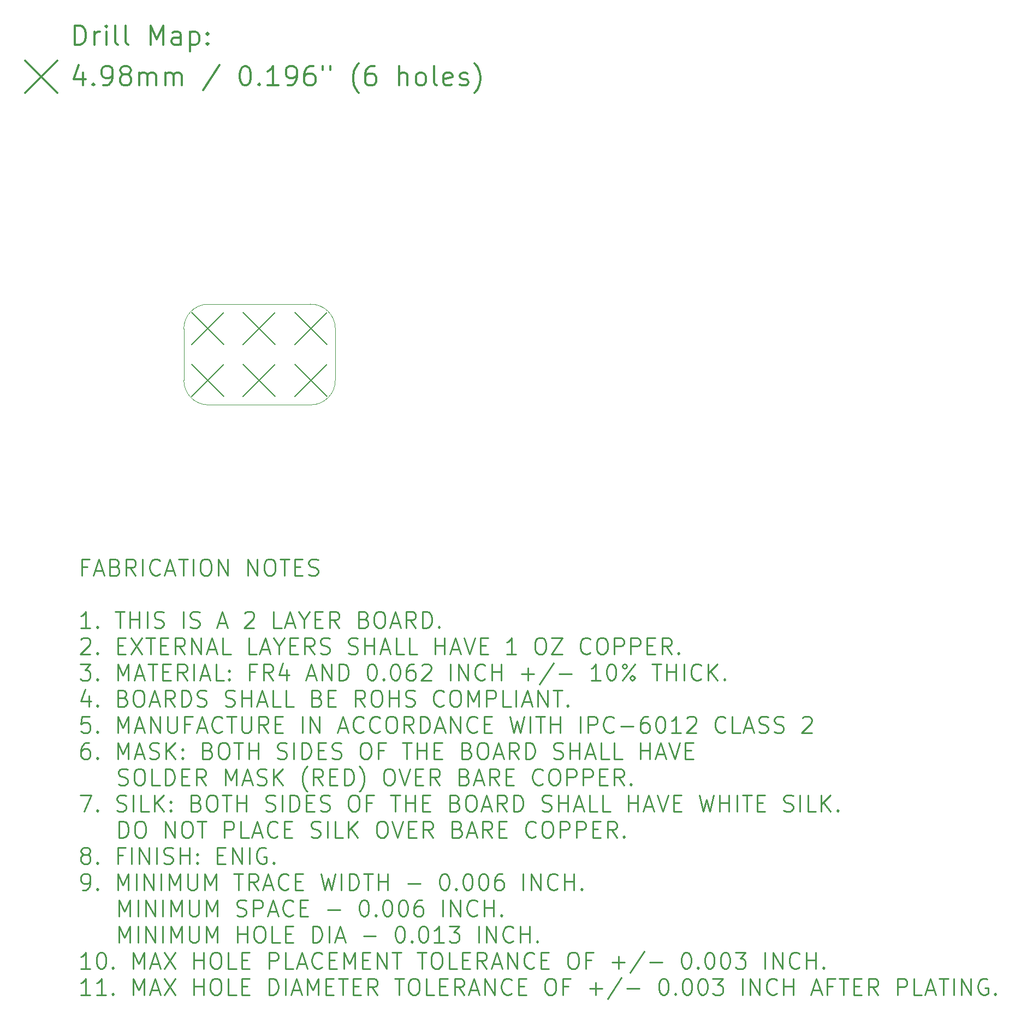
<source format=gbr>
G04 This is an RS-274x file exported by *
G04 gerbv version 2.6.0 *
G04 More information is available about gerbv at *
G04 http://gerbv.gpleda.org/ *
G04 --End of header info--*
%MOIN*%
%FSLAX34Y34*%
%IPPOS*%
G04 --Define apertures--*
%ADD10C,0.0050*%
%ADD11C,0.0079*%
%ADD12C,0.0118*%
%ADD13C,0.0138*%
%ADD14C,0.0016*%
%ADD15C,0.0100*%
G04 --Start main section--*
G54D11*
G01X0008190Y-018180D02*
G01X0010151Y-020141D01*
G01X0010151Y-018180D02*
G01X0008190Y-020141D01*
G01X0008190Y-021330D02*
G01X0010151Y-023290D01*
G01X0010151Y-021330D02*
G01X0008190Y-023290D01*
G01X0011340Y-018180D02*
G01X0013301Y-020141D01*
G01X0013301Y-018180D02*
G01X0011340Y-020141D01*
G01X0011340Y-021330D02*
G01X0013301Y-023290D01*
G01X0013301Y-021330D02*
G01X0011340Y-023290D01*
G01X0014490Y-018180D02*
G01X0016450Y-020141D01*
G01X0016450Y-018180D02*
G01X0014490Y-020141D01*
G01X0014490Y-021330D02*
G01X0016450Y-023290D01*
G01X0016450Y-021330D02*
G01X0014490Y-023290D01*
G54D12*
G01X0001069Y-001834D02*
G01X0001069Y-000652D01*
G01X0001069Y-000652D02*
G01X0001350Y-000652D01*
G01X0001350Y-000652D02*
G01X0001519Y-000709D01*
G01X0001519Y-000709D02*
G01X0001631Y-000821D01*
G01X0001631Y-000821D02*
G01X0001687Y-000934D01*
G01X0001687Y-000934D02*
G01X0001744Y-001159D01*
G01X0001744Y-001159D02*
G01X0001744Y-001327D01*
G01X0001744Y-001327D02*
G01X0001687Y-001552D01*
G01X0001687Y-001552D02*
G01X0001631Y-001665D01*
G01X0001631Y-001665D02*
G01X0001519Y-001777D01*
G01X0001519Y-001777D02*
G01X0001350Y-001834D01*
G01X0001350Y-001834D02*
G01X0001069Y-001834D01*
G01X0002250Y-001834D02*
G01X0002250Y-001046D01*
G01X0002250Y-001271D02*
G01X0002306Y-001159D01*
G01X0002306Y-001159D02*
G01X0002362Y-001102D01*
G01X0002362Y-001102D02*
G01X0002475Y-001046D01*
G01X0002475Y-001046D02*
G01X0002587Y-001046D01*
G01X0002981Y-001834D02*
G01X0002981Y-001046D01*
G01X0002981Y-000652D02*
G01X0002925Y-000709D01*
G01X0002925Y-000709D02*
G01X0002981Y-000765D01*
G01X0002981Y-000765D02*
G01X0003037Y-000709D01*
G01X0003037Y-000709D02*
G01X0002981Y-000652D01*
G01X0002981Y-000652D02*
G01X0002981Y-000765D01*
G01X0003712Y-001834D02*
G01X0003600Y-001777D01*
G01X0003600Y-001777D02*
G01X0003543Y-001665D01*
G01X0003543Y-001665D02*
G01X0003543Y-000652D01*
G01X0004331Y-001834D02*
G01X0004218Y-001777D01*
G01X0004218Y-001777D02*
G01X0004162Y-001665D01*
G01X0004162Y-001665D02*
G01X0004162Y-000652D01*
G01X0005681Y-001834D02*
G01X0005681Y-000652D01*
G01X0005681Y-000652D02*
G01X0006074Y-001496D01*
G01X0006074Y-001496D02*
G01X0006468Y-000652D01*
G01X0006468Y-000652D02*
G01X0006468Y-001834D01*
G01X0007537Y-001834D02*
G01X0007537Y-001215D01*
G01X0007537Y-001215D02*
G01X0007480Y-001102D01*
G01X0007480Y-001102D02*
G01X0007368Y-001046D01*
G01X0007368Y-001046D02*
G01X0007143Y-001046D01*
G01X0007143Y-001046D02*
G01X0007030Y-001102D01*
G01X0007537Y-001777D02*
G01X0007424Y-001834D01*
G01X0007424Y-001834D02*
G01X0007143Y-001834D01*
G01X0007143Y-001834D02*
G01X0007030Y-001777D01*
G01X0007030Y-001777D02*
G01X0006974Y-001665D01*
G01X0006974Y-001665D02*
G01X0006974Y-001552D01*
G01X0006974Y-001552D02*
G01X0007030Y-001440D01*
G01X0007030Y-001440D02*
G01X0007143Y-001384D01*
G01X0007143Y-001384D02*
G01X0007424Y-001384D01*
G01X0007424Y-001384D02*
G01X0007537Y-001327D01*
G01X0008099Y-001046D02*
G01X0008099Y-002227D01*
G01X0008099Y-001102D02*
G01X0008211Y-001046D01*
G01X0008211Y-001046D02*
G01X0008436Y-001046D01*
G01X0008436Y-001046D02*
G01X0008549Y-001102D01*
G01X0008549Y-001102D02*
G01X0008605Y-001159D01*
G01X0008605Y-001159D02*
G01X0008661Y-001271D01*
G01X0008661Y-001271D02*
G01X0008661Y-001609D01*
G01X0008661Y-001609D02*
G01X0008605Y-001721D01*
G01X0008605Y-001721D02*
G01X0008549Y-001777D01*
G01X0008549Y-001777D02*
G01X0008436Y-001834D01*
G01X0008436Y-001834D02*
G01X0008211Y-001834D01*
G01X0008211Y-001834D02*
G01X0008099Y-001777D01*
G01X0009168Y-001721D02*
G01X0009224Y-001777D01*
G01X0009224Y-001777D02*
G01X0009168Y-001834D01*
G01X0009168Y-001834D02*
G01X0009111Y-001777D01*
G01X0009111Y-001777D02*
G01X0009168Y-001721D01*
G01X0009168Y-001721D02*
G01X0009168Y-001834D01*
G01X0009168Y-001102D02*
G01X0009224Y-001159D01*
G01X0009224Y-001159D02*
G01X0009168Y-001215D01*
G01X0009168Y-001215D02*
G01X0009111Y-001159D01*
G01X0009111Y-001159D02*
G01X0009168Y-001102D01*
G01X0009168Y-001102D02*
G01X0009168Y-001215D01*
G01X-001961Y-002799D02*
G01X0000000Y-004760D01*
G01X0000000Y-002799D02*
G01X-001961Y-004760D01*
G01X0001575Y-003526D02*
G01X0001575Y-004314D01*
G01X0001294Y-003076D02*
G01X0001012Y-003920D01*
G01X0001012Y-003920D02*
G01X0001744Y-003920D01*
G01X0002193Y-004201D02*
G01X0002250Y-004258D01*
G01X0002250Y-004258D02*
G01X0002193Y-004314D01*
G01X0002193Y-004314D02*
G01X0002137Y-004258D01*
G01X0002137Y-004258D02*
G01X0002193Y-004201D01*
G01X0002193Y-004201D02*
G01X0002193Y-004314D01*
G01X0002812Y-004314D02*
G01X0003037Y-004314D01*
G01X0003037Y-004314D02*
G01X0003150Y-004258D01*
G01X0003150Y-004258D02*
G01X0003206Y-004201D01*
G01X0003206Y-004201D02*
G01X0003318Y-004033D01*
G01X0003318Y-004033D02*
G01X0003375Y-003808D01*
G01X0003375Y-003808D02*
G01X0003375Y-003358D01*
G01X0003375Y-003358D02*
G01X0003318Y-003245D01*
G01X0003318Y-003245D02*
G01X0003262Y-003189D01*
G01X0003262Y-003189D02*
G01X0003150Y-003133D01*
G01X0003150Y-003133D02*
G01X0002925Y-003133D01*
G01X0002925Y-003133D02*
G01X0002812Y-003189D01*
G01X0002812Y-003189D02*
G01X0002756Y-003245D01*
G01X0002756Y-003245D02*
G01X0002700Y-003358D01*
G01X0002700Y-003358D02*
G01X0002700Y-003639D01*
G01X0002700Y-003639D02*
G01X0002756Y-003751D01*
G01X0002756Y-003751D02*
G01X0002812Y-003808D01*
G01X0002812Y-003808D02*
G01X0002925Y-003864D01*
G01X0002925Y-003864D02*
G01X0003150Y-003864D01*
G01X0003150Y-003864D02*
G01X0003262Y-003808D01*
G01X0003262Y-003808D02*
G01X0003318Y-003751D01*
G01X0003318Y-003751D02*
G01X0003375Y-003639D01*
G01X0004049Y-003639D02*
G01X0003937Y-003583D01*
G01X0003937Y-003583D02*
G01X0003881Y-003526D01*
G01X0003881Y-003526D02*
G01X0003825Y-003414D01*
G01X0003825Y-003414D02*
G01X0003825Y-003358D01*
G01X0003825Y-003358D02*
G01X0003881Y-003245D01*
G01X0003881Y-003245D02*
G01X0003937Y-003189D01*
G01X0003937Y-003189D02*
G01X0004049Y-003133D01*
G01X0004049Y-003133D02*
G01X0004274Y-003133D01*
G01X0004274Y-003133D02*
G01X0004387Y-003189D01*
G01X0004387Y-003189D02*
G01X0004443Y-003245D01*
G01X0004443Y-003245D02*
G01X0004499Y-003358D01*
G01X0004499Y-003358D02*
G01X0004499Y-003414D01*
G01X0004499Y-003414D02*
G01X0004443Y-003526D01*
G01X0004443Y-003526D02*
G01X0004387Y-003583D01*
G01X0004387Y-003583D02*
G01X0004274Y-003639D01*
G01X0004274Y-003639D02*
G01X0004049Y-003639D01*
G01X0004049Y-003639D02*
G01X0003937Y-003695D01*
G01X0003937Y-003695D02*
G01X0003881Y-003751D01*
G01X0003881Y-003751D02*
G01X0003825Y-003864D01*
G01X0003825Y-003864D02*
G01X0003825Y-004089D01*
G01X0003825Y-004089D02*
G01X0003881Y-004201D01*
G01X0003881Y-004201D02*
G01X0003937Y-004258D01*
G01X0003937Y-004258D02*
G01X0004049Y-004314D01*
G01X0004049Y-004314D02*
G01X0004274Y-004314D01*
G01X0004274Y-004314D02*
G01X0004387Y-004258D01*
G01X0004387Y-004258D02*
G01X0004443Y-004201D01*
G01X0004443Y-004201D02*
G01X0004499Y-004089D01*
G01X0004499Y-004089D02*
G01X0004499Y-003864D01*
G01X0004499Y-003864D02*
G01X0004443Y-003751D01*
G01X0004443Y-003751D02*
G01X0004387Y-003695D01*
G01X0004387Y-003695D02*
G01X0004274Y-003639D01*
G01X0005006Y-004314D02*
G01X0005006Y-003526D01*
G01X0005006Y-003639D02*
G01X0005062Y-003583D01*
G01X0005062Y-003583D02*
G01X0005174Y-003526D01*
G01X0005174Y-003526D02*
G01X0005343Y-003526D01*
G01X0005343Y-003526D02*
G01X0005456Y-003583D01*
G01X0005456Y-003583D02*
G01X0005512Y-003695D01*
G01X0005512Y-003695D02*
G01X0005512Y-004314D01*
G01X0005512Y-003695D02*
G01X0005568Y-003583D01*
G01X0005568Y-003583D02*
G01X0005681Y-003526D01*
G01X0005681Y-003526D02*
G01X0005849Y-003526D01*
G01X0005849Y-003526D02*
G01X0005962Y-003583D01*
G01X0005962Y-003583D02*
G01X0006018Y-003695D01*
G01X0006018Y-003695D02*
G01X0006018Y-004314D01*
G01X0006580Y-004314D02*
G01X0006580Y-003526D01*
G01X0006580Y-003639D02*
G01X0006637Y-003583D01*
G01X0006637Y-003583D02*
G01X0006749Y-003526D01*
G01X0006749Y-003526D02*
G01X0006918Y-003526D01*
G01X0006918Y-003526D02*
G01X0007030Y-003583D01*
G01X0007030Y-003583D02*
G01X0007087Y-003695D01*
G01X0007087Y-003695D02*
G01X0007087Y-004314D01*
G01X0007087Y-003695D02*
G01X0007143Y-003583D01*
G01X0007143Y-003583D02*
G01X0007255Y-003526D01*
G01X0007255Y-003526D02*
G01X0007424Y-003526D01*
G01X0007424Y-003526D02*
G01X0007537Y-003583D01*
G01X0007537Y-003583D02*
G01X0007593Y-003695D01*
G01X0007593Y-003695D02*
G01X0007593Y-004314D01*
G01X0009899Y-003076D02*
G01X0008886Y-004595D01*
G01X0011417Y-003133D02*
G01X0011530Y-003133D01*
G01X0011530Y-003133D02*
G01X0011642Y-003189D01*
G01X0011642Y-003189D02*
G01X0011699Y-003245D01*
G01X0011699Y-003245D02*
G01X0011755Y-003358D01*
G01X0011755Y-003358D02*
G01X0011811Y-003583D01*
G01X0011811Y-003583D02*
G01X0011811Y-003864D01*
G01X0011811Y-003864D02*
G01X0011755Y-004089D01*
G01X0011755Y-004089D02*
G01X0011699Y-004201D01*
G01X0011699Y-004201D02*
G01X0011642Y-004258D01*
G01X0011642Y-004258D02*
G01X0011530Y-004314D01*
G01X0011530Y-004314D02*
G01X0011417Y-004314D01*
G01X0011417Y-004314D02*
G01X0011305Y-004258D01*
G01X0011305Y-004258D02*
G01X0011249Y-004201D01*
G01X0011249Y-004201D02*
G01X0011192Y-004089D01*
G01X0011192Y-004089D02*
G01X0011136Y-003864D01*
G01X0011136Y-003864D02*
G01X0011136Y-003583D01*
G01X0011136Y-003583D02*
G01X0011192Y-003358D01*
G01X0011192Y-003358D02*
G01X0011249Y-003245D01*
G01X0011249Y-003245D02*
G01X0011305Y-003189D01*
G01X0011305Y-003189D02*
G01X0011417Y-003133D01*
G01X0012317Y-004201D02*
G01X0012373Y-004258D01*
G01X0012373Y-004258D02*
G01X0012317Y-004314D01*
G01X0012317Y-004314D02*
G01X0012261Y-004258D01*
G01X0012261Y-004258D02*
G01X0012317Y-004201D01*
G01X0012317Y-004201D02*
G01X0012317Y-004314D01*
G01X0013498Y-004314D02*
G01X0012823Y-004314D01*
G01X0013161Y-004314D02*
G01X0013161Y-003133D01*
G01X0013161Y-003133D02*
G01X0013048Y-003301D01*
G01X0013048Y-003301D02*
G01X0012936Y-003414D01*
G01X0012936Y-003414D02*
G01X0012823Y-003470D01*
G01X0014061Y-004314D02*
G01X0014286Y-004314D01*
G01X0014286Y-004314D02*
G01X0014398Y-004258D01*
G01X0014398Y-004258D02*
G01X0014454Y-004201D01*
G01X0014454Y-004201D02*
G01X0014567Y-004033D01*
G01X0014567Y-004033D02*
G01X0014623Y-003808D01*
G01X0014623Y-003808D02*
G01X0014623Y-003358D01*
G01X0014623Y-003358D02*
G01X0014567Y-003245D01*
G01X0014567Y-003245D02*
G01X0014511Y-003189D01*
G01X0014511Y-003189D02*
G01X0014398Y-003133D01*
G01X0014398Y-003133D02*
G01X0014173Y-003133D01*
G01X0014173Y-003133D02*
G01X0014061Y-003189D01*
G01X0014061Y-003189D02*
G01X0014005Y-003245D01*
G01X0014005Y-003245D02*
G01X0013948Y-003358D01*
G01X0013948Y-003358D02*
G01X0013948Y-003639D01*
G01X0013948Y-003639D02*
G01X0014005Y-003751D01*
G01X0014005Y-003751D02*
G01X0014061Y-003808D01*
G01X0014061Y-003808D02*
G01X0014173Y-003864D01*
G01X0014173Y-003864D02*
G01X0014398Y-003864D01*
G01X0014398Y-003864D02*
G01X0014511Y-003808D01*
G01X0014511Y-003808D02*
G01X0014567Y-003751D01*
G01X0014567Y-003751D02*
G01X0014623Y-003639D01*
G01X0015636Y-003133D02*
G01X0015411Y-003133D01*
G01X0015411Y-003133D02*
G01X0015298Y-003189D01*
G01X0015298Y-003189D02*
G01X0015242Y-003245D01*
G01X0015242Y-003245D02*
G01X0015129Y-003414D01*
G01X0015129Y-003414D02*
G01X0015073Y-003639D01*
G01X0015073Y-003639D02*
G01X0015073Y-004089D01*
G01X0015073Y-004089D02*
G01X0015129Y-004201D01*
G01X0015129Y-004201D02*
G01X0015186Y-004258D01*
G01X0015186Y-004258D02*
G01X0015298Y-004314D01*
G01X0015298Y-004314D02*
G01X0015523Y-004314D01*
G01X0015523Y-004314D02*
G01X0015636Y-004258D01*
G01X0015636Y-004258D02*
G01X0015692Y-004201D01*
G01X0015692Y-004201D02*
G01X0015748Y-004089D01*
G01X0015748Y-004089D02*
G01X0015748Y-003808D01*
G01X0015748Y-003808D02*
G01X0015692Y-003695D01*
G01X0015692Y-003695D02*
G01X0015636Y-003639D01*
G01X0015636Y-003639D02*
G01X0015523Y-003583D01*
G01X0015523Y-003583D02*
G01X0015298Y-003583D01*
G01X0015298Y-003583D02*
G01X0015186Y-003639D01*
G01X0015186Y-003639D02*
G01X0015129Y-003695D01*
G01X0015129Y-003695D02*
G01X0015073Y-003808D01*
G01X0016198Y-003133D02*
G01X0016198Y-003358D01*
G01X0016648Y-003133D02*
G01X0016648Y-003358D01*
G01X0018391Y-004764D02*
G01X0018335Y-004708D01*
G01X0018335Y-004708D02*
G01X0018223Y-004539D01*
G01X0018223Y-004539D02*
G01X0018166Y-004426D01*
G01X0018166Y-004426D02*
G01X0018110Y-004258D01*
G01X0018110Y-004258D02*
G01X0018054Y-003976D01*
G01X0018054Y-003976D02*
G01X0018054Y-003751D01*
G01X0018054Y-003751D02*
G01X0018110Y-003470D01*
G01X0018110Y-003470D02*
G01X0018166Y-003301D01*
G01X0018166Y-003301D02*
G01X0018223Y-003189D01*
G01X0018223Y-003189D02*
G01X0018335Y-003020D01*
G01X0018335Y-003020D02*
G01X0018391Y-002964D01*
G01X0019348Y-003133D02*
G01X0019123Y-003133D01*
G01X0019123Y-003133D02*
G01X0019010Y-003189D01*
G01X0019010Y-003189D02*
G01X0018954Y-003245D01*
G01X0018954Y-003245D02*
G01X0018841Y-003414D01*
G01X0018841Y-003414D02*
G01X0018785Y-003639D01*
G01X0018785Y-003639D02*
G01X0018785Y-004089D01*
G01X0018785Y-004089D02*
G01X0018841Y-004201D01*
G01X0018841Y-004201D02*
G01X0018898Y-004258D01*
G01X0018898Y-004258D02*
G01X0019010Y-004314D01*
G01X0019010Y-004314D02*
G01X0019235Y-004314D01*
G01X0019235Y-004314D02*
G01X0019348Y-004258D01*
G01X0019348Y-004258D02*
G01X0019404Y-004201D01*
G01X0019404Y-004201D02*
G01X0019460Y-004089D01*
G01X0019460Y-004089D02*
G01X0019460Y-003808D01*
G01X0019460Y-003808D02*
G01X0019404Y-003695D01*
G01X0019404Y-003695D02*
G01X0019348Y-003639D01*
G01X0019348Y-003639D02*
G01X0019235Y-003583D01*
G01X0019235Y-003583D02*
G01X0019010Y-003583D01*
G01X0019010Y-003583D02*
G01X0018898Y-003639D01*
G01X0018898Y-003639D02*
G01X0018841Y-003695D01*
G01X0018841Y-003695D02*
G01X0018785Y-003808D01*
G01X0020866Y-004314D02*
G01X0020866Y-003133D01*
G01X0021372Y-004314D02*
G01X0021372Y-003695D01*
G01X0021372Y-003695D02*
G01X0021316Y-003583D01*
G01X0021316Y-003583D02*
G01X0021204Y-003526D01*
G01X0021204Y-003526D02*
G01X0021035Y-003526D01*
G01X0021035Y-003526D02*
G01X0020922Y-003583D01*
G01X0020922Y-003583D02*
G01X0020866Y-003639D01*
G01X0022103Y-004314D02*
G01X0021991Y-004258D01*
G01X0021991Y-004258D02*
G01X0021935Y-004201D01*
G01X0021935Y-004201D02*
G01X0021879Y-004089D01*
G01X0021879Y-004089D02*
G01X0021879Y-003751D01*
G01X0021879Y-003751D02*
G01X0021935Y-003639D01*
G01X0021935Y-003639D02*
G01X0021991Y-003583D01*
G01X0021991Y-003583D02*
G01X0022103Y-003526D01*
G01X0022103Y-003526D02*
G01X0022272Y-003526D01*
G01X0022272Y-003526D02*
G01X0022385Y-003583D01*
G01X0022385Y-003583D02*
G01X0022441Y-003639D01*
G01X0022441Y-003639D02*
G01X0022497Y-003751D01*
G01X0022497Y-003751D02*
G01X0022497Y-004089D01*
G01X0022497Y-004089D02*
G01X0022441Y-004201D01*
G01X0022441Y-004201D02*
G01X0022385Y-004258D01*
G01X0022385Y-004258D02*
G01X0022272Y-004314D01*
G01X0022272Y-004314D02*
G01X0022103Y-004314D01*
G01X0023172Y-004314D02*
G01X0023060Y-004258D01*
G01X0023060Y-004258D02*
G01X0023003Y-004145D01*
G01X0023003Y-004145D02*
G01X0023003Y-003133D01*
G01X0024072Y-004258D02*
G01X0023960Y-004314D01*
G01X0023960Y-004314D02*
G01X0023735Y-004314D01*
G01X0023735Y-004314D02*
G01X0023622Y-004258D01*
G01X0023622Y-004258D02*
G01X0023566Y-004145D01*
G01X0023566Y-004145D02*
G01X0023566Y-003695D01*
G01X0023566Y-003695D02*
G01X0023622Y-003583D01*
G01X0023622Y-003583D02*
G01X0023735Y-003526D01*
G01X0023735Y-003526D02*
G01X0023960Y-003526D01*
G01X0023960Y-003526D02*
G01X0024072Y-003583D01*
G01X0024072Y-003583D02*
G01X0024128Y-003695D01*
G01X0024128Y-003695D02*
G01X0024128Y-003808D01*
G01X0024128Y-003808D02*
G01X0023566Y-003920D01*
G01X0024578Y-004258D02*
G01X0024691Y-004314D01*
G01X0024691Y-004314D02*
G01X0024916Y-004314D01*
G01X0024916Y-004314D02*
G01X0025028Y-004258D01*
G01X0025028Y-004258D02*
G01X0025084Y-004145D01*
G01X0025084Y-004145D02*
G01X0025084Y-004089D01*
G01X0025084Y-004089D02*
G01X0025028Y-003976D01*
G01X0025028Y-003976D02*
G01X0024916Y-003920D01*
G01X0024916Y-003920D02*
G01X0024747Y-003920D01*
G01X0024747Y-003920D02*
G01X0024634Y-003864D01*
G01X0024634Y-003864D02*
G01X0024578Y-003751D01*
G01X0024578Y-003751D02*
G01X0024578Y-003695D01*
G01X0024578Y-003695D02*
G01X0024634Y-003583D01*
G01X0024634Y-003583D02*
G01X0024747Y-003526D01*
G01X0024747Y-003526D02*
G01X0024916Y-003526D01*
G01X0024916Y-003526D02*
G01X0025028Y-003583D01*
G01X0025478Y-004764D02*
G01X0025534Y-004708D01*
G01X0025534Y-004708D02*
G01X0025647Y-004539D01*
G01X0025647Y-004539D02*
G01X0025703Y-004426D01*
G01X0025703Y-004426D02*
G01X0025759Y-004258D01*
G01X0025759Y-004258D02*
G01X0025816Y-003976D01*
G01X0025816Y-003976D02*
G01X0025816Y-003751D01*
G01X0025816Y-003751D02*
G01X0025759Y-003470D01*
G01X0025759Y-003470D02*
G01X0025703Y-003301D01*
G01X0025703Y-003301D02*
G01X0025647Y-003189D01*
G01X0025647Y-003189D02*
G01X0025534Y-003020D01*
G01X0025534Y-003020D02*
G01X0025478Y-002964D01*
G01X0000000Y0000000D02*
G54D14*
G01X0009171Y-017664D02*
G75*
G03X0007717Y-019200I0000042J-001496D01*
G01X0007718Y-022310D02*
G75*
G03X0009171Y-023806I0001497J0000000D01*
G01X0015470Y-023807D02*
G75*
G03X0016966Y-022271I0000000J0001497D01*
G01X0016967Y-019160D02*
G75*
G03X0015431Y-017664I-001497J0000000D01*
G01X0016966Y-019160D02*
G01X0016966Y-022310D01*
G01X0015431Y-017664D02*
G01X0009171Y-017664D01*
G01X0015509Y-023806D02*
G01X0009171Y-023806D01*
G01X0007714Y-019160D02*
G01X0007714Y-022310D01*
G01X0000000Y0000000D02*
G54D15*
G01X0001821Y-033699D02*
G01X0001488Y-033699D01*
G01X0001488Y-034222D02*
G01X0001488Y-033222D01*
G01X0001488Y-033222D02*
G01X0001964Y-033222D01*
G01X0002298Y-033937D02*
G01X0002774Y-033937D01*
G01X0002202Y-034222D02*
G01X0002536Y-033222D01*
G01X0002536Y-033222D02*
G01X0002869Y-034222D01*
G01X0003536Y-033699D02*
G01X0003679Y-033746D01*
G01X0003679Y-033746D02*
G01X0003726Y-033794D01*
G01X0003726Y-033794D02*
G01X0003774Y-033889D01*
G01X0003774Y-033889D02*
G01X0003774Y-034032D01*
G01X0003774Y-034032D02*
G01X0003726Y-034127D01*
G01X0003726Y-034127D02*
G01X0003679Y-034175D01*
G01X0003679Y-034175D02*
G01X0003583Y-034222D01*
G01X0003583Y-034222D02*
G01X0003202Y-034222D01*
G01X0003202Y-034222D02*
G01X0003202Y-033222D01*
G01X0003202Y-033222D02*
G01X0003536Y-033222D01*
G01X0003536Y-033222D02*
G01X0003631Y-033270D01*
G01X0003631Y-033270D02*
G01X0003679Y-033318D01*
G01X0003679Y-033318D02*
G01X0003726Y-033413D01*
G01X0003726Y-033413D02*
G01X0003726Y-033508D01*
G01X0003726Y-033508D02*
G01X0003679Y-033603D01*
G01X0003679Y-033603D02*
G01X0003631Y-033651D01*
G01X0003631Y-033651D02*
G01X0003536Y-033699D01*
G01X0003536Y-033699D02*
G01X0003202Y-033699D01*
G01X0004774Y-034222D02*
G01X0004440Y-033746D01*
G01X0004202Y-034222D02*
G01X0004202Y-033222D01*
G01X0004202Y-033222D02*
G01X0004583Y-033222D01*
G01X0004583Y-033222D02*
G01X0004679Y-033270D01*
G01X0004679Y-033270D02*
G01X0004726Y-033318D01*
G01X0004726Y-033318D02*
G01X0004774Y-033413D01*
G01X0004774Y-033413D02*
G01X0004774Y-033556D01*
G01X0004774Y-033556D02*
G01X0004726Y-033651D01*
G01X0004726Y-033651D02*
G01X0004679Y-033699D01*
G01X0004679Y-033699D02*
G01X0004583Y-033746D01*
G01X0004583Y-033746D02*
G01X0004202Y-033746D01*
G01X0005202Y-034222D02*
G01X0005202Y-033222D01*
G01X0006250Y-034127D02*
G01X0006202Y-034175D01*
G01X0006202Y-034175D02*
G01X0006060Y-034222D01*
G01X0006060Y-034222D02*
G01X0005964Y-034222D01*
G01X0005964Y-034222D02*
G01X0005821Y-034175D01*
G01X0005821Y-034175D02*
G01X0005726Y-034080D01*
G01X0005726Y-034080D02*
G01X0005679Y-033984D01*
G01X0005679Y-033984D02*
G01X0005631Y-033794D01*
G01X0005631Y-033794D02*
G01X0005631Y-033651D01*
G01X0005631Y-033651D02*
G01X0005679Y-033460D01*
G01X0005679Y-033460D02*
G01X0005726Y-033365D01*
G01X0005726Y-033365D02*
G01X0005821Y-033270D01*
G01X0005821Y-033270D02*
G01X0005964Y-033222D01*
G01X0005964Y-033222D02*
G01X0006060Y-033222D01*
G01X0006060Y-033222D02*
G01X0006202Y-033270D01*
G01X0006202Y-033270D02*
G01X0006250Y-033318D01*
G01X0006631Y-033937D02*
G01X0007107Y-033937D01*
G01X0006536Y-034222D02*
G01X0006869Y-033222D01*
G01X0006869Y-033222D02*
G01X0007202Y-034222D01*
G01X0007393Y-033222D02*
G01X0007964Y-033222D01*
G01X0007679Y-034222D02*
G01X0007679Y-033222D01*
G01X0008298Y-034222D02*
G01X0008298Y-033222D01*
G01X0008964Y-033222D02*
G01X0009155Y-033222D01*
G01X0009155Y-033222D02*
G01X0009250Y-033270D01*
G01X0009250Y-033270D02*
G01X0009345Y-033365D01*
G01X0009345Y-033365D02*
G01X0009393Y-033556D01*
G01X0009393Y-033556D02*
G01X0009393Y-033889D01*
G01X0009393Y-033889D02*
G01X0009345Y-034080D01*
G01X0009345Y-034080D02*
G01X0009250Y-034175D01*
G01X0009250Y-034175D02*
G01X0009155Y-034222D01*
G01X0009155Y-034222D02*
G01X0008964Y-034222D01*
G01X0008964Y-034222D02*
G01X0008869Y-034175D01*
G01X0008869Y-034175D02*
G01X0008774Y-034080D01*
G01X0008774Y-034080D02*
G01X0008726Y-033889D01*
G01X0008726Y-033889D02*
G01X0008726Y-033556D01*
G01X0008726Y-033556D02*
G01X0008774Y-033365D01*
G01X0008774Y-033365D02*
G01X0008869Y-033270D01*
G01X0008869Y-033270D02*
G01X0008964Y-033222D01*
G01X0009821Y-034222D02*
G01X0009821Y-033222D01*
G01X0009821Y-033222D02*
G01X0010393Y-034222D01*
G01X0010393Y-034222D02*
G01X0010393Y-033222D01*
G01X0011631Y-034222D02*
G01X0011631Y-033222D01*
G01X0011631Y-033222D02*
G01X0012202Y-034222D01*
G01X0012202Y-034222D02*
G01X0012202Y-033222D01*
G01X0012869Y-033222D02*
G01X0013060Y-033222D01*
G01X0013060Y-033222D02*
G01X0013155Y-033270D01*
G01X0013155Y-033270D02*
G01X0013250Y-033365D01*
G01X0013250Y-033365D02*
G01X0013298Y-033556D01*
G01X0013298Y-033556D02*
G01X0013298Y-033889D01*
G01X0013298Y-033889D02*
G01X0013250Y-034080D01*
G01X0013250Y-034080D02*
G01X0013155Y-034175D01*
G01X0013155Y-034175D02*
G01X0013060Y-034222D01*
G01X0013060Y-034222D02*
G01X0012869Y-034222D01*
G01X0012869Y-034222D02*
G01X0012774Y-034175D01*
G01X0012774Y-034175D02*
G01X0012679Y-034080D01*
G01X0012679Y-034080D02*
G01X0012631Y-033889D01*
G01X0012631Y-033889D02*
G01X0012631Y-033556D01*
G01X0012631Y-033556D02*
G01X0012679Y-033365D01*
G01X0012679Y-033365D02*
G01X0012774Y-033270D01*
G01X0012774Y-033270D02*
G01X0012869Y-033222D01*
G01X0013583Y-033222D02*
G01X0014155Y-033222D01*
G01X0013869Y-034222D02*
G01X0013869Y-033222D01*
G01X0014488Y-033699D02*
G01X0014821Y-033699D01*
G01X0014964Y-034222D02*
G01X0014488Y-034222D01*
G01X0014488Y-034222D02*
G01X0014488Y-033222D01*
G01X0014488Y-033222D02*
G01X0014964Y-033222D01*
G01X0015345Y-034175D02*
G01X0015488Y-034222D01*
G01X0015488Y-034222D02*
G01X0015726Y-034222D01*
G01X0015726Y-034222D02*
G01X0015821Y-034175D01*
G01X0015821Y-034175D02*
G01X0015869Y-034127D01*
G01X0015869Y-034127D02*
G01X0015917Y-034032D01*
G01X0015917Y-034032D02*
G01X0015917Y-033937D01*
G01X0015917Y-033937D02*
G01X0015869Y-033841D01*
G01X0015869Y-033841D02*
G01X0015821Y-033794D01*
G01X0015821Y-033794D02*
G01X0015726Y-033746D01*
G01X0015726Y-033746D02*
G01X0015536Y-033699D01*
G01X0015536Y-033699D02*
G01X0015440Y-033651D01*
G01X0015440Y-033651D02*
G01X0015393Y-033603D01*
G01X0015393Y-033603D02*
G01X0015345Y-033508D01*
G01X0015345Y-033508D02*
G01X0015345Y-033413D01*
G01X0015345Y-033413D02*
G01X0015393Y-033318D01*
G01X0015393Y-033318D02*
G01X0015440Y-033270D01*
G01X0015440Y-033270D02*
G01X0015536Y-033222D01*
G01X0015536Y-033222D02*
G01X0015774Y-033222D01*
G01X0015774Y-033222D02*
G01X0015917Y-033270D01*
G01X0002012Y-037422D02*
G01X0001440Y-037422D01*
G01X0001726Y-037422D02*
G01X0001726Y-036422D01*
G01X0001726Y-036422D02*
G01X0001631Y-036565D01*
G01X0001631Y-036565D02*
G01X0001536Y-036660D01*
G01X0001536Y-036660D02*
G01X0001440Y-036708D01*
G01X0002440Y-037327D02*
G01X0002488Y-037375D01*
G01X0002488Y-037375D02*
G01X0002440Y-037422D01*
G01X0002440Y-037422D02*
G01X0002393Y-037375D01*
G01X0002393Y-037375D02*
G01X0002440Y-037327D01*
G01X0002440Y-037327D02*
G01X0002440Y-037422D01*
G01X0003536Y-036422D02*
G01X0004107Y-036422D01*
G01X0003821Y-037422D02*
G01X0003821Y-036422D01*
G01X0004440Y-037422D02*
G01X0004440Y-036422D01*
G01X0004440Y-036899D02*
G01X0005012Y-036899D01*
G01X0005012Y-037422D02*
G01X0005012Y-036422D01*
G01X0005488Y-037422D02*
G01X0005488Y-036422D01*
G01X0005917Y-037375D02*
G01X0006060Y-037422D01*
G01X0006060Y-037422D02*
G01X0006298Y-037422D01*
G01X0006298Y-037422D02*
G01X0006393Y-037375D01*
G01X0006393Y-037375D02*
G01X0006440Y-037327D01*
G01X0006440Y-037327D02*
G01X0006488Y-037232D01*
G01X0006488Y-037232D02*
G01X0006488Y-037137D01*
G01X0006488Y-037137D02*
G01X0006440Y-037041D01*
G01X0006440Y-037041D02*
G01X0006393Y-036994D01*
G01X0006393Y-036994D02*
G01X0006298Y-036946D01*
G01X0006298Y-036946D02*
G01X0006107Y-036899D01*
G01X0006107Y-036899D02*
G01X0006012Y-036851D01*
G01X0006012Y-036851D02*
G01X0005964Y-036803D01*
G01X0005964Y-036803D02*
G01X0005917Y-036708D01*
G01X0005917Y-036708D02*
G01X0005917Y-036613D01*
G01X0005917Y-036613D02*
G01X0005964Y-036518D01*
G01X0005964Y-036518D02*
G01X0006012Y-036470D01*
G01X0006012Y-036470D02*
G01X0006107Y-036422D01*
G01X0006107Y-036422D02*
G01X0006345Y-036422D01*
G01X0006345Y-036422D02*
G01X0006488Y-036470D01*
G01X0007679Y-037422D02*
G01X0007679Y-036422D01*
G01X0008107Y-037375D02*
G01X0008250Y-037422D01*
G01X0008250Y-037422D02*
G01X0008488Y-037422D01*
G01X0008488Y-037422D02*
G01X0008583Y-037375D01*
G01X0008583Y-037375D02*
G01X0008631Y-037327D01*
G01X0008631Y-037327D02*
G01X0008679Y-037232D01*
G01X0008679Y-037232D02*
G01X0008679Y-037137D01*
G01X0008679Y-037137D02*
G01X0008631Y-037041D01*
G01X0008631Y-037041D02*
G01X0008583Y-036994D01*
G01X0008583Y-036994D02*
G01X0008488Y-036946D01*
G01X0008488Y-036946D02*
G01X0008298Y-036899D01*
G01X0008298Y-036899D02*
G01X0008202Y-036851D01*
G01X0008202Y-036851D02*
G01X0008155Y-036803D01*
G01X0008155Y-036803D02*
G01X0008107Y-036708D01*
G01X0008107Y-036708D02*
G01X0008107Y-036613D01*
G01X0008107Y-036613D02*
G01X0008155Y-036518D01*
G01X0008155Y-036518D02*
G01X0008202Y-036470D01*
G01X0008202Y-036470D02*
G01X0008298Y-036422D01*
G01X0008298Y-036422D02*
G01X0008536Y-036422D01*
G01X0008536Y-036422D02*
G01X0008679Y-036470D01*
G01X0009821Y-037137D02*
G01X0010298Y-037137D01*
G01X0009726Y-037422D02*
G01X0010060Y-036422D01*
G01X0010060Y-036422D02*
G01X0010393Y-037422D01*
G01X0011440Y-036518D02*
G01X0011488Y-036470D01*
G01X0011488Y-036470D02*
G01X0011583Y-036422D01*
G01X0011583Y-036422D02*
G01X0011821Y-036422D01*
G01X0011821Y-036422D02*
G01X0011917Y-036470D01*
G01X0011917Y-036470D02*
G01X0011964Y-036518D01*
G01X0011964Y-036518D02*
G01X0012012Y-036613D01*
G01X0012012Y-036613D02*
G01X0012012Y-036708D01*
G01X0012012Y-036708D02*
G01X0011964Y-036851D01*
G01X0011964Y-036851D02*
G01X0011393Y-037422D01*
G01X0011393Y-037422D02*
G01X0012012Y-037422D01*
G01X0013679Y-037422D02*
G01X0013202Y-037422D01*
G01X0013202Y-037422D02*
G01X0013202Y-036422D01*
G01X0013964Y-037137D02*
G01X0014440Y-037137D01*
G01X0013869Y-037422D02*
G01X0014202Y-036422D01*
G01X0014202Y-036422D02*
G01X0014536Y-037422D01*
G01X0015060Y-036946D02*
G01X0015060Y-037422D01*
G01X0014726Y-036422D02*
G01X0015060Y-036946D01*
G01X0015060Y-036946D02*
G01X0015393Y-036422D01*
G01X0015726Y-036899D02*
G01X0016060Y-036899D01*
G01X0016202Y-037422D02*
G01X0015726Y-037422D01*
G01X0015726Y-037422D02*
G01X0015726Y-036422D01*
G01X0015726Y-036422D02*
G01X0016202Y-036422D01*
G01X0017202Y-037422D02*
G01X0016869Y-036946D01*
G01X0016631Y-037422D02*
G01X0016631Y-036422D01*
G01X0016631Y-036422D02*
G01X0017012Y-036422D01*
G01X0017012Y-036422D02*
G01X0017107Y-036470D01*
G01X0017107Y-036470D02*
G01X0017155Y-036518D01*
G01X0017155Y-036518D02*
G01X0017202Y-036613D01*
G01X0017202Y-036613D02*
G01X0017202Y-036756D01*
G01X0017202Y-036756D02*
G01X0017155Y-036851D01*
G01X0017155Y-036851D02*
G01X0017107Y-036899D01*
G01X0017107Y-036899D02*
G01X0017012Y-036946D01*
G01X0017012Y-036946D02*
G01X0016631Y-036946D01*
G01X0018726Y-036899D02*
G01X0018869Y-036946D01*
G01X0018869Y-036946D02*
G01X0018917Y-036994D01*
G01X0018917Y-036994D02*
G01X0018964Y-037089D01*
G01X0018964Y-037089D02*
G01X0018964Y-037232D01*
G01X0018964Y-037232D02*
G01X0018917Y-037327D01*
G01X0018917Y-037327D02*
G01X0018869Y-037375D01*
G01X0018869Y-037375D02*
G01X0018774Y-037422D01*
G01X0018774Y-037422D02*
G01X0018393Y-037422D01*
G01X0018393Y-037422D02*
G01X0018393Y-036422D01*
G01X0018393Y-036422D02*
G01X0018726Y-036422D01*
G01X0018726Y-036422D02*
G01X0018821Y-036470D01*
G01X0018821Y-036470D02*
G01X0018869Y-036518D01*
G01X0018869Y-036518D02*
G01X0018917Y-036613D01*
G01X0018917Y-036613D02*
G01X0018917Y-036708D01*
G01X0018917Y-036708D02*
G01X0018869Y-036803D01*
G01X0018869Y-036803D02*
G01X0018821Y-036851D01*
G01X0018821Y-036851D02*
G01X0018726Y-036899D01*
G01X0018726Y-036899D02*
G01X0018393Y-036899D01*
G01X0019583Y-036422D02*
G01X0019774Y-036422D01*
G01X0019774Y-036422D02*
G01X0019869Y-036470D01*
G01X0019869Y-036470D02*
G01X0019964Y-036565D01*
G01X0019964Y-036565D02*
G01X0020012Y-036756D01*
G01X0020012Y-036756D02*
G01X0020012Y-037089D01*
G01X0020012Y-037089D02*
G01X0019964Y-037280D01*
G01X0019964Y-037280D02*
G01X0019869Y-037375D01*
G01X0019869Y-037375D02*
G01X0019774Y-037422D01*
G01X0019774Y-037422D02*
G01X0019583Y-037422D01*
G01X0019583Y-037422D02*
G01X0019488Y-037375D01*
G01X0019488Y-037375D02*
G01X0019393Y-037280D01*
G01X0019393Y-037280D02*
G01X0019345Y-037089D01*
G01X0019345Y-037089D02*
G01X0019345Y-036756D01*
G01X0019345Y-036756D02*
G01X0019393Y-036565D01*
G01X0019393Y-036565D02*
G01X0019488Y-036470D01*
G01X0019488Y-036470D02*
G01X0019583Y-036422D01*
G01X0020393Y-037137D02*
G01X0020869Y-037137D01*
G01X0020298Y-037422D02*
G01X0020631Y-036422D01*
G01X0020631Y-036422D02*
G01X0020964Y-037422D01*
G01X0021869Y-037422D02*
G01X0021536Y-036946D01*
G01X0021298Y-037422D02*
G01X0021298Y-036422D01*
G01X0021298Y-036422D02*
G01X0021679Y-036422D01*
G01X0021679Y-036422D02*
G01X0021774Y-036470D01*
G01X0021774Y-036470D02*
G01X0021821Y-036518D01*
G01X0021821Y-036518D02*
G01X0021869Y-036613D01*
G01X0021869Y-036613D02*
G01X0021869Y-036756D01*
G01X0021869Y-036756D02*
G01X0021821Y-036851D01*
G01X0021821Y-036851D02*
G01X0021774Y-036899D01*
G01X0021774Y-036899D02*
G01X0021679Y-036946D01*
G01X0021679Y-036946D02*
G01X0021298Y-036946D01*
G01X0022298Y-037422D02*
G01X0022298Y-036422D01*
G01X0022298Y-036422D02*
G01X0022536Y-036422D01*
G01X0022536Y-036422D02*
G01X0022679Y-036470D01*
G01X0022679Y-036470D02*
G01X0022774Y-036565D01*
G01X0022774Y-036565D02*
G01X0022821Y-036660D01*
G01X0022821Y-036660D02*
G01X0022869Y-036851D01*
G01X0022869Y-036851D02*
G01X0022869Y-036994D01*
G01X0022869Y-036994D02*
G01X0022821Y-037184D01*
G01X0022821Y-037184D02*
G01X0022774Y-037280D01*
G01X0022774Y-037280D02*
G01X0022679Y-037375D01*
G01X0022679Y-037375D02*
G01X0022536Y-037422D01*
G01X0022536Y-037422D02*
G01X0022298Y-037422D01*
G01X0023298Y-037327D02*
G01X0023345Y-037375D01*
G01X0023345Y-037375D02*
G01X0023298Y-037422D01*
G01X0023298Y-037422D02*
G01X0023250Y-037375D01*
G01X0023250Y-037375D02*
G01X0023298Y-037327D01*
G01X0023298Y-037327D02*
G01X0023298Y-037422D01*
G01X0001440Y-038118D02*
G01X0001488Y-038070D01*
G01X0001488Y-038070D02*
G01X0001583Y-038022D01*
G01X0001583Y-038022D02*
G01X0001821Y-038022D01*
G01X0001821Y-038022D02*
G01X0001917Y-038070D01*
G01X0001917Y-038070D02*
G01X0001964Y-038118D01*
G01X0001964Y-038118D02*
G01X0002012Y-038213D01*
G01X0002012Y-038213D02*
G01X0002012Y-038308D01*
G01X0002012Y-038308D02*
G01X0001964Y-038451D01*
G01X0001964Y-038451D02*
G01X0001393Y-039022D01*
G01X0001393Y-039022D02*
G01X0002012Y-039022D01*
G01X0002440Y-038927D02*
G01X0002488Y-038975D01*
G01X0002488Y-038975D02*
G01X0002440Y-039022D01*
G01X0002440Y-039022D02*
G01X0002393Y-038975D01*
G01X0002393Y-038975D02*
G01X0002440Y-038927D01*
G01X0002440Y-038927D02*
G01X0002440Y-039022D01*
G01X0003679Y-038499D02*
G01X0004012Y-038499D01*
G01X0004155Y-039022D02*
G01X0003679Y-039022D01*
G01X0003679Y-039022D02*
G01X0003679Y-038022D01*
G01X0003679Y-038022D02*
G01X0004155Y-038022D01*
G01X0004488Y-038022D02*
G01X0005155Y-039022D01*
G01X0005155Y-038022D02*
G01X0004488Y-039022D01*
G01X0005393Y-038022D02*
G01X0005964Y-038022D01*
G01X0005679Y-039022D02*
G01X0005679Y-038022D01*
G01X0006298Y-038499D02*
G01X0006631Y-038499D01*
G01X0006774Y-039022D02*
G01X0006298Y-039022D01*
G01X0006298Y-039022D02*
G01X0006298Y-038022D01*
G01X0006298Y-038022D02*
G01X0006774Y-038022D01*
G01X0007774Y-039022D02*
G01X0007440Y-038546D01*
G01X0007202Y-039022D02*
G01X0007202Y-038022D01*
G01X0007202Y-038022D02*
G01X0007583Y-038022D01*
G01X0007583Y-038022D02*
G01X0007679Y-038070D01*
G01X0007679Y-038070D02*
G01X0007726Y-038118D01*
G01X0007726Y-038118D02*
G01X0007774Y-038213D01*
G01X0007774Y-038213D02*
G01X0007774Y-038356D01*
G01X0007774Y-038356D02*
G01X0007726Y-038451D01*
G01X0007726Y-038451D02*
G01X0007679Y-038499D01*
G01X0007679Y-038499D02*
G01X0007583Y-038546D01*
G01X0007583Y-038546D02*
G01X0007202Y-038546D01*
G01X0008202Y-039022D02*
G01X0008202Y-038022D01*
G01X0008202Y-038022D02*
G01X0008774Y-039022D01*
G01X0008774Y-039022D02*
G01X0008774Y-038022D01*
G01X0009202Y-038737D02*
G01X0009679Y-038737D01*
G01X0009107Y-039022D02*
G01X0009440Y-038022D01*
G01X0009440Y-038022D02*
G01X0009774Y-039022D01*
G01X0010583Y-039022D02*
G01X0010107Y-039022D01*
G01X0010107Y-039022D02*
G01X0010107Y-038022D01*
G01X0012155Y-039022D02*
G01X0011679Y-039022D01*
G01X0011679Y-039022D02*
G01X0011679Y-038022D01*
G01X0012440Y-038737D02*
G01X0012917Y-038737D01*
G01X0012345Y-039022D02*
G01X0012679Y-038022D01*
G01X0012679Y-038022D02*
G01X0013012Y-039022D01*
G01X0013536Y-038546D02*
G01X0013536Y-039022D01*
G01X0013202Y-038022D02*
G01X0013536Y-038546D01*
G01X0013536Y-038546D02*
G01X0013869Y-038022D01*
G01X0014202Y-038499D02*
G01X0014536Y-038499D01*
G01X0014679Y-039022D02*
G01X0014202Y-039022D01*
G01X0014202Y-039022D02*
G01X0014202Y-038022D01*
G01X0014202Y-038022D02*
G01X0014679Y-038022D01*
G01X0015679Y-039022D02*
G01X0015345Y-038546D01*
G01X0015107Y-039022D02*
G01X0015107Y-038022D01*
G01X0015107Y-038022D02*
G01X0015488Y-038022D01*
G01X0015488Y-038022D02*
G01X0015583Y-038070D01*
G01X0015583Y-038070D02*
G01X0015631Y-038118D01*
G01X0015631Y-038118D02*
G01X0015679Y-038213D01*
G01X0015679Y-038213D02*
G01X0015679Y-038356D01*
G01X0015679Y-038356D02*
G01X0015631Y-038451D01*
G01X0015631Y-038451D02*
G01X0015583Y-038499D01*
G01X0015583Y-038499D02*
G01X0015488Y-038546D01*
G01X0015488Y-038546D02*
G01X0015107Y-038546D01*
G01X0016060Y-038975D02*
G01X0016202Y-039022D01*
G01X0016202Y-039022D02*
G01X0016440Y-039022D01*
G01X0016440Y-039022D02*
G01X0016536Y-038975D01*
G01X0016536Y-038975D02*
G01X0016583Y-038927D01*
G01X0016583Y-038927D02*
G01X0016631Y-038832D01*
G01X0016631Y-038832D02*
G01X0016631Y-038737D01*
G01X0016631Y-038737D02*
G01X0016583Y-038641D01*
G01X0016583Y-038641D02*
G01X0016536Y-038594D01*
G01X0016536Y-038594D02*
G01X0016440Y-038546D01*
G01X0016440Y-038546D02*
G01X0016250Y-038499D01*
G01X0016250Y-038499D02*
G01X0016155Y-038451D01*
G01X0016155Y-038451D02*
G01X0016107Y-038403D01*
G01X0016107Y-038403D02*
G01X0016060Y-038308D01*
G01X0016060Y-038308D02*
G01X0016060Y-038213D01*
G01X0016060Y-038213D02*
G01X0016107Y-038118D01*
G01X0016107Y-038118D02*
G01X0016155Y-038070D01*
G01X0016155Y-038070D02*
G01X0016250Y-038022D01*
G01X0016250Y-038022D02*
G01X0016488Y-038022D01*
G01X0016488Y-038022D02*
G01X0016631Y-038070D01*
G01X0017774Y-038975D02*
G01X0017917Y-039022D01*
G01X0017917Y-039022D02*
G01X0018155Y-039022D01*
G01X0018155Y-039022D02*
G01X0018250Y-038975D01*
G01X0018250Y-038975D02*
G01X0018298Y-038927D01*
G01X0018298Y-038927D02*
G01X0018345Y-038832D01*
G01X0018345Y-038832D02*
G01X0018345Y-038737D01*
G01X0018345Y-038737D02*
G01X0018298Y-038641D01*
G01X0018298Y-038641D02*
G01X0018250Y-038594D01*
G01X0018250Y-038594D02*
G01X0018155Y-038546D01*
G01X0018155Y-038546D02*
G01X0017964Y-038499D01*
G01X0017964Y-038499D02*
G01X0017869Y-038451D01*
G01X0017869Y-038451D02*
G01X0017821Y-038403D01*
G01X0017821Y-038403D02*
G01X0017774Y-038308D01*
G01X0017774Y-038308D02*
G01X0017774Y-038213D01*
G01X0017774Y-038213D02*
G01X0017821Y-038118D01*
G01X0017821Y-038118D02*
G01X0017869Y-038070D01*
G01X0017869Y-038070D02*
G01X0017964Y-038022D01*
G01X0017964Y-038022D02*
G01X0018202Y-038022D01*
G01X0018202Y-038022D02*
G01X0018345Y-038070D01*
G01X0018774Y-039022D02*
G01X0018774Y-038022D01*
G01X0018774Y-038499D02*
G01X0019345Y-038499D01*
G01X0019345Y-039022D02*
G01X0019345Y-038022D01*
G01X0019774Y-038737D02*
G01X0020250Y-038737D01*
G01X0019679Y-039022D02*
G01X0020012Y-038022D01*
G01X0020012Y-038022D02*
G01X0020345Y-039022D01*
G01X0021155Y-039022D02*
G01X0020679Y-039022D01*
G01X0020679Y-039022D02*
G01X0020679Y-038022D01*
G01X0021964Y-039022D02*
G01X0021488Y-039022D01*
G01X0021488Y-039022D02*
G01X0021488Y-038022D01*
G01X0023060Y-039022D02*
G01X0023060Y-038022D01*
G01X0023060Y-038499D02*
G01X0023631Y-038499D01*
G01X0023631Y-039022D02*
G01X0023631Y-038022D01*
G01X0024060Y-038737D02*
G01X0024536Y-038737D01*
G01X0023964Y-039022D02*
G01X0024298Y-038022D01*
G01X0024298Y-038022D02*
G01X0024631Y-039022D01*
G01X0024821Y-038022D02*
G01X0025155Y-039022D01*
G01X0025155Y-039022D02*
G01X0025488Y-038022D01*
G01X0025821Y-038499D02*
G01X0026155Y-038499D01*
G01X0026298Y-039022D02*
G01X0025821Y-039022D01*
G01X0025821Y-039022D02*
G01X0025821Y-038022D01*
G01X0025821Y-038022D02*
G01X0026298Y-038022D01*
G01X0028012Y-039022D02*
G01X0027440Y-039022D01*
G01X0027726Y-039022D02*
G01X0027726Y-038022D01*
G01X0027726Y-038022D02*
G01X0027631Y-038165D01*
G01X0027631Y-038165D02*
G01X0027536Y-038260D01*
G01X0027536Y-038260D02*
G01X0027440Y-038308D01*
G01X0029393Y-038022D02*
G01X0029583Y-038022D01*
G01X0029583Y-038022D02*
G01X0029679Y-038070D01*
G01X0029679Y-038070D02*
G01X0029774Y-038165D01*
G01X0029774Y-038165D02*
G01X0029821Y-038356D01*
G01X0029821Y-038356D02*
G01X0029821Y-038689D01*
G01X0029821Y-038689D02*
G01X0029774Y-038880D01*
G01X0029774Y-038880D02*
G01X0029679Y-038975D01*
G01X0029679Y-038975D02*
G01X0029583Y-039022D01*
G01X0029583Y-039022D02*
G01X0029393Y-039022D01*
G01X0029393Y-039022D02*
G01X0029298Y-038975D01*
G01X0029298Y-038975D02*
G01X0029202Y-038880D01*
G01X0029202Y-038880D02*
G01X0029155Y-038689D01*
G01X0029155Y-038689D02*
G01X0029155Y-038356D01*
G01X0029155Y-038356D02*
G01X0029202Y-038165D01*
G01X0029202Y-038165D02*
G01X0029298Y-038070D01*
G01X0029298Y-038070D02*
G01X0029393Y-038022D01*
G01X0030155Y-038022D02*
G01X0030821Y-038022D01*
G01X0030821Y-038022D02*
G01X0030155Y-039022D01*
G01X0030155Y-039022D02*
G01X0030821Y-039022D01*
G01X0032536Y-038927D02*
G01X0032488Y-038975D01*
G01X0032488Y-038975D02*
G01X0032345Y-039022D01*
G01X0032345Y-039022D02*
G01X0032250Y-039022D01*
G01X0032250Y-039022D02*
G01X0032107Y-038975D01*
G01X0032107Y-038975D02*
G01X0032012Y-038880D01*
G01X0032012Y-038880D02*
G01X0031964Y-038784D01*
G01X0031964Y-038784D02*
G01X0031917Y-038594D01*
G01X0031917Y-038594D02*
G01X0031917Y-038451D01*
G01X0031917Y-038451D02*
G01X0031964Y-038260D01*
G01X0031964Y-038260D02*
G01X0032012Y-038165D01*
G01X0032012Y-038165D02*
G01X0032107Y-038070D01*
G01X0032107Y-038070D02*
G01X0032250Y-038022D01*
G01X0032250Y-038022D02*
G01X0032345Y-038022D01*
G01X0032345Y-038022D02*
G01X0032488Y-038070D01*
G01X0032488Y-038070D02*
G01X0032536Y-038118D01*
G01X0033155Y-038022D02*
G01X0033345Y-038022D01*
G01X0033345Y-038022D02*
G01X0033440Y-038070D01*
G01X0033440Y-038070D02*
G01X0033536Y-038165D01*
G01X0033536Y-038165D02*
G01X0033583Y-038356D01*
G01X0033583Y-038356D02*
G01X0033583Y-038689D01*
G01X0033583Y-038689D02*
G01X0033536Y-038880D01*
G01X0033536Y-038880D02*
G01X0033440Y-038975D01*
G01X0033440Y-038975D02*
G01X0033345Y-039022D01*
G01X0033345Y-039022D02*
G01X0033155Y-039022D01*
G01X0033155Y-039022D02*
G01X0033060Y-038975D01*
G01X0033060Y-038975D02*
G01X0032964Y-038880D01*
G01X0032964Y-038880D02*
G01X0032917Y-038689D01*
G01X0032917Y-038689D02*
G01X0032917Y-038356D01*
G01X0032917Y-038356D02*
G01X0032964Y-038165D01*
G01X0032964Y-038165D02*
G01X0033060Y-038070D01*
G01X0033060Y-038070D02*
G01X0033155Y-038022D01*
G01X0034012Y-039022D02*
G01X0034012Y-038022D01*
G01X0034012Y-038022D02*
G01X0034393Y-038022D01*
G01X0034393Y-038022D02*
G01X0034488Y-038070D01*
G01X0034488Y-038070D02*
G01X0034536Y-038118D01*
G01X0034536Y-038118D02*
G01X0034583Y-038213D01*
G01X0034583Y-038213D02*
G01X0034583Y-038356D01*
G01X0034583Y-038356D02*
G01X0034536Y-038451D01*
G01X0034536Y-038451D02*
G01X0034488Y-038499D01*
G01X0034488Y-038499D02*
G01X0034393Y-038546D01*
G01X0034393Y-038546D02*
G01X0034012Y-038546D01*
G01X0035012Y-039022D02*
G01X0035012Y-038022D01*
G01X0035012Y-038022D02*
G01X0035393Y-038022D01*
G01X0035393Y-038022D02*
G01X0035488Y-038070D01*
G01X0035488Y-038070D02*
G01X0035536Y-038118D01*
G01X0035536Y-038118D02*
G01X0035583Y-038213D01*
G01X0035583Y-038213D02*
G01X0035583Y-038356D01*
G01X0035583Y-038356D02*
G01X0035536Y-038451D01*
G01X0035536Y-038451D02*
G01X0035488Y-038499D01*
G01X0035488Y-038499D02*
G01X0035393Y-038546D01*
G01X0035393Y-038546D02*
G01X0035012Y-038546D01*
G01X0036012Y-038499D02*
G01X0036345Y-038499D01*
G01X0036488Y-039022D02*
G01X0036012Y-039022D01*
G01X0036012Y-039022D02*
G01X0036012Y-038022D01*
G01X0036012Y-038022D02*
G01X0036488Y-038022D01*
G01X0037488Y-039022D02*
G01X0037155Y-038546D01*
G01X0036917Y-039022D02*
G01X0036917Y-038022D01*
G01X0036917Y-038022D02*
G01X0037298Y-038022D01*
G01X0037298Y-038022D02*
G01X0037393Y-038070D01*
G01X0037393Y-038070D02*
G01X0037440Y-038118D01*
G01X0037440Y-038118D02*
G01X0037488Y-038213D01*
G01X0037488Y-038213D02*
G01X0037488Y-038356D01*
G01X0037488Y-038356D02*
G01X0037440Y-038451D01*
G01X0037440Y-038451D02*
G01X0037393Y-038499D01*
G01X0037393Y-038499D02*
G01X0037298Y-038546D01*
G01X0037298Y-038546D02*
G01X0036917Y-038546D01*
G01X0037917Y-038927D02*
G01X0037964Y-038975D01*
G01X0037964Y-038975D02*
G01X0037917Y-039022D01*
G01X0037917Y-039022D02*
G01X0037869Y-038975D01*
G01X0037869Y-038975D02*
G01X0037917Y-038927D01*
G01X0037917Y-038927D02*
G01X0037917Y-039022D01*
G01X0001393Y-039622D02*
G01X0002012Y-039622D01*
G01X0002012Y-039622D02*
G01X0001679Y-040003D01*
G01X0001679Y-040003D02*
G01X0001821Y-040003D01*
G01X0001821Y-040003D02*
G01X0001917Y-040051D01*
G01X0001917Y-040051D02*
G01X0001964Y-040099D01*
G01X0001964Y-040099D02*
G01X0002012Y-040194D01*
G01X0002012Y-040194D02*
G01X0002012Y-040432D01*
G01X0002012Y-040432D02*
G01X0001964Y-040527D01*
G01X0001964Y-040527D02*
G01X0001917Y-040575D01*
G01X0001917Y-040575D02*
G01X0001821Y-040622D01*
G01X0001821Y-040622D02*
G01X0001536Y-040622D01*
G01X0001536Y-040622D02*
G01X0001440Y-040575D01*
G01X0001440Y-040575D02*
G01X0001393Y-040527D01*
G01X0002440Y-040527D02*
G01X0002488Y-040575D01*
G01X0002488Y-040575D02*
G01X0002440Y-040622D01*
G01X0002440Y-040622D02*
G01X0002393Y-040575D01*
G01X0002393Y-040575D02*
G01X0002440Y-040527D01*
G01X0002440Y-040527D02*
G01X0002440Y-040622D01*
G01X0003679Y-040622D02*
G01X0003679Y-039622D01*
G01X0003679Y-039622D02*
G01X0004012Y-040337D01*
G01X0004012Y-040337D02*
G01X0004345Y-039622D01*
G01X0004345Y-039622D02*
G01X0004345Y-040622D01*
G01X0004774Y-040337D02*
G01X0005250Y-040337D01*
G01X0004679Y-040622D02*
G01X0005012Y-039622D01*
G01X0005012Y-039622D02*
G01X0005345Y-040622D01*
G01X0005536Y-039622D02*
G01X0006107Y-039622D01*
G01X0005821Y-040622D02*
G01X0005821Y-039622D01*
G01X0006440Y-040099D02*
G01X0006774Y-040099D01*
G01X0006917Y-040622D02*
G01X0006440Y-040622D01*
G01X0006440Y-040622D02*
G01X0006440Y-039622D01*
G01X0006440Y-039622D02*
G01X0006917Y-039622D01*
G01X0007917Y-040622D02*
G01X0007583Y-040146D01*
G01X0007345Y-040622D02*
G01X0007345Y-039622D01*
G01X0007345Y-039622D02*
G01X0007726Y-039622D01*
G01X0007726Y-039622D02*
G01X0007821Y-039670D01*
G01X0007821Y-039670D02*
G01X0007869Y-039718D01*
G01X0007869Y-039718D02*
G01X0007917Y-039813D01*
G01X0007917Y-039813D02*
G01X0007917Y-039956D01*
G01X0007917Y-039956D02*
G01X0007869Y-040051D01*
G01X0007869Y-040051D02*
G01X0007821Y-040099D01*
G01X0007821Y-040099D02*
G01X0007726Y-040146D01*
G01X0007726Y-040146D02*
G01X0007345Y-040146D01*
G01X0008345Y-040622D02*
G01X0008345Y-039622D01*
G01X0008774Y-040337D02*
G01X0009250Y-040337D01*
G01X0008679Y-040622D02*
G01X0009012Y-039622D01*
G01X0009012Y-039622D02*
G01X0009345Y-040622D01*
G01X0010155Y-040622D02*
G01X0009679Y-040622D01*
G01X0009679Y-040622D02*
G01X0009679Y-039622D01*
G01X0010488Y-040527D02*
G01X0010536Y-040575D01*
G01X0010536Y-040575D02*
G01X0010488Y-040622D01*
G01X0010488Y-040622D02*
G01X0010440Y-040575D01*
G01X0010440Y-040575D02*
G01X0010488Y-040527D01*
G01X0010488Y-040527D02*
G01X0010488Y-040622D01*
G01X0010488Y-040003D02*
G01X0010536Y-040051D01*
G01X0010536Y-040051D02*
G01X0010488Y-040099D01*
G01X0010488Y-040099D02*
G01X0010440Y-040051D01*
G01X0010440Y-040051D02*
G01X0010488Y-040003D01*
G01X0010488Y-040003D02*
G01X0010488Y-040099D01*
G01X0012060Y-040099D02*
G01X0011726Y-040099D01*
G01X0011726Y-040622D02*
G01X0011726Y-039622D01*
G01X0011726Y-039622D02*
G01X0012202Y-039622D01*
G01X0013155Y-040622D02*
G01X0012821Y-040146D01*
G01X0012583Y-040622D02*
G01X0012583Y-039622D01*
G01X0012583Y-039622D02*
G01X0012964Y-039622D01*
G01X0012964Y-039622D02*
G01X0013060Y-039670D01*
G01X0013060Y-039670D02*
G01X0013107Y-039718D01*
G01X0013107Y-039718D02*
G01X0013155Y-039813D01*
G01X0013155Y-039813D02*
G01X0013155Y-039956D01*
G01X0013155Y-039956D02*
G01X0013107Y-040051D01*
G01X0013107Y-040051D02*
G01X0013060Y-040099D01*
G01X0013060Y-040099D02*
G01X0012964Y-040146D01*
G01X0012964Y-040146D02*
G01X0012583Y-040146D01*
G01X0014012Y-039956D02*
G01X0014012Y-040622D01*
G01X0013774Y-039575D02*
G01X0013536Y-040289D01*
G01X0013536Y-040289D02*
G01X0014155Y-040289D01*
G01X0015250Y-040337D02*
G01X0015726Y-040337D01*
G01X0015155Y-040622D02*
G01X0015488Y-039622D01*
G01X0015488Y-039622D02*
G01X0015821Y-040622D01*
G01X0016155Y-040622D02*
G01X0016155Y-039622D01*
G01X0016155Y-039622D02*
G01X0016726Y-040622D01*
G01X0016726Y-040622D02*
G01X0016726Y-039622D01*
G01X0017202Y-040622D02*
G01X0017202Y-039622D01*
G01X0017202Y-039622D02*
G01X0017440Y-039622D01*
G01X0017440Y-039622D02*
G01X0017583Y-039670D01*
G01X0017583Y-039670D02*
G01X0017679Y-039765D01*
G01X0017679Y-039765D02*
G01X0017726Y-039860D01*
G01X0017726Y-039860D02*
G01X0017774Y-040051D01*
G01X0017774Y-040051D02*
G01X0017774Y-040194D01*
G01X0017774Y-040194D02*
G01X0017726Y-040384D01*
G01X0017726Y-040384D02*
G01X0017679Y-040480D01*
G01X0017679Y-040480D02*
G01X0017583Y-040575D01*
G01X0017583Y-040575D02*
G01X0017440Y-040622D01*
G01X0017440Y-040622D02*
G01X0017202Y-040622D01*
G01X0019155Y-039622D02*
G01X0019250Y-039622D01*
G01X0019250Y-039622D02*
G01X0019345Y-039670D01*
G01X0019345Y-039670D02*
G01X0019393Y-039718D01*
G01X0019393Y-039718D02*
G01X0019440Y-039813D01*
G01X0019440Y-039813D02*
G01X0019488Y-040003D01*
G01X0019488Y-040003D02*
G01X0019488Y-040241D01*
G01X0019488Y-040241D02*
G01X0019440Y-040432D01*
G01X0019440Y-040432D02*
G01X0019393Y-040527D01*
G01X0019393Y-040527D02*
G01X0019345Y-040575D01*
G01X0019345Y-040575D02*
G01X0019250Y-040622D01*
G01X0019250Y-040622D02*
G01X0019155Y-040622D01*
G01X0019155Y-040622D02*
G01X0019060Y-040575D01*
G01X0019060Y-040575D02*
G01X0019012Y-040527D01*
G01X0019012Y-040527D02*
G01X0018964Y-040432D01*
G01X0018964Y-040432D02*
G01X0018917Y-040241D01*
G01X0018917Y-040241D02*
G01X0018917Y-040003D01*
G01X0018917Y-040003D02*
G01X0018964Y-039813D01*
G01X0018964Y-039813D02*
G01X0019012Y-039718D01*
G01X0019012Y-039718D02*
G01X0019060Y-039670D01*
G01X0019060Y-039670D02*
G01X0019155Y-039622D01*
G01X0019917Y-040527D02*
G01X0019964Y-040575D01*
G01X0019964Y-040575D02*
G01X0019917Y-040622D01*
G01X0019917Y-040622D02*
G01X0019869Y-040575D01*
G01X0019869Y-040575D02*
G01X0019917Y-040527D01*
G01X0019917Y-040527D02*
G01X0019917Y-040622D01*
G01X0020583Y-039622D02*
G01X0020679Y-039622D01*
G01X0020679Y-039622D02*
G01X0020774Y-039670D01*
G01X0020774Y-039670D02*
G01X0020821Y-039718D01*
G01X0020821Y-039718D02*
G01X0020869Y-039813D01*
G01X0020869Y-039813D02*
G01X0020917Y-040003D01*
G01X0020917Y-040003D02*
G01X0020917Y-040241D01*
G01X0020917Y-040241D02*
G01X0020869Y-040432D01*
G01X0020869Y-040432D02*
G01X0020821Y-040527D01*
G01X0020821Y-040527D02*
G01X0020774Y-040575D01*
G01X0020774Y-040575D02*
G01X0020679Y-040622D01*
G01X0020679Y-040622D02*
G01X0020583Y-040622D01*
G01X0020583Y-040622D02*
G01X0020488Y-040575D01*
G01X0020488Y-040575D02*
G01X0020440Y-040527D01*
G01X0020440Y-040527D02*
G01X0020393Y-040432D01*
G01X0020393Y-040432D02*
G01X0020345Y-040241D01*
G01X0020345Y-040241D02*
G01X0020345Y-040003D01*
G01X0020345Y-040003D02*
G01X0020393Y-039813D01*
G01X0020393Y-039813D02*
G01X0020440Y-039718D01*
G01X0020440Y-039718D02*
G01X0020488Y-039670D01*
G01X0020488Y-039670D02*
G01X0020583Y-039622D01*
G01X0021774Y-039622D02*
G01X0021583Y-039622D01*
G01X0021583Y-039622D02*
G01X0021488Y-039670D01*
G01X0021488Y-039670D02*
G01X0021440Y-039718D01*
G01X0021440Y-039718D02*
G01X0021345Y-039860D01*
G01X0021345Y-039860D02*
G01X0021298Y-040051D01*
G01X0021298Y-040051D02*
G01X0021298Y-040432D01*
G01X0021298Y-040432D02*
G01X0021345Y-040527D01*
G01X0021345Y-040527D02*
G01X0021393Y-040575D01*
G01X0021393Y-040575D02*
G01X0021488Y-040622D01*
G01X0021488Y-040622D02*
G01X0021679Y-040622D01*
G01X0021679Y-040622D02*
G01X0021774Y-040575D01*
G01X0021774Y-040575D02*
G01X0021821Y-040527D01*
G01X0021821Y-040527D02*
G01X0021869Y-040432D01*
G01X0021869Y-040432D02*
G01X0021869Y-040194D01*
G01X0021869Y-040194D02*
G01X0021821Y-040099D01*
G01X0021821Y-040099D02*
G01X0021774Y-040051D01*
G01X0021774Y-040051D02*
G01X0021679Y-040003D01*
G01X0021679Y-040003D02*
G01X0021488Y-040003D01*
G01X0021488Y-040003D02*
G01X0021393Y-040051D01*
G01X0021393Y-040051D02*
G01X0021345Y-040099D01*
G01X0021345Y-040099D02*
G01X0021298Y-040194D01*
G01X0022250Y-039718D02*
G01X0022298Y-039670D01*
G01X0022298Y-039670D02*
G01X0022393Y-039622D01*
G01X0022393Y-039622D02*
G01X0022631Y-039622D01*
G01X0022631Y-039622D02*
G01X0022726Y-039670D01*
G01X0022726Y-039670D02*
G01X0022774Y-039718D01*
G01X0022774Y-039718D02*
G01X0022821Y-039813D01*
G01X0022821Y-039813D02*
G01X0022821Y-039908D01*
G01X0022821Y-039908D02*
G01X0022774Y-040051D01*
G01X0022774Y-040051D02*
G01X0022202Y-040622D01*
G01X0022202Y-040622D02*
G01X0022821Y-040622D01*
G01X0024012Y-040622D02*
G01X0024012Y-039622D01*
G01X0024488Y-040622D02*
G01X0024488Y-039622D01*
G01X0024488Y-039622D02*
G01X0025060Y-040622D01*
G01X0025060Y-040622D02*
G01X0025060Y-039622D01*
G01X0026107Y-040527D02*
G01X0026060Y-040575D01*
G01X0026060Y-040575D02*
G01X0025917Y-040622D01*
G01X0025917Y-040622D02*
G01X0025821Y-040622D01*
G01X0025821Y-040622D02*
G01X0025679Y-040575D01*
G01X0025679Y-040575D02*
G01X0025583Y-040480D01*
G01X0025583Y-040480D02*
G01X0025536Y-040384D01*
G01X0025536Y-040384D02*
G01X0025488Y-040194D01*
G01X0025488Y-040194D02*
G01X0025488Y-040051D01*
G01X0025488Y-040051D02*
G01X0025536Y-039860D01*
G01X0025536Y-039860D02*
G01X0025583Y-039765D01*
G01X0025583Y-039765D02*
G01X0025679Y-039670D01*
G01X0025679Y-039670D02*
G01X0025821Y-039622D01*
G01X0025821Y-039622D02*
G01X0025917Y-039622D01*
G01X0025917Y-039622D02*
G01X0026060Y-039670D01*
G01X0026060Y-039670D02*
G01X0026107Y-039718D01*
G01X0026536Y-040622D02*
G01X0026536Y-039622D01*
G01X0026536Y-040099D02*
G01X0027107Y-040099D01*
G01X0027107Y-040622D02*
G01X0027107Y-039622D01*
G01X0028345Y-040241D02*
G01X0029107Y-040241D01*
G01X0028726Y-040622D02*
G01X0028726Y-039860D01*
G01X0030298Y-039575D02*
G01X0029440Y-040860D01*
G01X0030631Y-040241D02*
G01X0031393Y-040241D01*
G01X0033155Y-040622D02*
G01X0032583Y-040622D01*
G01X0032869Y-040622D02*
G01X0032869Y-039622D01*
G01X0032869Y-039622D02*
G01X0032774Y-039765D01*
G01X0032774Y-039765D02*
G01X0032679Y-039860D01*
G01X0032679Y-039860D02*
G01X0032583Y-039908D01*
G01X0033774Y-039622D02*
G01X0033869Y-039622D01*
G01X0033869Y-039622D02*
G01X0033964Y-039670D01*
G01X0033964Y-039670D02*
G01X0034012Y-039718D01*
G01X0034012Y-039718D02*
G01X0034060Y-039813D01*
G01X0034060Y-039813D02*
G01X0034107Y-040003D01*
G01X0034107Y-040003D02*
G01X0034107Y-040241D01*
G01X0034107Y-040241D02*
G01X0034060Y-040432D01*
G01X0034060Y-040432D02*
G01X0034012Y-040527D01*
G01X0034012Y-040527D02*
G01X0033964Y-040575D01*
G01X0033964Y-040575D02*
G01X0033869Y-040622D01*
G01X0033869Y-040622D02*
G01X0033774Y-040622D01*
G01X0033774Y-040622D02*
G01X0033679Y-040575D01*
G01X0033679Y-040575D02*
G01X0033631Y-040527D01*
G01X0033631Y-040527D02*
G01X0033583Y-040432D01*
G01X0033583Y-040432D02*
G01X0033536Y-040241D01*
G01X0033536Y-040241D02*
G01X0033536Y-040003D01*
G01X0033536Y-040003D02*
G01X0033583Y-039813D01*
G01X0033583Y-039813D02*
G01X0033631Y-039718D01*
G01X0033631Y-039718D02*
G01X0033679Y-039670D01*
G01X0033679Y-039670D02*
G01X0033774Y-039622D01*
G01X0034488Y-040622D02*
G01X0035250Y-039622D01*
G01X0034631Y-039622D02*
G01X0034726Y-039670D01*
G01X0034726Y-039670D02*
G01X0034774Y-039765D01*
G01X0034774Y-039765D02*
G01X0034726Y-039860D01*
G01X0034726Y-039860D02*
G01X0034631Y-039908D01*
G01X0034631Y-039908D02*
G01X0034536Y-039860D01*
G01X0034536Y-039860D02*
G01X0034488Y-039765D01*
G01X0034488Y-039765D02*
G01X0034536Y-039670D01*
G01X0034536Y-039670D02*
G01X0034631Y-039622D01*
G01X0035202Y-040575D02*
G01X0035250Y-040480D01*
G01X0035250Y-040480D02*
G01X0035202Y-040384D01*
G01X0035202Y-040384D02*
G01X0035107Y-040337D01*
G01X0035107Y-040337D02*
G01X0035012Y-040384D01*
G01X0035012Y-040384D02*
G01X0034964Y-040480D01*
G01X0034964Y-040480D02*
G01X0035012Y-040575D01*
G01X0035012Y-040575D02*
G01X0035107Y-040622D01*
G01X0035107Y-040622D02*
G01X0035202Y-040575D01*
G01X0036298Y-039622D02*
G01X0036869Y-039622D01*
G01X0036583Y-040622D02*
G01X0036583Y-039622D01*
G01X0037202Y-040622D02*
G01X0037202Y-039622D01*
G01X0037202Y-040099D02*
G01X0037774Y-040099D01*
G01X0037774Y-040622D02*
G01X0037774Y-039622D01*
G01X0038250Y-040622D02*
G01X0038250Y-039622D01*
G01X0039298Y-040527D02*
G01X0039250Y-040575D01*
G01X0039250Y-040575D02*
G01X0039107Y-040622D01*
G01X0039107Y-040622D02*
G01X0039012Y-040622D01*
G01X0039012Y-040622D02*
G01X0038869Y-040575D01*
G01X0038869Y-040575D02*
G01X0038774Y-040480D01*
G01X0038774Y-040480D02*
G01X0038726Y-040384D01*
G01X0038726Y-040384D02*
G01X0038679Y-040194D01*
G01X0038679Y-040194D02*
G01X0038679Y-040051D01*
G01X0038679Y-040051D02*
G01X0038726Y-039860D01*
G01X0038726Y-039860D02*
G01X0038774Y-039765D01*
G01X0038774Y-039765D02*
G01X0038869Y-039670D01*
G01X0038869Y-039670D02*
G01X0039012Y-039622D01*
G01X0039012Y-039622D02*
G01X0039107Y-039622D01*
G01X0039107Y-039622D02*
G01X0039250Y-039670D01*
G01X0039250Y-039670D02*
G01X0039298Y-039718D01*
G01X0039726Y-040622D02*
G01X0039726Y-039622D01*
G01X0040298Y-040622D02*
G01X0039869Y-040051D01*
G01X0040298Y-039622D02*
G01X0039726Y-040194D01*
G01X0040726Y-040527D02*
G01X0040774Y-040575D01*
G01X0040774Y-040575D02*
G01X0040726Y-040622D01*
G01X0040726Y-040622D02*
G01X0040679Y-040575D01*
G01X0040679Y-040575D02*
G01X0040726Y-040527D01*
G01X0040726Y-040527D02*
G01X0040726Y-040622D01*
G01X0001917Y-041556D02*
G01X0001917Y-042222D01*
G01X0001679Y-041175D02*
G01X0001440Y-041889D01*
G01X0001440Y-041889D02*
G01X0002060Y-041889D01*
G01X0002440Y-042127D02*
G01X0002488Y-042175D01*
G01X0002488Y-042175D02*
G01X0002440Y-042222D01*
G01X0002440Y-042222D02*
G01X0002393Y-042175D01*
G01X0002393Y-042175D02*
G01X0002440Y-042127D01*
G01X0002440Y-042127D02*
G01X0002440Y-042222D01*
G01X0004012Y-041699D02*
G01X0004155Y-041746D01*
G01X0004155Y-041746D02*
G01X0004202Y-041794D01*
G01X0004202Y-041794D02*
G01X0004250Y-041889D01*
G01X0004250Y-041889D02*
G01X0004250Y-042032D01*
G01X0004250Y-042032D02*
G01X0004202Y-042127D01*
G01X0004202Y-042127D02*
G01X0004155Y-042175D01*
G01X0004155Y-042175D02*
G01X0004060Y-042222D01*
G01X0004060Y-042222D02*
G01X0003679Y-042222D01*
G01X0003679Y-042222D02*
G01X0003679Y-041222D01*
G01X0003679Y-041222D02*
G01X0004012Y-041222D01*
G01X0004012Y-041222D02*
G01X0004107Y-041270D01*
G01X0004107Y-041270D02*
G01X0004155Y-041318D01*
G01X0004155Y-041318D02*
G01X0004202Y-041413D01*
G01X0004202Y-041413D02*
G01X0004202Y-041508D01*
G01X0004202Y-041508D02*
G01X0004155Y-041603D01*
G01X0004155Y-041603D02*
G01X0004107Y-041651D01*
G01X0004107Y-041651D02*
G01X0004012Y-041699D01*
G01X0004012Y-041699D02*
G01X0003679Y-041699D01*
G01X0004869Y-041222D02*
G01X0005060Y-041222D01*
G01X0005060Y-041222D02*
G01X0005155Y-041270D01*
G01X0005155Y-041270D02*
G01X0005250Y-041365D01*
G01X0005250Y-041365D02*
G01X0005298Y-041556D01*
G01X0005298Y-041556D02*
G01X0005298Y-041889D01*
G01X0005298Y-041889D02*
G01X0005250Y-042080D01*
G01X0005250Y-042080D02*
G01X0005155Y-042175D01*
G01X0005155Y-042175D02*
G01X0005060Y-042222D01*
G01X0005060Y-042222D02*
G01X0004869Y-042222D01*
G01X0004869Y-042222D02*
G01X0004774Y-042175D01*
G01X0004774Y-042175D02*
G01X0004679Y-042080D01*
G01X0004679Y-042080D02*
G01X0004631Y-041889D01*
G01X0004631Y-041889D02*
G01X0004631Y-041556D01*
G01X0004631Y-041556D02*
G01X0004679Y-041365D01*
G01X0004679Y-041365D02*
G01X0004774Y-041270D01*
G01X0004774Y-041270D02*
G01X0004869Y-041222D01*
G01X0005679Y-041937D02*
G01X0006155Y-041937D01*
G01X0005583Y-042222D02*
G01X0005917Y-041222D01*
G01X0005917Y-041222D02*
G01X0006250Y-042222D01*
G01X0007155Y-042222D02*
G01X0006821Y-041746D01*
G01X0006583Y-042222D02*
G01X0006583Y-041222D01*
G01X0006583Y-041222D02*
G01X0006964Y-041222D01*
G01X0006964Y-041222D02*
G01X0007060Y-041270D01*
G01X0007060Y-041270D02*
G01X0007107Y-041318D01*
G01X0007107Y-041318D02*
G01X0007155Y-041413D01*
G01X0007155Y-041413D02*
G01X0007155Y-041556D01*
G01X0007155Y-041556D02*
G01X0007107Y-041651D01*
G01X0007107Y-041651D02*
G01X0007060Y-041699D01*
G01X0007060Y-041699D02*
G01X0006964Y-041746D01*
G01X0006964Y-041746D02*
G01X0006583Y-041746D01*
G01X0007583Y-042222D02*
G01X0007583Y-041222D01*
G01X0007583Y-041222D02*
G01X0007821Y-041222D01*
G01X0007821Y-041222D02*
G01X0007964Y-041270D01*
G01X0007964Y-041270D02*
G01X0008060Y-041365D01*
G01X0008060Y-041365D02*
G01X0008107Y-041460D01*
G01X0008107Y-041460D02*
G01X0008155Y-041651D01*
G01X0008155Y-041651D02*
G01X0008155Y-041794D01*
G01X0008155Y-041794D02*
G01X0008107Y-041984D01*
G01X0008107Y-041984D02*
G01X0008060Y-042080D01*
G01X0008060Y-042080D02*
G01X0007964Y-042175D01*
G01X0007964Y-042175D02*
G01X0007821Y-042222D01*
G01X0007821Y-042222D02*
G01X0007583Y-042222D01*
G01X0008536Y-042175D02*
G01X0008679Y-042222D01*
G01X0008679Y-042222D02*
G01X0008917Y-042222D01*
G01X0008917Y-042222D02*
G01X0009012Y-042175D01*
G01X0009012Y-042175D02*
G01X0009060Y-042127D01*
G01X0009060Y-042127D02*
G01X0009107Y-042032D01*
G01X0009107Y-042032D02*
G01X0009107Y-041937D01*
G01X0009107Y-041937D02*
G01X0009060Y-041841D01*
G01X0009060Y-041841D02*
G01X0009012Y-041794D01*
G01X0009012Y-041794D02*
G01X0008917Y-041746D01*
G01X0008917Y-041746D02*
G01X0008726Y-041699D01*
G01X0008726Y-041699D02*
G01X0008631Y-041651D01*
G01X0008631Y-041651D02*
G01X0008583Y-041603D01*
G01X0008583Y-041603D02*
G01X0008536Y-041508D01*
G01X0008536Y-041508D02*
G01X0008536Y-041413D01*
G01X0008536Y-041413D02*
G01X0008583Y-041318D01*
G01X0008583Y-041318D02*
G01X0008631Y-041270D01*
G01X0008631Y-041270D02*
G01X0008726Y-041222D01*
G01X0008726Y-041222D02*
G01X0008964Y-041222D01*
G01X0008964Y-041222D02*
G01X0009107Y-041270D01*
G01X0010250Y-042175D02*
G01X0010393Y-042222D01*
G01X0010393Y-042222D02*
G01X0010631Y-042222D01*
G01X0010631Y-042222D02*
G01X0010726Y-042175D01*
G01X0010726Y-042175D02*
G01X0010774Y-042127D01*
G01X0010774Y-042127D02*
G01X0010821Y-042032D01*
G01X0010821Y-042032D02*
G01X0010821Y-041937D01*
G01X0010821Y-041937D02*
G01X0010774Y-041841D01*
G01X0010774Y-041841D02*
G01X0010726Y-041794D01*
G01X0010726Y-041794D02*
G01X0010631Y-041746D01*
G01X0010631Y-041746D02*
G01X0010440Y-041699D01*
G01X0010440Y-041699D02*
G01X0010345Y-041651D01*
G01X0010345Y-041651D02*
G01X0010298Y-041603D01*
G01X0010298Y-041603D02*
G01X0010250Y-041508D01*
G01X0010250Y-041508D02*
G01X0010250Y-041413D01*
G01X0010250Y-041413D02*
G01X0010298Y-041318D01*
G01X0010298Y-041318D02*
G01X0010345Y-041270D01*
G01X0010345Y-041270D02*
G01X0010440Y-041222D01*
G01X0010440Y-041222D02*
G01X0010679Y-041222D01*
G01X0010679Y-041222D02*
G01X0010821Y-041270D01*
G01X0011250Y-042222D02*
G01X0011250Y-041222D01*
G01X0011250Y-041699D02*
G01X0011821Y-041699D01*
G01X0011821Y-042222D02*
G01X0011821Y-041222D01*
G01X0012250Y-041937D02*
G01X0012726Y-041937D01*
G01X0012155Y-042222D02*
G01X0012488Y-041222D01*
G01X0012488Y-041222D02*
G01X0012821Y-042222D01*
G01X0013631Y-042222D02*
G01X0013155Y-042222D01*
G01X0013155Y-042222D02*
G01X0013155Y-041222D01*
G01X0014440Y-042222D02*
G01X0013964Y-042222D01*
G01X0013964Y-042222D02*
G01X0013964Y-041222D01*
G01X0015869Y-041699D02*
G01X0016012Y-041746D01*
G01X0016012Y-041746D02*
G01X0016060Y-041794D01*
G01X0016060Y-041794D02*
G01X0016107Y-041889D01*
G01X0016107Y-041889D02*
G01X0016107Y-042032D01*
G01X0016107Y-042032D02*
G01X0016060Y-042127D01*
G01X0016060Y-042127D02*
G01X0016012Y-042175D01*
G01X0016012Y-042175D02*
G01X0015917Y-042222D01*
G01X0015917Y-042222D02*
G01X0015536Y-042222D01*
G01X0015536Y-042222D02*
G01X0015536Y-041222D01*
G01X0015536Y-041222D02*
G01X0015869Y-041222D01*
G01X0015869Y-041222D02*
G01X0015964Y-041270D01*
G01X0015964Y-041270D02*
G01X0016012Y-041318D01*
G01X0016012Y-041318D02*
G01X0016060Y-041413D01*
G01X0016060Y-041413D02*
G01X0016060Y-041508D01*
G01X0016060Y-041508D02*
G01X0016012Y-041603D01*
G01X0016012Y-041603D02*
G01X0015964Y-041651D01*
G01X0015964Y-041651D02*
G01X0015869Y-041699D01*
G01X0015869Y-041699D02*
G01X0015536Y-041699D01*
G01X0016536Y-041699D02*
G01X0016869Y-041699D01*
G01X0017012Y-042222D02*
G01X0016536Y-042222D01*
G01X0016536Y-042222D02*
G01X0016536Y-041222D01*
G01X0016536Y-041222D02*
G01X0017012Y-041222D01*
G01X0018774Y-042222D02*
G01X0018440Y-041746D01*
G01X0018202Y-042222D02*
G01X0018202Y-041222D01*
G01X0018202Y-041222D02*
G01X0018583Y-041222D01*
G01X0018583Y-041222D02*
G01X0018679Y-041270D01*
G01X0018679Y-041270D02*
G01X0018726Y-041318D01*
G01X0018726Y-041318D02*
G01X0018774Y-041413D01*
G01X0018774Y-041413D02*
G01X0018774Y-041556D01*
G01X0018774Y-041556D02*
G01X0018726Y-041651D01*
G01X0018726Y-041651D02*
G01X0018679Y-041699D01*
G01X0018679Y-041699D02*
G01X0018583Y-041746D01*
G01X0018583Y-041746D02*
G01X0018202Y-041746D01*
G01X0019393Y-041222D02*
G01X0019583Y-041222D01*
G01X0019583Y-041222D02*
G01X0019679Y-041270D01*
G01X0019679Y-041270D02*
G01X0019774Y-041365D01*
G01X0019774Y-041365D02*
G01X0019821Y-041556D01*
G01X0019821Y-041556D02*
G01X0019821Y-041889D01*
G01X0019821Y-041889D02*
G01X0019774Y-042080D01*
G01X0019774Y-042080D02*
G01X0019679Y-042175D01*
G01X0019679Y-042175D02*
G01X0019583Y-042222D01*
G01X0019583Y-042222D02*
G01X0019393Y-042222D01*
G01X0019393Y-042222D02*
G01X0019298Y-042175D01*
G01X0019298Y-042175D02*
G01X0019202Y-042080D01*
G01X0019202Y-042080D02*
G01X0019155Y-041889D01*
G01X0019155Y-041889D02*
G01X0019155Y-041556D01*
G01X0019155Y-041556D02*
G01X0019202Y-041365D01*
G01X0019202Y-041365D02*
G01X0019298Y-041270D01*
G01X0019298Y-041270D02*
G01X0019393Y-041222D01*
G01X0020250Y-042222D02*
G01X0020250Y-041222D01*
G01X0020250Y-041699D02*
G01X0020821Y-041699D01*
G01X0020821Y-042222D02*
G01X0020821Y-041222D01*
G01X0021250Y-042175D02*
G01X0021393Y-042222D01*
G01X0021393Y-042222D02*
G01X0021631Y-042222D01*
G01X0021631Y-042222D02*
G01X0021726Y-042175D01*
G01X0021726Y-042175D02*
G01X0021774Y-042127D01*
G01X0021774Y-042127D02*
G01X0021821Y-042032D01*
G01X0021821Y-042032D02*
G01X0021821Y-041937D01*
G01X0021821Y-041937D02*
G01X0021774Y-041841D01*
G01X0021774Y-041841D02*
G01X0021726Y-041794D01*
G01X0021726Y-041794D02*
G01X0021631Y-041746D01*
G01X0021631Y-041746D02*
G01X0021440Y-041699D01*
G01X0021440Y-041699D02*
G01X0021345Y-041651D01*
G01X0021345Y-041651D02*
G01X0021298Y-041603D01*
G01X0021298Y-041603D02*
G01X0021250Y-041508D01*
G01X0021250Y-041508D02*
G01X0021250Y-041413D01*
G01X0021250Y-041413D02*
G01X0021298Y-041318D01*
G01X0021298Y-041318D02*
G01X0021345Y-041270D01*
G01X0021345Y-041270D02*
G01X0021440Y-041222D01*
G01X0021440Y-041222D02*
G01X0021679Y-041222D01*
G01X0021679Y-041222D02*
G01X0021821Y-041270D01*
G01X0023583Y-042127D02*
G01X0023536Y-042175D01*
G01X0023536Y-042175D02*
G01X0023393Y-042222D01*
G01X0023393Y-042222D02*
G01X0023298Y-042222D01*
G01X0023298Y-042222D02*
G01X0023155Y-042175D01*
G01X0023155Y-042175D02*
G01X0023060Y-042080D01*
G01X0023060Y-042080D02*
G01X0023012Y-041984D01*
G01X0023012Y-041984D02*
G01X0022964Y-041794D01*
G01X0022964Y-041794D02*
G01X0022964Y-041651D01*
G01X0022964Y-041651D02*
G01X0023012Y-041460D01*
G01X0023012Y-041460D02*
G01X0023060Y-041365D01*
G01X0023060Y-041365D02*
G01X0023155Y-041270D01*
G01X0023155Y-041270D02*
G01X0023298Y-041222D01*
G01X0023298Y-041222D02*
G01X0023393Y-041222D01*
G01X0023393Y-041222D02*
G01X0023536Y-041270D01*
G01X0023536Y-041270D02*
G01X0023583Y-041318D01*
G01X0024202Y-041222D02*
G01X0024393Y-041222D01*
G01X0024393Y-041222D02*
G01X0024488Y-041270D01*
G01X0024488Y-041270D02*
G01X0024583Y-041365D01*
G01X0024583Y-041365D02*
G01X0024631Y-041556D01*
G01X0024631Y-041556D02*
G01X0024631Y-041889D01*
G01X0024631Y-041889D02*
G01X0024583Y-042080D01*
G01X0024583Y-042080D02*
G01X0024488Y-042175D01*
G01X0024488Y-042175D02*
G01X0024393Y-042222D01*
G01X0024393Y-042222D02*
G01X0024202Y-042222D01*
G01X0024202Y-042222D02*
G01X0024107Y-042175D01*
G01X0024107Y-042175D02*
G01X0024012Y-042080D01*
G01X0024012Y-042080D02*
G01X0023964Y-041889D01*
G01X0023964Y-041889D02*
G01X0023964Y-041556D01*
G01X0023964Y-041556D02*
G01X0024012Y-041365D01*
G01X0024012Y-041365D02*
G01X0024107Y-041270D01*
G01X0024107Y-041270D02*
G01X0024202Y-041222D01*
G01X0025060Y-042222D02*
G01X0025060Y-041222D01*
G01X0025060Y-041222D02*
G01X0025393Y-041937D01*
G01X0025393Y-041937D02*
G01X0025726Y-041222D01*
G01X0025726Y-041222D02*
G01X0025726Y-042222D01*
G01X0026202Y-042222D02*
G01X0026202Y-041222D01*
G01X0026202Y-041222D02*
G01X0026583Y-041222D01*
G01X0026583Y-041222D02*
G01X0026679Y-041270D01*
G01X0026679Y-041270D02*
G01X0026726Y-041318D01*
G01X0026726Y-041318D02*
G01X0026774Y-041413D01*
G01X0026774Y-041413D02*
G01X0026774Y-041556D01*
G01X0026774Y-041556D02*
G01X0026726Y-041651D01*
G01X0026726Y-041651D02*
G01X0026679Y-041699D01*
G01X0026679Y-041699D02*
G01X0026583Y-041746D01*
G01X0026583Y-041746D02*
G01X0026202Y-041746D01*
G01X0027679Y-042222D02*
G01X0027202Y-042222D01*
G01X0027202Y-042222D02*
G01X0027202Y-041222D01*
G01X0028012Y-042222D02*
G01X0028012Y-041222D01*
G01X0028440Y-041937D02*
G01X0028917Y-041937D01*
G01X0028345Y-042222D02*
G01X0028679Y-041222D01*
G01X0028679Y-041222D02*
G01X0029012Y-042222D01*
G01X0029345Y-042222D02*
G01X0029345Y-041222D01*
G01X0029345Y-041222D02*
G01X0029917Y-042222D01*
G01X0029917Y-042222D02*
G01X0029917Y-041222D01*
G01X0030250Y-041222D02*
G01X0030821Y-041222D01*
G01X0030536Y-042222D02*
G01X0030536Y-041222D01*
G01X0031155Y-042127D02*
G01X0031202Y-042175D01*
G01X0031202Y-042175D02*
G01X0031155Y-042222D01*
G01X0031155Y-042222D02*
G01X0031107Y-042175D01*
G01X0031107Y-042175D02*
G01X0031155Y-042127D01*
G01X0031155Y-042127D02*
G01X0031155Y-042222D01*
G01X0001964Y-042822D02*
G01X0001488Y-042822D01*
G01X0001488Y-042822D02*
G01X0001440Y-043299D01*
G01X0001440Y-043299D02*
G01X0001488Y-043251D01*
G01X0001488Y-043251D02*
G01X0001583Y-043203D01*
G01X0001583Y-043203D02*
G01X0001821Y-043203D01*
G01X0001821Y-043203D02*
G01X0001917Y-043251D01*
G01X0001917Y-043251D02*
G01X0001964Y-043299D01*
G01X0001964Y-043299D02*
G01X0002012Y-043394D01*
G01X0002012Y-043394D02*
G01X0002012Y-043632D01*
G01X0002012Y-043632D02*
G01X0001964Y-043727D01*
G01X0001964Y-043727D02*
G01X0001917Y-043775D01*
G01X0001917Y-043775D02*
G01X0001821Y-043822D01*
G01X0001821Y-043822D02*
G01X0001583Y-043822D01*
G01X0001583Y-043822D02*
G01X0001488Y-043775D01*
G01X0001488Y-043775D02*
G01X0001440Y-043727D01*
G01X0002440Y-043727D02*
G01X0002488Y-043775D01*
G01X0002488Y-043775D02*
G01X0002440Y-043822D01*
G01X0002440Y-043822D02*
G01X0002393Y-043775D01*
G01X0002393Y-043775D02*
G01X0002440Y-043727D01*
G01X0002440Y-043727D02*
G01X0002440Y-043822D01*
G01X0003679Y-043822D02*
G01X0003679Y-042822D01*
G01X0003679Y-042822D02*
G01X0004012Y-043537D01*
G01X0004012Y-043537D02*
G01X0004345Y-042822D01*
G01X0004345Y-042822D02*
G01X0004345Y-043822D01*
G01X0004774Y-043537D02*
G01X0005250Y-043537D01*
G01X0004679Y-043822D02*
G01X0005012Y-042822D01*
G01X0005012Y-042822D02*
G01X0005345Y-043822D01*
G01X0005679Y-043822D02*
G01X0005679Y-042822D01*
G01X0005679Y-042822D02*
G01X0006250Y-043822D01*
G01X0006250Y-043822D02*
G01X0006250Y-042822D01*
G01X0006726Y-042822D02*
G01X0006726Y-043632D01*
G01X0006726Y-043632D02*
G01X0006774Y-043727D01*
G01X0006774Y-043727D02*
G01X0006821Y-043775D01*
G01X0006821Y-043775D02*
G01X0006917Y-043822D01*
G01X0006917Y-043822D02*
G01X0007107Y-043822D01*
G01X0007107Y-043822D02*
G01X0007202Y-043775D01*
G01X0007202Y-043775D02*
G01X0007250Y-043727D01*
G01X0007250Y-043727D02*
G01X0007298Y-043632D01*
G01X0007298Y-043632D02*
G01X0007298Y-042822D01*
G01X0008107Y-043299D02*
G01X0007774Y-043299D01*
G01X0007774Y-043822D02*
G01X0007774Y-042822D01*
G01X0007774Y-042822D02*
G01X0008250Y-042822D01*
G01X0008583Y-043537D02*
G01X0009060Y-043537D01*
G01X0008488Y-043822D02*
G01X0008821Y-042822D01*
G01X0008821Y-042822D02*
G01X0009155Y-043822D01*
G01X0010060Y-043727D02*
G01X0010012Y-043775D01*
G01X0010012Y-043775D02*
G01X0009869Y-043822D01*
G01X0009869Y-043822D02*
G01X0009774Y-043822D01*
G01X0009774Y-043822D02*
G01X0009631Y-043775D01*
G01X0009631Y-043775D02*
G01X0009536Y-043680D01*
G01X0009536Y-043680D02*
G01X0009488Y-043584D01*
G01X0009488Y-043584D02*
G01X0009440Y-043394D01*
G01X0009440Y-043394D02*
G01X0009440Y-043251D01*
G01X0009440Y-043251D02*
G01X0009488Y-043060D01*
G01X0009488Y-043060D02*
G01X0009536Y-042965D01*
G01X0009536Y-042965D02*
G01X0009631Y-042870D01*
G01X0009631Y-042870D02*
G01X0009774Y-042822D01*
G01X0009774Y-042822D02*
G01X0009869Y-042822D01*
G01X0009869Y-042822D02*
G01X0010012Y-042870D01*
G01X0010012Y-042870D02*
G01X0010060Y-042918D01*
G01X0010345Y-042822D02*
G01X0010917Y-042822D01*
G01X0010631Y-043822D02*
G01X0010631Y-042822D01*
G01X0011250Y-042822D02*
G01X0011250Y-043632D01*
G01X0011250Y-043632D02*
G01X0011298Y-043727D01*
G01X0011298Y-043727D02*
G01X0011345Y-043775D01*
G01X0011345Y-043775D02*
G01X0011440Y-043822D01*
G01X0011440Y-043822D02*
G01X0011631Y-043822D01*
G01X0011631Y-043822D02*
G01X0011726Y-043775D01*
G01X0011726Y-043775D02*
G01X0011774Y-043727D01*
G01X0011774Y-043727D02*
G01X0011821Y-043632D01*
G01X0011821Y-043632D02*
G01X0011821Y-042822D01*
G01X0012869Y-043822D02*
G01X0012536Y-043346D01*
G01X0012298Y-043822D02*
G01X0012298Y-042822D01*
G01X0012298Y-042822D02*
G01X0012679Y-042822D01*
G01X0012679Y-042822D02*
G01X0012774Y-042870D01*
G01X0012774Y-042870D02*
G01X0012821Y-042918D01*
G01X0012821Y-042918D02*
G01X0012869Y-043013D01*
G01X0012869Y-043013D02*
G01X0012869Y-043156D01*
G01X0012869Y-043156D02*
G01X0012821Y-043251D01*
G01X0012821Y-043251D02*
G01X0012774Y-043299D01*
G01X0012774Y-043299D02*
G01X0012679Y-043346D01*
G01X0012679Y-043346D02*
G01X0012298Y-043346D01*
G01X0013298Y-043299D02*
G01X0013631Y-043299D01*
G01X0013774Y-043822D02*
G01X0013298Y-043822D01*
G01X0013298Y-043822D02*
G01X0013298Y-042822D01*
G01X0013298Y-042822D02*
G01X0013774Y-042822D01*
G01X0014964Y-043822D02*
G01X0014964Y-042822D01*
G01X0015440Y-043822D02*
G01X0015440Y-042822D01*
G01X0015440Y-042822D02*
G01X0016012Y-043822D01*
G01X0016012Y-043822D02*
G01X0016012Y-042822D01*
G01X0017202Y-043537D02*
G01X0017679Y-043537D01*
G01X0017107Y-043822D02*
G01X0017440Y-042822D01*
G01X0017440Y-042822D02*
G01X0017774Y-043822D01*
G01X0018679Y-043727D02*
G01X0018631Y-043775D01*
G01X0018631Y-043775D02*
G01X0018488Y-043822D01*
G01X0018488Y-043822D02*
G01X0018393Y-043822D01*
G01X0018393Y-043822D02*
G01X0018250Y-043775D01*
G01X0018250Y-043775D02*
G01X0018155Y-043680D01*
G01X0018155Y-043680D02*
G01X0018107Y-043584D01*
G01X0018107Y-043584D02*
G01X0018060Y-043394D01*
G01X0018060Y-043394D02*
G01X0018060Y-043251D01*
G01X0018060Y-043251D02*
G01X0018107Y-043060D01*
G01X0018107Y-043060D02*
G01X0018155Y-042965D01*
G01X0018155Y-042965D02*
G01X0018250Y-042870D01*
G01X0018250Y-042870D02*
G01X0018393Y-042822D01*
G01X0018393Y-042822D02*
G01X0018488Y-042822D01*
G01X0018488Y-042822D02*
G01X0018631Y-042870D01*
G01X0018631Y-042870D02*
G01X0018679Y-042918D01*
G01X0019679Y-043727D02*
G01X0019631Y-043775D01*
G01X0019631Y-043775D02*
G01X0019488Y-043822D01*
G01X0019488Y-043822D02*
G01X0019393Y-043822D01*
G01X0019393Y-043822D02*
G01X0019250Y-043775D01*
G01X0019250Y-043775D02*
G01X0019155Y-043680D01*
G01X0019155Y-043680D02*
G01X0019107Y-043584D01*
G01X0019107Y-043584D02*
G01X0019060Y-043394D01*
G01X0019060Y-043394D02*
G01X0019060Y-043251D01*
G01X0019060Y-043251D02*
G01X0019107Y-043060D01*
G01X0019107Y-043060D02*
G01X0019155Y-042965D01*
G01X0019155Y-042965D02*
G01X0019250Y-042870D01*
G01X0019250Y-042870D02*
G01X0019393Y-042822D01*
G01X0019393Y-042822D02*
G01X0019488Y-042822D01*
G01X0019488Y-042822D02*
G01X0019631Y-042870D01*
G01X0019631Y-042870D02*
G01X0019679Y-042918D01*
G01X0020298Y-042822D02*
G01X0020488Y-042822D01*
G01X0020488Y-042822D02*
G01X0020583Y-042870D01*
G01X0020583Y-042870D02*
G01X0020679Y-042965D01*
G01X0020679Y-042965D02*
G01X0020726Y-043156D01*
G01X0020726Y-043156D02*
G01X0020726Y-043489D01*
G01X0020726Y-043489D02*
G01X0020679Y-043680D01*
G01X0020679Y-043680D02*
G01X0020583Y-043775D01*
G01X0020583Y-043775D02*
G01X0020488Y-043822D01*
G01X0020488Y-043822D02*
G01X0020298Y-043822D01*
G01X0020298Y-043822D02*
G01X0020202Y-043775D01*
G01X0020202Y-043775D02*
G01X0020107Y-043680D01*
G01X0020107Y-043680D02*
G01X0020060Y-043489D01*
G01X0020060Y-043489D02*
G01X0020060Y-043156D01*
G01X0020060Y-043156D02*
G01X0020107Y-042965D01*
G01X0020107Y-042965D02*
G01X0020202Y-042870D01*
G01X0020202Y-042870D02*
G01X0020298Y-042822D01*
G01X0021726Y-043822D02*
G01X0021393Y-043346D01*
G01X0021155Y-043822D02*
G01X0021155Y-042822D01*
G01X0021155Y-042822D02*
G01X0021536Y-042822D01*
G01X0021536Y-042822D02*
G01X0021631Y-042870D01*
G01X0021631Y-042870D02*
G01X0021679Y-042918D01*
G01X0021679Y-042918D02*
G01X0021726Y-043013D01*
G01X0021726Y-043013D02*
G01X0021726Y-043156D01*
G01X0021726Y-043156D02*
G01X0021679Y-043251D01*
G01X0021679Y-043251D02*
G01X0021631Y-043299D01*
G01X0021631Y-043299D02*
G01X0021536Y-043346D01*
G01X0021536Y-043346D02*
G01X0021155Y-043346D01*
G01X0022155Y-043822D02*
G01X0022155Y-042822D01*
G01X0022155Y-042822D02*
G01X0022393Y-042822D01*
G01X0022393Y-042822D02*
G01X0022536Y-042870D01*
G01X0022536Y-042870D02*
G01X0022631Y-042965D01*
G01X0022631Y-042965D02*
G01X0022679Y-043060D01*
G01X0022679Y-043060D02*
G01X0022726Y-043251D01*
G01X0022726Y-043251D02*
G01X0022726Y-043394D01*
G01X0022726Y-043394D02*
G01X0022679Y-043584D01*
G01X0022679Y-043584D02*
G01X0022631Y-043680D01*
G01X0022631Y-043680D02*
G01X0022536Y-043775D01*
G01X0022536Y-043775D02*
G01X0022393Y-043822D01*
G01X0022393Y-043822D02*
G01X0022155Y-043822D01*
G01X0023107Y-043537D02*
G01X0023583Y-043537D01*
G01X0023012Y-043822D02*
G01X0023345Y-042822D01*
G01X0023345Y-042822D02*
G01X0023679Y-043822D01*
G01X0024012Y-043822D02*
G01X0024012Y-042822D01*
G01X0024012Y-042822D02*
G01X0024583Y-043822D01*
G01X0024583Y-043822D02*
G01X0024583Y-042822D01*
G01X0025631Y-043727D02*
G01X0025583Y-043775D01*
G01X0025583Y-043775D02*
G01X0025440Y-043822D01*
G01X0025440Y-043822D02*
G01X0025345Y-043822D01*
G01X0025345Y-043822D02*
G01X0025202Y-043775D01*
G01X0025202Y-043775D02*
G01X0025107Y-043680D01*
G01X0025107Y-043680D02*
G01X0025060Y-043584D01*
G01X0025060Y-043584D02*
G01X0025012Y-043394D01*
G01X0025012Y-043394D02*
G01X0025012Y-043251D01*
G01X0025012Y-043251D02*
G01X0025060Y-043060D01*
G01X0025060Y-043060D02*
G01X0025107Y-042965D01*
G01X0025107Y-042965D02*
G01X0025202Y-042870D01*
G01X0025202Y-042870D02*
G01X0025345Y-042822D01*
G01X0025345Y-042822D02*
G01X0025440Y-042822D01*
G01X0025440Y-042822D02*
G01X0025583Y-042870D01*
G01X0025583Y-042870D02*
G01X0025631Y-042918D01*
G01X0026060Y-043299D02*
G01X0026393Y-043299D01*
G01X0026536Y-043822D02*
G01X0026060Y-043822D01*
G01X0026060Y-043822D02*
G01X0026060Y-042822D01*
G01X0026060Y-042822D02*
G01X0026536Y-042822D01*
G01X0027631Y-042822D02*
G01X0027869Y-043822D01*
G01X0027869Y-043822D02*
G01X0028060Y-043108D01*
G01X0028060Y-043108D02*
G01X0028250Y-043822D01*
G01X0028250Y-043822D02*
G01X0028488Y-042822D01*
G01X0028869Y-043822D02*
G01X0028869Y-042822D01*
G01X0029202Y-042822D02*
G01X0029774Y-042822D01*
G01X0029488Y-043822D02*
G01X0029488Y-042822D01*
G01X0030107Y-043822D02*
G01X0030107Y-042822D01*
G01X0030107Y-043299D02*
G01X0030679Y-043299D01*
G01X0030679Y-043822D02*
G01X0030679Y-042822D01*
G01X0031917Y-043822D02*
G01X0031917Y-042822D01*
G01X0032393Y-043822D02*
G01X0032393Y-042822D01*
G01X0032393Y-042822D02*
G01X0032774Y-042822D01*
G01X0032774Y-042822D02*
G01X0032869Y-042870D01*
G01X0032869Y-042870D02*
G01X0032917Y-042918D01*
G01X0032917Y-042918D02*
G01X0032964Y-043013D01*
G01X0032964Y-043013D02*
G01X0032964Y-043156D01*
G01X0032964Y-043156D02*
G01X0032917Y-043251D01*
G01X0032917Y-043251D02*
G01X0032869Y-043299D01*
G01X0032869Y-043299D02*
G01X0032774Y-043346D01*
G01X0032774Y-043346D02*
G01X0032393Y-043346D01*
G01X0033964Y-043727D02*
G01X0033917Y-043775D01*
G01X0033917Y-043775D02*
G01X0033774Y-043822D01*
G01X0033774Y-043822D02*
G01X0033679Y-043822D01*
G01X0033679Y-043822D02*
G01X0033536Y-043775D01*
G01X0033536Y-043775D02*
G01X0033440Y-043680D01*
G01X0033440Y-043680D02*
G01X0033393Y-043584D01*
G01X0033393Y-043584D02*
G01X0033345Y-043394D01*
G01X0033345Y-043394D02*
G01X0033345Y-043251D01*
G01X0033345Y-043251D02*
G01X0033393Y-043060D01*
G01X0033393Y-043060D02*
G01X0033440Y-042965D01*
G01X0033440Y-042965D02*
G01X0033536Y-042870D01*
G01X0033536Y-042870D02*
G01X0033679Y-042822D01*
G01X0033679Y-042822D02*
G01X0033774Y-042822D01*
G01X0033774Y-042822D02*
G01X0033917Y-042870D01*
G01X0033917Y-042870D02*
G01X0033964Y-042918D01*
G01X0034393Y-043441D02*
G01X0035155Y-043441D01*
G01X0036060Y-042822D02*
G01X0035869Y-042822D01*
G01X0035869Y-042822D02*
G01X0035774Y-042870D01*
G01X0035774Y-042870D02*
G01X0035726Y-042918D01*
G01X0035726Y-042918D02*
G01X0035631Y-043060D01*
G01X0035631Y-043060D02*
G01X0035583Y-043251D01*
G01X0035583Y-043251D02*
G01X0035583Y-043632D01*
G01X0035583Y-043632D02*
G01X0035631Y-043727D01*
G01X0035631Y-043727D02*
G01X0035679Y-043775D01*
G01X0035679Y-043775D02*
G01X0035774Y-043822D01*
G01X0035774Y-043822D02*
G01X0035964Y-043822D01*
G01X0035964Y-043822D02*
G01X0036060Y-043775D01*
G01X0036060Y-043775D02*
G01X0036107Y-043727D01*
G01X0036107Y-043727D02*
G01X0036155Y-043632D01*
G01X0036155Y-043632D02*
G01X0036155Y-043394D01*
G01X0036155Y-043394D02*
G01X0036107Y-043299D01*
G01X0036107Y-043299D02*
G01X0036060Y-043251D01*
G01X0036060Y-043251D02*
G01X0035964Y-043203D01*
G01X0035964Y-043203D02*
G01X0035774Y-043203D01*
G01X0035774Y-043203D02*
G01X0035679Y-043251D01*
G01X0035679Y-043251D02*
G01X0035631Y-043299D01*
G01X0035631Y-043299D02*
G01X0035583Y-043394D01*
G01X0036774Y-042822D02*
G01X0036869Y-042822D01*
G01X0036869Y-042822D02*
G01X0036964Y-042870D01*
G01X0036964Y-042870D02*
G01X0037012Y-042918D01*
G01X0037012Y-042918D02*
G01X0037060Y-043013D01*
G01X0037060Y-043013D02*
G01X0037107Y-043203D01*
G01X0037107Y-043203D02*
G01X0037107Y-043441D01*
G01X0037107Y-043441D02*
G01X0037060Y-043632D01*
G01X0037060Y-043632D02*
G01X0037012Y-043727D01*
G01X0037012Y-043727D02*
G01X0036964Y-043775D01*
G01X0036964Y-043775D02*
G01X0036869Y-043822D01*
G01X0036869Y-043822D02*
G01X0036774Y-043822D01*
G01X0036774Y-043822D02*
G01X0036679Y-043775D01*
G01X0036679Y-043775D02*
G01X0036631Y-043727D01*
G01X0036631Y-043727D02*
G01X0036583Y-043632D01*
G01X0036583Y-043632D02*
G01X0036536Y-043441D01*
G01X0036536Y-043441D02*
G01X0036536Y-043203D01*
G01X0036536Y-043203D02*
G01X0036583Y-043013D01*
G01X0036583Y-043013D02*
G01X0036631Y-042918D01*
G01X0036631Y-042918D02*
G01X0036679Y-042870D01*
G01X0036679Y-042870D02*
G01X0036774Y-042822D01*
G01X0038060Y-043822D02*
G01X0037488Y-043822D01*
G01X0037774Y-043822D02*
G01X0037774Y-042822D01*
G01X0037774Y-042822D02*
G01X0037679Y-042965D01*
G01X0037679Y-042965D02*
G01X0037583Y-043060D01*
G01X0037583Y-043060D02*
G01X0037488Y-043108D01*
G01X0038440Y-042918D02*
G01X0038488Y-042870D01*
G01X0038488Y-042870D02*
G01X0038583Y-042822D01*
G01X0038583Y-042822D02*
G01X0038821Y-042822D01*
G01X0038821Y-042822D02*
G01X0038917Y-042870D01*
G01X0038917Y-042870D02*
G01X0038964Y-042918D01*
G01X0038964Y-042918D02*
G01X0039012Y-043013D01*
G01X0039012Y-043013D02*
G01X0039012Y-043108D01*
G01X0039012Y-043108D02*
G01X0038964Y-043251D01*
G01X0038964Y-043251D02*
G01X0038393Y-043822D01*
G01X0038393Y-043822D02*
G01X0039012Y-043822D01*
G01X0040774Y-043727D02*
G01X0040726Y-043775D01*
G01X0040726Y-043775D02*
G01X0040583Y-043822D01*
G01X0040583Y-043822D02*
G01X0040488Y-043822D01*
G01X0040488Y-043822D02*
G01X0040345Y-043775D01*
G01X0040345Y-043775D02*
G01X0040250Y-043680D01*
G01X0040250Y-043680D02*
G01X0040202Y-043584D01*
G01X0040202Y-043584D02*
G01X0040155Y-043394D01*
G01X0040155Y-043394D02*
G01X0040155Y-043251D01*
G01X0040155Y-043251D02*
G01X0040202Y-043060D01*
G01X0040202Y-043060D02*
G01X0040250Y-042965D01*
G01X0040250Y-042965D02*
G01X0040345Y-042870D01*
G01X0040345Y-042870D02*
G01X0040488Y-042822D01*
G01X0040488Y-042822D02*
G01X0040583Y-042822D01*
G01X0040583Y-042822D02*
G01X0040726Y-042870D01*
G01X0040726Y-042870D02*
G01X0040774Y-042918D01*
G01X0041679Y-043822D02*
G01X0041202Y-043822D01*
G01X0041202Y-043822D02*
G01X0041202Y-042822D01*
G01X0041964Y-043537D02*
G01X0042440Y-043537D01*
G01X0041869Y-043822D02*
G01X0042202Y-042822D01*
G01X0042202Y-042822D02*
G01X0042536Y-043822D01*
G01X0042821Y-043775D02*
G01X0042964Y-043822D01*
G01X0042964Y-043822D02*
G01X0043202Y-043822D01*
G01X0043202Y-043822D02*
G01X0043298Y-043775D01*
G01X0043298Y-043775D02*
G01X0043345Y-043727D01*
G01X0043345Y-043727D02*
G01X0043393Y-043632D01*
G01X0043393Y-043632D02*
G01X0043393Y-043537D01*
G01X0043393Y-043537D02*
G01X0043345Y-043441D01*
G01X0043345Y-043441D02*
G01X0043298Y-043394D01*
G01X0043298Y-043394D02*
G01X0043202Y-043346D01*
G01X0043202Y-043346D02*
G01X0043012Y-043299D01*
G01X0043012Y-043299D02*
G01X0042917Y-043251D01*
G01X0042917Y-043251D02*
G01X0042869Y-043203D01*
G01X0042869Y-043203D02*
G01X0042821Y-043108D01*
G01X0042821Y-043108D02*
G01X0042821Y-043013D01*
G01X0042821Y-043013D02*
G01X0042869Y-042918D01*
G01X0042869Y-042918D02*
G01X0042917Y-042870D01*
G01X0042917Y-042870D02*
G01X0043012Y-042822D01*
G01X0043012Y-042822D02*
G01X0043250Y-042822D01*
G01X0043250Y-042822D02*
G01X0043393Y-042870D01*
G01X0043774Y-043775D02*
G01X0043917Y-043822D01*
G01X0043917Y-043822D02*
G01X0044155Y-043822D01*
G01X0044155Y-043822D02*
G01X0044250Y-043775D01*
G01X0044250Y-043775D02*
G01X0044298Y-043727D01*
G01X0044298Y-043727D02*
G01X0044345Y-043632D01*
G01X0044345Y-043632D02*
G01X0044345Y-043537D01*
G01X0044345Y-043537D02*
G01X0044298Y-043441D01*
G01X0044298Y-043441D02*
G01X0044250Y-043394D01*
G01X0044250Y-043394D02*
G01X0044155Y-043346D01*
G01X0044155Y-043346D02*
G01X0043964Y-043299D01*
G01X0043964Y-043299D02*
G01X0043869Y-043251D01*
G01X0043869Y-043251D02*
G01X0043821Y-043203D01*
G01X0043821Y-043203D02*
G01X0043774Y-043108D01*
G01X0043774Y-043108D02*
G01X0043774Y-043013D01*
G01X0043774Y-043013D02*
G01X0043821Y-042918D01*
G01X0043821Y-042918D02*
G01X0043869Y-042870D01*
G01X0043869Y-042870D02*
G01X0043964Y-042822D01*
G01X0043964Y-042822D02*
G01X0044202Y-042822D01*
G01X0044202Y-042822D02*
G01X0044345Y-042870D01*
G01X0045488Y-042918D02*
G01X0045536Y-042870D01*
G01X0045536Y-042870D02*
G01X0045631Y-042822D01*
G01X0045631Y-042822D02*
G01X0045869Y-042822D01*
G01X0045869Y-042822D02*
G01X0045964Y-042870D01*
G01X0045964Y-042870D02*
G01X0046012Y-042918D01*
G01X0046012Y-042918D02*
G01X0046060Y-043013D01*
G01X0046060Y-043013D02*
G01X0046060Y-043108D01*
G01X0046060Y-043108D02*
G01X0046012Y-043251D01*
G01X0046012Y-043251D02*
G01X0045440Y-043822D01*
G01X0045440Y-043822D02*
G01X0046060Y-043822D01*
G01X0001917Y-044422D02*
G01X0001726Y-044422D01*
G01X0001726Y-044422D02*
G01X0001631Y-044470D01*
G01X0001631Y-044470D02*
G01X0001583Y-044518D01*
G01X0001583Y-044518D02*
G01X0001488Y-044660D01*
G01X0001488Y-044660D02*
G01X0001440Y-044851D01*
G01X0001440Y-044851D02*
G01X0001440Y-045232D01*
G01X0001440Y-045232D02*
G01X0001488Y-045327D01*
G01X0001488Y-045327D02*
G01X0001536Y-045375D01*
G01X0001536Y-045375D02*
G01X0001631Y-045422D01*
G01X0001631Y-045422D02*
G01X0001821Y-045422D01*
G01X0001821Y-045422D02*
G01X0001917Y-045375D01*
G01X0001917Y-045375D02*
G01X0001964Y-045327D01*
G01X0001964Y-045327D02*
G01X0002012Y-045232D01*
G01X0002012Y-045232D02*
G01X0002012Y-044994D01*
G01X0002012Y-044994D02*
G01X0001964Y-044899D01*
G01X0001964Y-044899D02*
G01X0001917Y-044851D01*
G01X0001917Y-044851D02*
G01X0001821Y-044803D01*
G01X0001821Y-044803D02*
G01X0001631Y-044803D01*
G01X0001631Y-044803D02*
G01X0001536Y-044851D01*
G01X0001536Y-044851D02*
G01X0001488Y-044899D01*
G01X0001488Y-044899D02*
G01X0001440Y-044994D01*
G01X0002440Y-045327D02*
G01X0002488Y-045375D01*
G01X0002488Y-045375D02*
G01X0002440Y-045422D01*
G01X0002440Y-045422D02*
G01X0002393Y-045375D01*
G01X0002393Y-045375D02*
G01X0002440Y-045327D01*
G01X0002440Y-045327D02*
G01X0002440Y-045422D01*
G01X0003679Y-045422D02*
G01X0003679Y-044422D01*
G01X0003679Y-044422D02*
G01X0004012Y-045137D01*
G01X0004012Y-045137D02*
G01X0004345Y-044422D01*
G01X0004345Y-044422D02*
G01X0004345Y-045422D01*
G01X0004774Y-045137D02*
G01X0005250Y-045137D01*
G01X0004679Y-045422D02*
G01X0005012Y-044422D01*
G01X0005012Y-044422D02*
G01X0005345Y-045422D01*
G01X0005631Y-045375D02*
G01X0005774Y-045422D01*
G01X0005774Y-045422D02*
G01X0006012Y-045422D01*
G01X0006012Y-045422D02*
G01X0006107Y-045375D01*
G01X0006107Y-045375D02*
G01X0006155Y-045327D01*
G01X0006155Y-045327D02*
G01X0006202Y-045232D01*
G01X0006202Y-045232D02*
G01X0006202Y-045137D01*
G01X0006202Y-045137D02*
G01X0006155Y-045041D01*
G01X0006155Y-045041D02*
G01X0006107Y-044994D01*
G01X0006107Y-044994D02*
G01X0006012Y-044946D01*
G01X0006012Y-044946D02*
G01X0005821Y-044899D01*
G01X0005821Y-044899D02*
G01X0005726Y-044851D01*
G01X0005726Y-044851D02*
G01X0005679Y-044803D01*
G01X0005679Y-044803D02*
G01X0005631Y-044708D01*
G01X0005631Y-044708D02*
G01X0005631Y-044613D01*
G01X0005631Y-044613D02*
G01X0005679Y-044518D01*
G01X0005679Y-044518D02*
G01X0005726Y-044470D01*
G01X0005726Y-044470D02*
G01X0005821Y-044422D01*
G01X0005821Y-044422D02*
G01X0006060Y-044422D01*
G01X0006060Y-044422D02*
G01X0006202Y-044470D01*
G01X0006631Y-045422D02*
G01X0006631Y-044422D01*
G01X0007202Y-045422D02*
G01X0006774Y-044851D01*
G01X0007202Y-044422D02*
G01X0006631Y-044994D01*
G01X0007631Y-045327D02*
G01X0007679Y-045375D01*
G01X0007679Y-045375D02*
G01X0007631Y-045422D01*
G01X0007631Y-045422D02*
G01X0007583Y-045375D01*
G01X0007583Y-045375D02*
G01X0007631Y-045327D01*
G01X0007631Y-045327D02*
G01X0007631Y-045422D01*
G01X0007631Y-044803D02*
G01X0007679Y-044851D01*
G01X0007679Y-044851D02*
G01X0007631Y-044899D01*
G01X0007631Y-044899D02*
G01X0007583Y-044851D01*
G01X0007583Y-044851D02*
G01X0007631Y-044803D01*
G01X0007631Y-044803D02*
G01X0007631Y-044899D01*
G01X0009202Y-044899D02*
G01X0009345Y-044946D01*
G01X0009345Y-044946D02*
G01X0009393Y-044994D01*
G01X0009393Y-044994D02*
G01X0009440Y-045089D01*
G01X0009440Y-045089D02*
G01X0009440Y-045232D01*
G01X0009440Y-045232D02*
G01X0009393Y-045327D01*
G01X0009393Y-045327D02*
G01X0009345Y-045375D01*
G01X0009345Y-045375D02*
G01X0009250Y-045422D01*
G01X0009250Y-045422D02*
G01X0008869Y-045422D01*
G01X0008869Y-045422D02*
G01X0008869Y-044422D01*
G01X0008869Y-044422D02*
G01X0009202Y-044422D01*
G01X0009202Y-044422D02*
G01X0009298Y-044470D01*
G01X0009298Y-044470D02*
G01X0009345Y-044518D01*
G01X0009345Y-044518D02*
G01X0009393Y-044613D01*
G01X0009393Y-044613D02*
G01X0009393Y-044708D01*
G01X0009393Y-044708D02*
G01X0009345Y-044803D01*
G01X0009345Y-044803D02*
G01X0009298Y-044851D01*
G01X0009298Y-044851D02*
G01X0009202Y-044899D01*
G01X0009202Y-044899D02*
G01X0008869Y-044899D01*
G01X0010060Y-044422D02*
G01X0010250Y-044422D01*
G01X0010250Y-044422D02*
G01X0010345Y-044470D01*
G01X0010345Y-044470D02*
G01X0010440Y-044565D01*
G01X0010440Y-044565D02*
G01X0010488Y-044756D01*
G01X0010488Y-044756D02*
G01X0010488Y-045089D01*
G01X0010488Y-045089D02*
G01X0010440Y-045280D01*
G01X0010440Y-045280D02*
G01X0010345Y-045375D01*
G01X0010345Y-045375D02*
G01X0010250Y-045422D01*
G01X0010250Y-045422D02*
G01X0010060Y-045422D01*
G01X0010060Y-045422D02*
G01X0009964Y-045375D01*
G01X0009964Y-045375D02*
G01X0009869Y-045280D01*
G01X0009869Y-045280D02*
G01X0009821Y-045089D01*
G01X0009821Y-045089D02*
G01X0009821Y-044756D01*
G01X0009821Y-044756D02*
G01X0009869Y-044565D01*
G01X0009869Y-044565D02*
G01X0009964Y-044470D01*
G01X0009964Y-044470D02*
G01X0010060Y-044422D01*
G01X0010774Y-044422D02*
G01X0011345Y-044422D01*
G01X0011060Y-045422D02*
G01X0011060Y-044422D01*
G01X0011679Y-045422D02*
G01X0011679Y-044422D01*
G01X0011679Y-044899D02*
G01X0012250Y-044899D01*
G01X0012250Y-045422D02*
G01X0012250Y-044422D01*
G01X0013440Y-045375D02*
G01X0013583Y-045422D01*
G01X0013583Y-045422D02*
G01X0013821Y-045422D01*
G01X0013821Y-045422D02*
G01X0013917Y-045375D01*
G01X0013917Y-045375D02*
G01X0013964Y-045327D01*
G01X0013964Y-045327D02*
G01X0014012Y-045232D01*
G01X0014012Y-045232D02*
G01X0014012Y-045137D01*
G01X0014012Y-045137D02*
G01X0013964Y-045041D01*
G01X0013964Y-045041D02*
G01X0013917Y-044994D01*
G01X0013917Y-044994D02*
G01X0013821Y-044946D01*
G01X0013821Y-044946D02*
G01X0013631Y-044899D01*
G01X0013631Y-044899D02*
G01X0013536Y-044851D01*
G01X0013536Y-044851D02*
G01X0013488Y-044803D01*
G01X0013488Y-044803D02*
G01X0013440Y-044708D01*
G01X0013440Y-044708D02*
G01X0013440Y-044613D01*
G01X0013440Y-044613D02*
G01X0013488Y-044518D01*
G01X0013488Y-044518D02*
G01X0013536Y-044470D01*
G01X0013536Y-044470D02*
G01X0013631Y-044422D01*
G01X0013631Y-044422D02*
G01X0013869Y-044422D01*
G01X0013869Y-044422D02*
G01X0014012Y-044470D01*
G01X0014440Y-045422D02*
G01X0014440Y-044422D01*
G01X0014917Y-045422D02*
G01X0014917Y-044422D01*
G01X0014917Y-044422D02*
G01X0015155Y-044422D01*
G01X0015155Y-044422D02*
G01X0015298Y-044470D01*
G01X0015298Y-044470D02*
G01X0015393Y-044565D01*
G01X0015393Y-044565D02*
G01X0015440Y-044660D01*
G01X0015440Y-044660D02*
G01X0015488Y-044851D01*
G01X0015488Y-044851D02*
G01X0015488Y-044994D01*
G01X0015488Y-044994D02*
G01X0015440Y-045184D01*
G01X0015440Y-045184D02*
G01X0015393Y-045280D01*
G01X0015393Y-045280D02*
G01X0015298Y-045375D01*
G01X0015298Y-045375D02*
G01X0015155Y-045422D01*
G01X0015155Y-045422D02*
G01X0014917Y-045422D01*
G01X0015917Y-044899D02*
G01X0016250Y-044899D01*
G01X0016393Y-045422D02*
G01X0015917Y-045422D01*
G01X0015917Y-045422D02*
G01X0015917Y-044422D01*
G01X0015917Y-044422D02*
G01X0016393Y-044422D01*
G01X0016774Y-045375D02*
G01X0016917Y-045422D01*
G01X0016917Y-045422D02*
G01X0017155Y-045422D01*
G01X0017155Y-045422D02*
G01X0017250Y-045375D01*
G01X0017250Y-045375D02*
G01X0017298Y-045327D01*
G01X0017298Y-045327D02*
G01X0017345Y-045232D01*
G01X0017345Y-045232D02*
G01X0017345Y-045137D01*
G01X0017345Y-045137D02*
G01X0017298Y-045041D01*
G01X0017298Y-045041D02*
G01X0017250Y-044994D01*
G01X0017250Y-044994D02*
G01X0017155Y-044946D01*
G01X0017155Y-044946D02*
G01X0016964Y-044899D01*
G01X0016964Y-044899D02*
G01X0016869Y-044851D01*
G01X0016869Y-044851D02*
G01X0016821Y-044803D01*
G01X0016821Y-044803D02*
G01X0016774Y-044708D01*
G01X0016774Y-044708D02*
G01X0016774Y-044613D01*
G01X0016774Y-044613D02*
G01X0016821Y-044518D01*
G01X0016821Y-044518D02*
G01X0016869Y-044470D01*
G01X0016869Y-044470D02*
G01X0016964Y-044422D01*
G01X0016964Y-044422D02*
G01X0017202Y-044422D01*
G01X0017202Y-044422D02*
G01X0017345Y-044470D01*
G01X0018726Y-044422D02*
G01X0018917Y-044422D01*
G01X0018917Y-044422D02*
G01X0019012Y-044470D01*
G01X0019012Y-044470D02*
G01X0019107Y-044565D01*
G01X0019107Y-044565D02*
G01X0019155Y-044756D01*
G01X0019155Y-044756D02*
G01X0019155Y-045089D01*
G01X0019155Y-045089D02*
G01X0019107Y-045280D01*
G01X0019107Y-045280D02*
G01X0019012Y-045375D01*
G01X0019012Y-045375D02*
G01X0018917Y-045422D01*
G01X0018917Y-045422D02*
G01X0018726Y-045422D01*
G01X0018726Y-045422D02*
G01X0018631Y-045375D01*
G01X0018631Y-045375D02*
G01X0018536Y-045280D01*
G01X0018536Y-045280D02*
G01X0018488Y-045089D01*
G01X0018488Y-045089D02*
G01X0018488Y-044756D01*
G01X0018488Y-044756D02*
G01X0018536Y-044565D01*
G01X0018536Y-044565D02*
G01X0018631Y-044470D01*
G01X0018631Y-044470D02*
G01X0018726Y-044422D01*
G01X0019917Y-044899D02*
G01X0019583Y-044899D01*
G01X0019583Y-045422D02*
G01X0019583Y-044422D01*
G01X0019583Y-044422D02*
G01X0020060Y-044422D01*
G01X0021060Y-044422D02*
G01X0021631Y-044422D01*
G01X0021345Y-045422D02*
G01X0021345Y-044422D01*
G01X0021964Y-045422D02*
G01X0021964Y-044422D01*
G01X0021964Y-044899D02*
G01X0022536Y-044899D01*
G01X0022536Y-045422D02*
G01X0022536Y-044422D01*
G01X0023012Y-044899D02*
G01X0023345Y-044899D01*
G01X0023488Y-045422D02*
G01X0023012Y-045422D01*
G01X0023012Y-045422D02*
G01X0023012Y-044422D01*
G01X0023012Y-044422D02*
G01X0023488Y-044422D01*
G01X0025012Y-044899D02*
G01X0025155Y-044946D01*
G01X0025155Y-044946D02*
G01X0025202Y-044994D01*
G01X0025202Y-044994D02*
G01X0025250Y-045089D01*
G01X0025250Y-045089D02*
G01X0025250Y-045232D01*
G01X0025250Y-045232D02*
G01X0025202Y-045327D01*
G01X0025202Y-045327D02*
G01X0025155Y-045375D01*
G01X0025155Y-045375D02*
G01X0025060Y-045422D01*
G01X0025060Y-045422D02*
G01X0024679Y-045422D01*
G01X0024679Y-045422D02*
G01X0024679Y-044422D01*
G01X0024679Y-044422D02*
G01X0025012Y-044422D01*
G01X0025012Y-044422D02*
G01X0025107Y-044470D01*
G01X0025107Y-044470D02*
G01X0025155Y-044518D01*
G01X0025155Y-044518D02*
G01X0025202Y-044613D01*
G01X0025202Y-044613D02*
G01X0025202Y-044708D01*
G01X0025202Y-044708D02*
G01X0025155Y-044803D01*
G01X0025155Y-044803D02*
G01X0025107Y-044851D01*
G01X0025107Y-044851D02*
G01X0025012Y-044899D01*
G01X0025012Y-044899D02*
G01X0024679Y-044899D01*
G01X0025869Y-044422D02*
G01X0026060Y-044422D01*
G01X0026060Y-044422D02*
G01X0026155Y-044470D01*
G01X0026155Y-044470D02*
G01X0026250Y-044565D01*
G01X0026250Y-044565D02*
G01X0026298Y-044756D01*
G01X0026298Y-044756D02*
G01X0026298Y-045089D01*
G01X0026298Y-045089D02*
G01X0026250Y-045280D01*
G01X0026250Y-045280D02*
G01X0026155Y-045375D01*
G01X0026155Y-045375D02*
G01X0026060Y-045422D01*
G01X0026060Y-045422D02*
G01X0025869Y-045422D01*
G01X0025869Y-045422D02*
G01X0025774Y-045375D01*
G01X0025774Y-045375D02*
G01X0025679Y-045280D01*
G01X0025679Y-045280D02*
G01X0025631Y-045089D01*
G01X0025631Y-045089D02*
G01X0025631Y-044756D01*
G01X0025631Y-044756D02*
G01X0025679Y-044565D01*
G01X0025679Y-044565D02*
G01X0025774Y-044470D01*
G01X0025774Y-044470D02*
G01X0025869Y-044422D01*
G01X0026679Y-045137D02*
G01X0027155Y-045137D01*
G01X0026583Y-045422D02*
G01X0026917Y-044422D01*
G01X0026917Y-044422D02*
G01X0027250Y-045422D01*
G01X0028155Y-045422D02*
G01X0027821Y-044946D01*
G01X0027583Y-045422D02*
G01X0027583Y-044422D01*
G01X0027583Y-044422D02*
G01X0027964Y-044422D01*
G01X0027964Y-044422D02*
G01X0028060Y-044470D01*
G01X0028060Y-044470D02*
G01X0028107Y-044518D01*
G01X0028107Y-044518D02*
G01X0028155Y-044613D01*
G01X0028155Y-044613D02*
G01X0028155Y-044756D01*
G01X0028155Y-044756D02*
G01X0028107Y-044851D01*
G01X0028107Y-044851D02*
G01X0028060Y-044899D01*
G01X0028060Y-044899D02*
G01X0027964Y-044946D01*
G01X0027964Y-044946D02*
G01X0027583Y-044946D01*
G01X0028583Y-045422D02*
G01X0028583Y-044422D01*
G01X0028583Y-044422D02*
G01X0028821Y-044422D01*
G01X0028821Y-044422D02*
G01X0028964Y-044470D01*
G01X0028964Y-044470D02*
G01X0029060Y-044565D01*
G01X0029060Y-044565D02*
G01X0029107Y-044660D01*
G01X0029107Y-044660D02*
G01X0029155Y-044851D01*
G01X0029155Y-044851D02*
G01X0029155Y-044994D01*
G01X0029155Y-044994D02*
G01X0029107Y-045184D01*
G01X0029107Y-045184D02*
G01X0029060Y-045280D01*
G01X0029060Y-045280D02*
G01X0028964Y-045375D01*
G01X0028964Y-045375D02*
G01X0028821Y-045422D01*
G01X0028821Y-045422D02*
G01X0028583Y-045422D01*
G01X0030298Y-045375D02*
G01X0030440Y-045422D01*
G01X0030440Y-045422D02*
G01X0030679Y-045422D01*
G01X0030679Y-045422D02*
G01X0030774Y-045375D01*
G01X0030774Y-045375D02*
G01X0030821Y-045327D01*
G01X0030821Y-045327D02*
G01X0030869Y-045232D01*
G01X0030869Y-045232D02*
G01X0030869Y-045137D01*
G01X0030869Y-045137D02*
G01X0030821Y-045041D01*
G01X0030821Y-045041D02*
G01X0030774Y-044994D01*
G01X0030774Y-044994D02*
G01X0030679Y-044946D01*
G01X0030679Y-044946D02*
G01X0030488Y-044899D01*
G01X0030488Y-044899D02*
G01X0030393Y-044851D01*
G01X0030393Y-044851D02*
G01X0030345Y-044803D01*
G01X0030345Y-044803D02*
G01X0030298Y-044708D01*
G01X0030298Y-044708D02*
G01X0030298Y-044613D01*
G01X0030298Y-044613D02*
G01X0030345Y-044518D01*
G01X0030345Y-044518D02*
G01X0030393Y-044470D01*
G01X0030393Y-044470D02*
G01X0030488Y-044422D01*
G01X0030488Y-044422D02*
G01X0030726Y-044422D01*
G01X0030726Y-044422D02*
G01X0030869Y-044470D01*
G01X0031298Y-045422D02*
G01X0031298Y-044422D01*
G01X0031298Y-044899D02*
G01X0031869Y-044899D01*
G01X0031869Y-045422D02*
G01X0031869Y-044422D01*
G01X0032298Y-045137D02*
G01X0032774Y-045137D01*
G01X0032202Y-045422D02*
G01X0032536Y-044422D01*
G01X0032536Y-044422D02*
G01X0032869Y-045422D01*
G01X0033679Y-045422D02*
G01X0033202Y-045422D01*
G01X0033202Y-045422D02*
G01X0033202Y-044422D01*
G01X0034488Y-045422D02*
G01X0034012Y-045422D01*
G01X0034012Y-045422D02*
G01X0034012Y-044422D01*
G01X0035583Y-045422D02*
G01X0035583Y-044422D01*
G01X0035583Y-044899D02*
G01X0036155Y-044899D01*
G01X0036155Y-045422D02*
G01X0036155Y-044422D01*
G01X0036583Y-045137D02*
G01X0037060Y-045137D01*
G01X0036488Y-045422D02*
G01X0036821Y-044422D01*
G01X0036821Y-044422D02*
G01X0037155Y-045422D01*
G01X0037345Y-044422D02*
G01X0037679Y-045422D01*
G01X0037679Y-045422D02*
G01X0038012Y-044422D01*
G01X0038345Y-044899D02*
G01X0038679Y-044899D01*
G01X0038821Y-045422D02*
G01X0038345Y-045422D01*
G01X0038345Y-045422D02*
G01X0038345Y-044422D01*
G01X0038345Y-044422D02*
G01X0038821Y-044422D01*
G01X0003726Y-046975D02*
G01X0003869Y-047022D01*
G01X0003869Y-047022D02*
G01X0004107Y-047022D01*
G01X0004107Y-047022D02*
G01X0004202Y-046975D01*
G01X0004202Y-046975D02*
G01X0004250Y-046927D01*
G01X0004250Y-046927D02*
G01X0004298Y-046832D01*
G01X0004298Y-046832D02*
G01X0004298Y-046737D01*
G01X0004298Y-046737D02*
G01X0004250Y-046641D01*
G01X0004250Y-046641D02*
G01X0004202Y-046594D01*
G01X0004202Y-046594D02*
G01X0004107Y-046546D01*
G01X0004107Y-046546D02*
G01X0003917Y-046499D01*
G01X0003917Y-046499D02*
G01X0003821Y-046451D01*
G01X0003821Y-046451D02*
G01X0003774Y-046403D01*
G01X0003774Y-046403D02*
G01X0003726Y-046308D01*
G01X0003726Y-046308D02*
G01X0003726Y-046213D01*
G01X0003726Y-046213D02*
G01X0003774Y-046118D01*
G01X0003774Y-046118D02*
G01X0003821Y-046070D01*
G01X0003821Y-046070D02*
G01X0003917Y-046022D01*
G01X0003917Y-046022D02*
G01X0004155Y-046022D01*
G01X0004155Y-046022D02*
G01X0004298Y-046070D01*
G01X0004917Y-046022D02*
G01X0005107Y-046022D01*
G01X0005107Y-046022D02*
G01X0005202Y-046070D01*
G01X0005202Y-046070D02*
G01X0005298Y-046165D01*
G01X0005298Y-046165D02*
G01X0005345Y-046356D01*
G01X0005345Y-046356D02*
G01X0005345Y-046689D01*
G01X0005345Y-046689D02*
G01X0005298Y-046880D01*
G01X0005298Y-046880D02*
G01X0005202Y-046975D01*
G01X0005202Y-046975D02*
G01X0005107Y-047022D01*
G01X0005107Y-047022D02*
G01X0004917Y-047022D01*
G01X0004917Y-047022D02*
G01X0004821Y-046975D01*
G01X0004821Y-046975D02*
G01X0004726Y-046880D01*
G01X0004726Y-046880D02*
G01X0004679Y-046689D01*
G01X0004679Y-046689D02*
G01X0004679Y-046356D01*
G01X0004679Y-046356D02*
G01X0004726Y-046165D01*
G01X0004726Y-046165D02*
G01X0004821Y-046070D01*
G01X0004821Y-046070D02*
G01X0004917Y-046022D01*
G01X0006250Y-047022D02*
G01X0005774Y-047022D01*
G01X0005774Y-047022D02*
G01X0005774Y-046022D01*
G01X0006583Y-047022D02*
G01X0006583Y-046022D01*
G01X0006583Y-046022D02*
G01X0006821Y-046022D01*
G01X0006821Y-046022D02*
G01X0006964Y-046070D01*
G01X0006964Y-046070D02*
G01X0007060Y-046165D01*
G01X0007060Y-046165D02*
G01X0007107Y-046260D01*
G01X0007107Y-046260D02*
G01X0007155Y-046451D01*
G01X0007155Y-046451D02*
G01X0007155Y-046594D01*
G01X0007155Y-046594D02*
G01X0007107Y-046784D01*
G01X0007107Y-046784D02*
G01X0007060Y-046880D01*
G01X0007060Y-046880D02*
G01X0006964Y-046975D01*
G01X0006964Y-046975D02*
G01X0006821Y-047022D01*
G01X0006821Y-047022D02*
G01X0006583Y-047022D01*
G01X0007583Y-046499D02*
G01X0007917Y-046499D01*
G01X0008060Y-047022D02*
G01X0007583Y-047022D01*
G01X0007583Y-047022D02*
G01X0007583Y-046022D01*
G01X0007583Y-046022D02*
G01X0008060Y-046022D01*
G01X0009060Y-047022D02*
G01X0008726Y-046546D01*
G01X0008488Y-047022D02*
G01X0008488Y-046022D01*
G01X0008488Y-046022D02*
G01X0008869Y-046022D01*
G01X0008869Y-046022D02*
G01X0008964Y-046070D01*
G01X0008964Y-046070D02*
G01X0009012Y-046118D01*
G01X0009012Y-046118D02*
G01X0009060Y-046213D01*
G01X0009060Y-046213D02*
G01X0009060Y-046356D01*
G01X0009060Y-046356D02*
G01X0009012Y-046451D01*
G01X0009012Y-046451D02*
G01X0008964Y-046499D01*
G01X0008964Y-046499D02*
G01X0008869Y-046546D01*
G01X0008869Y-046546D02*
G01X0008488Y-046546D01*
G01X0010250Y-047022D02*
G01X0010250Y-046022D01*
G01X0010250Y-046022D02*
G01X0010583Y-046737D01*
G01X0010583Y-046737D02*
G01X0010917Y-046022D01*
G01X0010917Y-046022D02*
G01X0010917Y-047022D01*
G01X0011345Y-046737D02*
G01X0011821Y-046737D01*
G01X0011250Y-047022D02*
G01X0011583Y-046022D01*
G01X0011583Y-046022D02*
G01X0011917Y-047022D01*
G01X0012202Y-046975D02*
G01X0012345Y-047022D01*
G01X0012345Y-047022D02*
G01X0012583Y-047022D01*
G01X0012583Y-047022D02*
G01X0012679Y-046975D01*
G01X0012679Y-046975D02*
G01X0012726Y-046927D01*
G01X0012726Y-046927D02*
G01X0012774Y-046832D01*
G01X0012774Y-046832D02*
G01X0012774Y-046737D01*
G01X0012774Y-046737D02*
G01X0012726Y-046641D01*
G01X0012726Y-046641D02*
G01X0012679Y-046594D01*
G01X0012679Y-046594D02*
G01X0012583Y-046546D01*
G01X0012583Y-046546D02*
G01X0012393Y-046499D01*
G01X0012393Y-046499D02*
G01X0012298Y-046451D01*
G01X0012298Y-046451D02*
G01X0012250Y-046403D01*
G01X0012250Y-046403D02*
G01X0012202Y-046308D01*
G01X0012202Y-046308D02*
G01X0012202Y-046213D01*
G01X0012202Y-046213D02*
G01X0012250Y-046118D01*
G01X0012250Y-046118D02*
G01X0012298Y-046070D01*
G01X0012298Y-046070D02*
G01X0012393Y-046022D01*
G01X0012393Y-046022D02*
G01X0012631Y-046022D01*
G01X0012631Y-046022D02*
G01X0012774Y-046070D01*
G01X0013202Y-047022D02*
G01X0013202Y-046022D01*
G01X0013774Y-047022D02*
G01X0013345Y-046451D01*
G01X0013774Y-046022D02*
G01X0013202Y-046594D01*
G01X0015250Y-047403D02*
G01X0015202Y-047356D01*
G01X0015202Y-047356D02*
G01X0015107Y-047213D01*
G01X0015107Y-047213D02*
G01X0015060Y-047118D01*
G01X0015060Y-047118D02*
G01X0015012Y-046975D01*
G01X0015012Y-046975D02*
G01X0014964Y-046737D01*
G01X0014964Y-046737D02*
G01X0014964Y-046546D01*
G01X0014964Y-046546D02*
G01X0015012Y-046308D01*
G01X0015012Y-046308D02*
G01X0015060Y-046165D01*
G01X0015060Y-046165D02*
G01X0015107Y-046070D01*
G01X0015107Y-046070D02*
G01X0015202Y-045927D01*
G01X0015202Y-045927D02*
G01X0015250Y-045880D01*
G01X0016202Y-047022D02*
G01X0015869Y-046546D01*
G01X0015631Y-047022D02*
G01X0015631Y-046022D01*
G01X0015631Y-046022D02*
G01X0016012Y-046022D01*
G01X0016012Y-046022D02*
G01X0016107Y-046070D01*
G01X0016107Y-046070D02*
G01X0016155Y-046118D01*
G01X0016155Y-046118D02*
G01X0016202Y-046213D01*
G01X0016202Y-046213D02*
G01X0016202Y-046356D01*
G01X0016202Y-046356D02*
G01X0016155Y-046451D01*
G01X0016155Y-046451D02*
G01X0016107Y-046499D01*
G01X0016107Y-046499D02*
G01X0016012Y-046546D01*
G01X0016012Y-046546D02*
G01X0015631Y-046546D01*
G01X0016631Y-046499D02*
G01X0016964Y-046499D01*
G01X0017107Y-047022D02*
G01X0016631Y-047022D01*
G01X0016631Y-047022D02*
G01X0016631Y-046022D01*
G01X0016631Y-046022D02*
G01X0017107Y-046022D01*
G01X0017536Y-047022D02*
G01X0017536Y-046022D01*
G01X0017536Y-046022D02*
G01X0017774Y-046022D01*
G01X0017774Y-046022D02*
G01X0017917Y-046070D01*
G01X0017917Y-046070D02*
G01X0018012Y-046165D01*
G01X0018012Y-046165D02*
G01X0018060Y-046260D01*
G01X0018060Y-046260D02*
G01X0018107Y-046451D01*
G01X0018107Y-046451D02*
G01X0018107Y-046594D01*
G01X0018107Y-046594D02*
G01X0018060Y-046784D01*
G01X0018060Y-046784D02*
G01X0018012Y-046880D01*
G01X0018012Y-046880D02*
G01X0017917Y-046975D01*
G01X0017917Y-046975D02*
G01X0017774Y-047022D01*
G01X0017774Y-047022D02*
G01X0017536Y-047022D01*
G01X0018440Y-047403D02*
G01X0018488Y-047356D01*
G01X0018488Y-047356D02*
G01X0018583Y-047213D01*
G01X0018583Y-047213D02*
G01X0018631Y-047118D01*
G01X0018631Y-047118D02*
G01X0018679Y-046975D01*
G01X0018679Y-046975D02*
G01X0018726Y-046737D01*
G01X0018726Y-046737D02*
G01X0018726Y-046546D01*
G01X0018726Y-046546D02*
G01X0018679Y-046308D01*
G01X0018679Y-046308D02*
G01X0018631Y-046165D01*
G01X0018631Y-046165D02*
G01X0018583Y-046070D01*
G01X0018583Y-046070D02*
G01X0018488Y-045927D01*
G01X0018488Y-045927D02*
G01X0018440Y-045880D01*
G01X0020155Y-046022D02*
G01X0020345Y-046022D01*
G01X0020345Y-046022D02*
G01X0020440Y-046070D01*
G01X0020440Y-046070D02*
G01X0020536Y-046165D01*
G01X0020536Y-046165D02*
G01X0020583Y-046356D01*
G01X0020583Y-046356D02*
G01X0020583Y-046689D01*
G01X0020583Y-046689D02*
G01X0020536Y-046880D01*
G01X0020536Y-046880D02*
G01X0020440Y-046975D01*
G01X0020440Y-046975D02*
G01X0020345Y-047022D01*
G01X0020345Y-047022D02*
G01X0020155Y-047022D01*
G01X0020155Y-047022D02*
G01X0020060Y-046975D01*
G01X0020060Y-046975D02*
G01X0019964Y-046880D01*
G01X0019964Y-046880D02*
G01X0019917Y-046689D01*
G01X0019917Y-046689D02*
G01X0019917Y-046356D01*
G01X0019917Y-046356D02*
G01X0019964Y-046165D01*
G01X0019964Y-046165D02*
G01X0020060Y-046070D01*
G01X0020060Y-046070D02*
G01X0020155Y-046022D01*
G01X0020869Y-046022D02*
G01X0021202Y-047022D01*
G01X0021202Y-047022D02*
G01X0021536Y-046022D01*
G01X0021869Y-046499D02*
G01X0022202Y-046499D01*
G01X0022345Y-047022D02*
G01X0021869Y-047022D01*
G01X0021869Y-047022D02*
G01X0021869Y-046022D01*
G01X0021869Y-046022D02*
G01X0022345Y-046022D01*
G01X0023345Y-047022D02*
G01X0023012Y-046546D01*
G01X0022774Y-047022D02*
G01X0022774Y-046022D01*
G01X0022774Y-046022D02*
G01X0023155Y-046022D01*
G01X0023155Y-046022D02*
G01X0023250Y-046070D01*
G01X0023250Y-046070D02*
G01X0023298Y-046118D01*
G01X0023298Y-046118D02*
G01X0023345Y-046213D01*
G01X0023345Y-046213D02*
G01X0023345Y-046356D01*
G01X0023345Y-046356D02*
G01X0023298Y-046451D01*
G01X0023298Y-046451D02*
G01X0023250Y-046499D01*
G01X0023250Y-046499D02*
G01X0023155Y-046546D01*
G01X0023155Y-046546D02*
G01X0022774Y-046546D01*
G01X0024869Y-046499D02*
G01X0025012Y-046546D01*
G01X0025012Y-046546D02*
G01X0025060Y-046594D01*
G01X0025060Y-046594D02*
G01X0025107Y-046689D01*
G01X0025107Y-046689D02*
G01X0025107Y-046832D01*
G01X0025107Y-046832D02*
G01X0025060Y-046927D01*
G01X0025060Y-046927D02*
G01X0025012Y-046975D01*
G01X0025012Y-046975D02*
G01X0024917Y-047022D01*
G01X0024917Y-047022D02*
G01X0024536Y-047022D01*
G01X0024536Y-047022D02*
G01X0024536Y-046022D01*
G01X0024536Y-046022D02*
G01X0024869Y-046022D01*
G01X0024869Y-046022D02*
G01X0024964Y-046070D01*
G01X0024964Y-046070D02*
G01X0025012Y-046118D01*
G01X0025012Y-046118D02*
G01X0025060Y-046213D01*
G01X0025060Y-046213D02*
G01X0025060Y-046308D01*
G01X0025060Y-046308D02*
G01X0025012Y-046403D01*
G01X0025012Y-046403D02*
G01X0024964Y-046451D01*
G01X0024964Y-046451D02*
G01X0024869Y-046499D01*
G01X0024869Y-046499D02*
G01X0024536Y-046499D01*
G01X0025488Y-046737D02*
G01X0025964Y-046737D01*
G01X0025393Y-047022D02*
G01X0025726Y-046022D01*
G01X0025726Y-046022D02*
G01X0026060Y-047022D01*
G01X0026964Y-047022D02*
G01X0026631Y-046546D01*
G01X0026393Y-047022D02*
G01X0026393Y-046022D01*
G01X0026393Y-046022D02*
G01X0026774Y-046022D01*
G01X0026774Y-046022D02*
G01X0026869Y-046070D01*
G01X0026869Y-046070D02*
G01X0026917Y-046118D01*
G01X0026917Y-046118D02*
G01X0026964Y-046213D01*
G01X0026964Y-046213D02*
G01X0026964Y-046356D01*
G01X0026964Y-046356D02*
G01X0026917Y-046451D01*
G01X0026917Y-046451D02*
G01X0026869Y-046499D01*
G01X0026869Y-046499D02*
G01X0026774Y-046546D01*
G01X0026774Y-046546D02*
G01X0026393Y-046546D01*
G01X0027393Y-046499D02*
G01X0027726Y-046499D01*
G01X0027869Y-047022D02*
G01X0027393Y-047022D01*
G01X0027393Y-047022D02*
G01X0027393Y-046022D01*
G01X0027393Y-046022D02*
G01X0027869Y-046022D01*
G01X0029631Y-046927D02*
G01X0029583Y-046975D01*
G01X0029583Y-046975D02*
G01X0029440Y-047022D01*
G01X0029440Y-047022D02*
G01X0029345Y-047022D01*
G01X0029345Y-047022D02*
G01X0029202Y-046975D01*
G01X0029202Y-046975D02*
G01X0029107Y-046880D01*
G01X0029107Y-046880D02*
G01X0029060Y-046784D01*
G01X0029060Y-046784D02*
G01X0029012Y-046594D01*
G01X0029012Y-046594D02*
G01X0029012Y-046451D01*
G01X0029012Y-046451D02*
G01X0029060Y-046260D01*
G01X0029060Y-046260D02*
G01X0029107Y-046165D01*
G01X0029107Y-046165D02*
G01X0029202Y-046070D01*
G01X0029202Y-046070D02*
G01X0029345Y-046022D01*
G01X0029345Y-046022D02*
G01X0029440Y-046022D01*
G01X0029440Y-046022D02*
G01X0029583Y-046070D01*
G01X0029583Y-046070D02*
G01X0029631Y-046118D01*
G01X0030250Y-046022D02*
G01X0030440Y-046022D01*
G01X0030440Y-046022D02*
G01X0030536Y-046070D01*
G01X0030536Y-046070D02*
G01X0030631Y-046165D01*
G01X0030631Y-046165D02*
G01X0030679Y-046356D01*
G01X0030679Y-046356D02*
G01X0030679Y-046689D01*
G01X0030679Y-046689D02*
G01X0030631Y-046880D01*
G01X0030631Y-046880D02*
G01X0030536Y-046975D01*
G01X0030536Y-046975D02*
G01X0030440Y-047022D01*
G01X0030440Y-047022D02*
G01X0030250Y-047022D01*
G01X0030250Y-047022D02*
G01X0030155Y-046975D01*
G01X0030155Y-046975D02*
G01X0030060Y-046880D01*
G01X0030060Y-046880D02*
G01X0030012Y-046689D01*
G01X0030012Y-046689D02*
G01X0030012Y-046356D01*
G01X0030012Y-046356D02*
G01X0030060Y-046165D01*
G01X0030060Y-046165D02*
G01X0030155Y-046070D01*
G01X0030155Y-046070D02*
G01X0030250Y-046022D01*
G01X0031107Y-047022D02*
G01X0031107Y-046022D01*
G01X0031107Y-046022D02*
G01X0031488Y-046022D01*
G01X0031488Y-046022D02*
G01X0031583Y-046070D01*
G01X0031583Y-046070D02*
G01X0031631Y-046118D01*
G01X0031631Y-046118D02*
G01X0031679Y-046213D01*
G01X0031679Y-046213D02*
G01X0031679Y-046356D01*
G01X0031679Y-046356D02*
G01X0031631Y-046451D01*
G01X0031631Y-046451D02*
G01X0031583Y-046499D01*
G01X0031583Y-046499D02*
G01X0031488Y-046546D01*
G01X0031488Y-046546D02*
G01X0031107Y-046546D01*
G01X0032107Y-047022D02*
G01X0032107Y-046022D01*
G01X0032107Y-046022D02*
G01X0032488Y-046022D01*
G01X0032488Y-046022D02*
G01X0032583Y-046070D01*
G01X0032583Y-046070D02*
G01X0032631Y-046118D01*
G01X0032631Y-046118D02*
G01X0032679Y-046213D01*
G01X0032679Y-046213D02*
G01X0032679Y-046356D01*
G01X0032679Y-046356D02*
G01X0032631Y-046451D01*
G01X0032631Y-046451D02*
G01X0032583Y-046499D01*
G01X0032583Y-046499D02*
G01X0032488Y-046546D01*
G01X0032488Y-046546D02*
G01X0032107Y-046546D01*
G01X0033107Y-046499D02*
G01X0033440Y-046499D01*
G01X0033583Y-047022D02*
G01X0033107Y-047022D01*
G01X0033107Y-047022D02*
G01X0033107Y-046022D01*
G01X0033107Y-046022D02*
G01X0033583Y-046022D01*
G01X0034583Y-047022D02*
G01X0034250Y-046546D01*
G01X0034012Y-047022D02*
G01X0034012Y-046022D01*
G01X0034012Y-046022D02*
G01X0034393Y-046022D01*
G01X0034393Y-046022D02*
G01X0034488Y-046070D01*
G01X0034488Y-046070D02*
G01X0034536Y-046118D01*
G01X0034536Y-046118D02*
G01X0034583Y-046213D01*
G01X0034583Y-046213D02*
G01X0034583Y-046356D01*
G01X0034583Y-046356D02*
G01X0034536Y-046451D01*
G01X0034536Y-046451D02*
G01X0034488Y-046499D01*
G01X0034488Y-046499D02*
G01X0034393Y-046546D01*
G01X0034393Y-046546D02*
G01X0034012Y-046546D01*
G01X0035012Y-046927D02*
G01X0035060Y-046975D01*
G01X0035060Y-046975D02*
G01X0035012Y-047022D01*
G01X0035012Y-047022D02*
G01X0034964Y-046975D01*
G01X0034964Y-046975D02*
G01X0035012Y-046927D01*
G01X0035012Y-046927D02*
G01X0035012Y-047022D01*
G01X0001393Y-047622D02*
G01X0002060Y-047622D01*
G01X0002060Y-047622D02*
G01X0001631Y-048622D01*
G01X0002440Y-048527D02*
G01X0002488Y-048575D01*
G01X0002488Y-048575D02*
G01X0002440Y-048622D01*
G01X0002440Y-048622D02*
G01X0002393Y-048575D01*
G01X0002393Y-048575D02*
G01X0002440Y-048527D01*
G01X0002440Y-048527D02*
G01X0002440Y-048622D01*
G01X0003631Y-048575D02*
G01X0003774Y-048622D01*
G01X0003774Y-048622D02*
G01X0004012Y-048622D01*
G01X0004012Y-048622D02*
G01X0004107Y-048575D01*
G01X0004107Y-048575D02*
G01X0004155Y-048527D01*
G01X0004155Y-048527D02*
G01X0004202Y-048432D01*
G01X0004202Y-048432D02*
G01X0004202Y-048337D01*
G01X0004202Y-048337D02*
G01X0004155Y-048241D01*
G01X0004155Y-048241D02*
G01X0004107Y-048194D01*
G01X0004107Y-048194D02*
G01X0004012Y-048146D01*
G01X0004012Y-048146D02*
G01X0003821Y-048099D01*
G01X0003821Y-048099D02*
G01X0003726Y-048051D01*
G01X0003726Y-048051D02*
G01X0003679Y-048003D01*
G01X0003679Y-048003D02*
G01X0003631Y-047908D01*
G01X0003631Y-047908D02*
G01X0003631Y-047813D01*
G01X0003631Y-047813D02*
G01X0003679Y-047718D01*
G01X0003679Y-047718D02*
G01X0003726Y-047670D01*
G01X0003726Y-047670D02*
G01X0003821Y-047622D01*
G01X0003821Y-047622D02*
G01X0004060Y-047622D01*
G01X0004060Y-047622D02*
G01X0004202Y-047670D01*
G01X0004631Y-048622D02*
G01X0004631Y-047622D01*
G01X0005583Y-048622D02*
G01X0005107Y-048622D01*
G01X0005107Y-048622D02*
G01X0005107Y-047622D01*
G01X0005917Y-048622D02*
G01X0005917Y-047622D01*
G01X0006488Y-048622D02*
G01X0006060Y-048051D01*
G01X0006488Y-047622D02*
G01X0005917Y-048194D01*
G01X0006917Y-048527D02*
G01X0006964Y-048575D01*
G01X0006964Y-048575D02*
G01X0006917Y-048622D01*
G01X0006917Y-048622D02*
G01X0006869Y-048575D01*
G01X0006869Y-048575D02*
G01X0006917Y-048527D01*
G01X0006917Y-048527D02*
G01X0006917Y-048622D01*
G01X0006917Y-048003D02*
G01X0006964Y-048051D01*
G01X0006964Y-048051D02*
G01X0006917Y-048099D01*
G01X0006917Y-048099D02*
G01X0006869Y-048051D01*
G01X0006869Y-048051D02*
G01X0006917Y-048003D01*
G01X0006917Y-048003D02*
G01X0006917Y-048099D01*
G01X0008488Y-048099D02*
G01X0008631Y-048146D01*
G01X0008631Y-048146D02*
G01X0008679Y-048194D01*
G01X0008679Y-048194D02*
G01X0008726Y-048289D01*
G01X0008726Y-048289D02*
G01X0008726Y-048432D01*
G01X0008726Y-048432D02*
G01X0008679Y-048527D01*
G01X0008679Y-048527D02*
G01X0008631Y-048575D01*
G01X0008631Y-048575D02*
G01X0008536Y-048622D01*
G01X0008536Y-048622D02*
G01X0008155Y-048622D01*
G01X0008155Y-048622D02*
G01X0008155Y-047622D01*
G01X0008155Y-047622D02*
G01X0008488Y-047622D01*
G01X0008488Y-047622D02*
G01X0008583Y-047670D01*
G01X0008583Y-047670D02*
G01X0008631Y-047718D01*
G01X0008631Y-047718D02*
G01X0008679Y-047813D01*
G01X0008679Y-047813D02*
G01X0008679Y-047908D01*
G01X0008679Y-047908D02*
G01X0008631Y-048003D01*
G01X0008631Y-048003D02*
G01X0008583Y-048051D01*
G01X0008583Y-048051D02*
G01X0008488Y-048099D01*
G01X0008488Y-048099D02*
G01X0008155Y-048099D01*
G01X0009345Y-047622D02*
G01X0009536Y-047622D01*
G01X0009536Y-047622D02*
G01X0009631Y-047670D01*
G01X0009631Y-047670D02*
G01X0009726Y-047765D01*
G01X0009726Y-047765D02*
G01X0009774Y-047956D01*
G01X0009774Y-047956D02*
G01X0009774Y-048289D01*
G01X0009774Y-048289D02*
G01X0009726Y-048480D01*
G01X0009726Y-048480D02*
G01X0009631Y-048575D01*
G01X0009631Y-048575D02*
G01X0009536Y-048622D01*
G01X0009536Y-048622D02*
G01X0009345Y-048622D01*
G01X0009345Y-048622D02*
G01X0009250Y-048575D01*
G01X0009250Y-048575D02*
G01X0009155Y-048480D01*
G01X0009155Y-048480D02*
G01X0009107Y-048289D01*
G01X0009107Y-048289D02*
G01X0009107Y-047956D01*
G01X0009107Y-047956D02*
G01X0009155Y-047765D01*
G01X0009155Y-047765D02*
G01X0009250Y-047670D01*
G01X0009250Y-047670D02*
G01X0009345Y-047622D01*
G01X0010060Y-047622D02*
G01X0010631Y-047622D01*
G01X0010345Y-048622D02*
G01X0010345Y-047622D01*
G01X0010964Y-048622D02*
G01X0010964Y-047622D01*
G01X0010964Y-048099D02*
G01X0011536Y-048099D01*
G01X0011536Y-048622D02*
G01X0011536Y-047622D01*
G01X0012726Y-048575D02*
G01X0012869Y-048622D01*
G01X0012869Y-048622D02*
G01X0013107Y-048622D01*
G01X0013107Y-048622D02*
G01X0013202Y-048575D01*
G01X0013202Y-048575D02*
G01X0013250Y-048527D01*
G01X0013250Y-048527D02*
G01X0013298Y-048432D01*
G01X0013298Y-048432D02*
G01X0013298Y-048337D01*
G01X0013298Y-048337D02*
G01X0013250Y-048241D01*
G01X0013250Y-048241D02*
G01X0013202Y-048194D01*
G01X0013202Y-048194D02*
G01X0013107Y-048146D01*
G01X0013107Y-048146D02*
G01X0012917Y-048099D01*
G01X0012917Y-048099D02*
G01X0012821Y-048051D01*
G01X0012821Y-048051D02*
G01X0012774Y-048003D01*
G01X0012774Y-048003D02*
G01X0012726Y-047908D01*
G01X0012726Y-047908D02*
G01X0012726Y-047813D01*
G01X0012726Y-047813D02*
G01X0012774Y-047718D01*
G01X0012774Y-047718D02*
G01X0012821Y-047670D01*
G01X0012821Y-047670D02*
G01X0012917Y-047622D01*
G01X0012917Y-047622D02*
G01X0013155Y-047622D01*
G01X0013155Y-047622D02*
G01X0013298Y-047670D01*
G01X0013726Y-048622D02*
G01X0013726Y-047622D01*
G01X0014202Y-048622D02*
G01X0014202Y-047622D01*
G01X0014202Y-047622D02*
G01X0014440Y-047622D01*
G01X0014440Y-047622D02*
G01X0014583Y-047670D01*
G01X0014583Y-047670D02*
G01X0014679Y-047765D01*
G01X0014679Y-047765D02*
G01X0014726Y-047860D01*
G01X0014726Y-047860D02*
G01X0014774Y-048051D01*
G01X0014774Y-048051D02*
G01X0014774Y-048194D01*
G01X0014774Y-048194D02*
G01X0014726Y-048384D01*
G01X0014726Y-048384D02*
G01X0014679Y-048480D01*
G01X0014679Y-048480D02*
G01X0014583Y-048575D01*
G01X0014583Y-048575D02*
G01X0014440Y-048622D01*
G01X0014440Y-048622D02*
G01X0014202Y-048622D01*
G01X0015202Y-048099D02*
G01X0015536Y-048099D01*
G01X0015679Y-048622D02*
G01X0015202Y-048622D01*
G01X0015202Y-048622D02*
G01X0015202Y-047622D01*
G01X0015202Y-047622D02*
G01X0015679Y-047622D01*
G01X0016060Y-048575D02*
G01X0016202Y-048622D01*
G01X0016202Y-048622D02*
G01X0016440Y-048622D01*
G01X0016440Y-048622D02*
G01X0016536Y-048575D01*
G01X0016536Y-048575D02*
G01X0016583Y-048527D01*
G01X0016583Y-048527D02*
G01X0016631Y-048432D01*
G01X0016631Y-048432D02*
G01X0016631Y-048337D01*
G01X0016631Y-048337D02*
G01X0016583Y-048241D01*
G01X0016583Y-048241D02*
G01X0016536Y-048194D01*
G01X0016536Y-048194D02*
G01X0016440Y-048146D01*
G01X0016440Y-048146D02*
G01X0016250Y-048099D01*
G01X0016250Y-048099D02*
G01X0016155Y-048051D01*
G01X0016155Y-048051D02*
G01X0016107Y-048003D01*
G01X0016107Y-048003D02*
G01X0016060Y-047908D01*
G01X0016060Y-047908D02*
G01X0016060Y-047813D01*
G01X0016060Y-047813D02*
G01X0016107Y-047718D01*
G01X0016107Y-047718D02*
G01X0016155Y-047670D01*
G01X0016155Y-047670D02*
G01X0016250Y-047622D01*
G01X0016250Y-047622D02*
G01X0016488Y-047622D01*
G01X0016488Y-047622D02*
G01X0016631Y-047670D01*
G01X0018012Y-047622D02*
G01X0018202Y-047622D01*
G01X0018202Y-047622D02*
G01X0018298Y-047670D01*
G01X0018298Y-047670D02*
G01X0018393Y-047765D01*
G01X0018393Y-047765D02*
G01X0018440Y-047956D01*
G01X0018440Y-047956D02*
G01X0018440Y-048289D01*
G01X0018440Y-048289D02*
G01X0018393Y-048480D01*
G01X0018393Y-048480D02*
G01X0018298Y-048575D01*
G01X0018298Y-048575D02*
G01X0018202Y-048622D01*
G01X0018202Y-048622D02*
G01X0018012Y-048622D01*
G01X0018012Y-048622D02*
G01X0017917Y-048575D01*
G01X0017917Y-048575D02*
G01X0017821Y-048480D01*
G01X0017821Y-048480D02*
G01X0017774Y-048289D01*
G01X0017774Y-048289D02*
G01X0017774Y-047956D01*
G01X0017774Y-047956D02*
G01X0017821Y-047765D01*
G01X0017821Y-047765D02*
G01X0017917Y-047670D01*
G01X0017917Y-047670D02*
G01X0018012Y-047622D01*
G01X0019202Y-048099D02*
G01X0018869Y-048099D01*
G01X0018869Y-048622D02*
G01X0018869Y-047622D01*
G01X0018869Y-047622D02*
G01X0019345Y-047622D01*
G01X0020345Y-047622D02*
G01X0020917Y-047622D01*
G01X0020631Y-048622D02*
G01X0020631Y-047622D01*
G01X0021250Y-048622D02*
G01X0021250Y-047622D01*
G01X0021250Y-048099D02*
G01X0021821Y-048099D01*
G01X0021821Y-048622D02*
G01X0021821Y-047622D01*
G01X0022298Y-048099D02*
G01X0022631Y-048099D01*
G01X0022774Y-048622D02*
G01X0022298Y-048622D01*
G01X0022298Y-048622D02*
G01X0022298Y-047622D01*
G01X0022298Y-047622D02*
G01X0022774Y-047622D01*
G01X0024298Y-048099D02*
G01X0024440Y-048146D01*
G01X0024440Y-048146D02*
G01X0024488Y-048194D01*
G01X0024488Y-048194D02*
G01X0024536Y-048289D01*
G01X0024536Y-048289D02*
G01X0024536Y-048432D01*
G01X0024536Y-048432D02*
G01X0024488Y-048527D01*
G01X0024488Y-048527D02*
G01X0024440Y-048575D01*
G01X0024440Y-048575D02*
G01X0024345Y-048622D01*
G01X0024345Y-048622D02*
G01X0023964Y-048622D01*
G01X0023964Y-048622D02*
G01X0023964Y-047622D01*
G01X0023964Y-047622D02*
G01X0024298Y-047622D01*
G01X0024298Y-047622D02*
G01X0024393Y-047670D01*
G01X0024393Y-047670D02*
G01X0024440Y-047718D01*
G01X0024440Y-047718D02*
G01X0024488Y-047813D01*
G01X0024488Y-047813D02*
G01X0024488Y-047908D01*
G01X0024488Y-047908D02*
G01X0024440Y-048003D01*
G01X0024440Y-048003D02*
G01X0024393Y-048051D01*
G01X0024393Y-048051D02*
G01X0024298Y-048099D01*
G01X0024298Y-048099D02*
G01X0023964Y-048099D01*
G01X0025155Y-047622D02*
G01X0025345Y-047622D01*
G01X0025345Y-047622D02*
G01X0025440Y-047670D01*
G01X0025440Y-047670D02*
G01X0025536Y-047765D01*
G01X0025536Y-047765D02*
G01X0025583Y-047956D01*
G01X0025583Y-047956D02*
G01X0025583Y-048289D01*
G01X0025583Y-048289D02*
G01X0025536Y-048480D01*
G01X0025536Y-048480D02*
G01X0025440Y-048575D01*
G01X0025440Y-048575D02*
G01X0025345Y-048622D01*
G01X0025345Y-048622D02*
G01X0025155Y-048622D01*
G01X0025155Y-048622D02*
G01X0025060Y-048575D01*
G01X0025060Y-048575D02*
G01X0024964Y-048480D01*
G01X0024964Y-048480D02*
G01X0024917Y-048289D01*
G01X0024917Y-048289D02*
G01X0024917Y-047956D01*
G01X0024917Y-047956D02*
G01X0024964Y-047765D01*
G01X0024964Y-047765D02*
G01X0025060Y-047670D01*
G01X0025060Y-047670D02*
G01X0025155Y-047622D01*
G01X0025964Y-048337D02*
G01X0026440Y-048337D01*
G01X0025869Y-048622D02*
G01X0026202Y-047622D01*
G01X0026202Y-047622D02*
G01X0026536Y-048622D01*
G01X0027440Y-048622D02*
G01X0027107Y-048146D01*
G01X0026869Y-048622D02*
G01X0026869Y-047622D01*
G01X0026869Y-047622D02*
G01X0027250Y-047622D01*
G01X0027250Y-047622D02*
G01X0027345Y-047670D01*
G01X0027345Y-047670D02*
G01X0027393Y-047718D01*
G01X0027393Y-047718D02*
G01X0027440Y-047813D01*
G01X0027440Y-047813D02*
G01X0027440Y-047956D01*
G01X0027440Y-047956D02*
G01X0027393Y-048051D01*
G01X0027393Y-048051D02*
G01X0027345Y-048099D01*
G01X0027345Y-048099D02*
G01X0027250Y-048146D01*
G01X0027250Y-048146D02*
G01X0026869Y-048146D01*
G01X0027869Y-048622D02*
G01X0027869Y-047622D01*
G01X0027869Y-047622D02*
G01X0028107Y-047622D01*
G01X0028107Y-047622D02*
G01X0028250Y-047670D01*
G01X0028250Y-047670D02*
G01X0028345Y-047765D01*
G01X0028345Y-047765D02*
G01X0028393Y-047860D01*
G01X0028393Y-047860D02*
G01X0028440Y-048051D01*
G01X0028440Y-048051D02*
G01X0028440Y-048194D01*
G01X0028440Y-048194D02*
G01X0028393Y-048384D01*
G01X0028393Y-048384D02*
G01X0028345Y-048480D01*
G01X0028345Y-048480D02*
G01X0028250Y-048575D01*
G01X0028250Y-048575D02*
G01X0028107Y-048622D01*
G01X0028107Y-048622D02*
G01X0027869Y-048622D01*
G01X0029583Y-048575D02*
G01X0029726Y-048622D01*
G01X0029726Y-048622D02*
G01X0029964Y-048622D01*
G01X0029964Y-048622D02*
G01X0030060Y-048575D01*
G01X0030060Y-048575D02*
G01X0030107Y-048527D01*
G01X0030107Y-048527D02*
G01X0030155Y-048432D01*
G01X0030155Y-048432D02*
G01X0030155Y-048337D01*
G01X0030155Y-048337D02*
G01X0030107Y-048241D01*
G01X0030107Y-048241D02*
G01X0030060Y-048194D01*
G01X0030060Y-048194D02*
G01X0029964Y-048146D01*
G01X0029964Y-048146D02*
G01X0029774Y-048099D01*
G01X0029774Y-048099D02*
G01X0029679Y-048051D01*
G01X0029679Y-048051D02*
G01X0029631Y-048003D01*
G01X0029631Y-048003D02*
G01X0029583Y-047908D01*
G01X0029583Y-047908D02*
G01X0029583Y-047813D01*
G01X0029583Y-047813D02*
G01X0029631Y-047718D01*
G01X0029631Y-047718D02*
G01X0029679Y-047670D01*
G01X0029679Y-047670D02*
G01X0029774Y-047622D01*
G01X0029774Y-047622D02*
G01X0030012Y-047622D01*
G01X0030012Y-047622D02*
G01X0030155Y-047670D01*
G01X0030583Y-048622D02*
G01X0030583Y-047622D01*
G01X0030583Y-048099D02*
G01X0031155Y-048099D01*
G01X0031155Y-048622D02*
G01X0031155Y-047622D01*
G01X0031583Y-048337D02*
G01X0032060Y-048337D01*
G01X0031488Y-048622D02*
G01X0031821Y-047622D01*
G01X0031821Y-047622D02*
G01X0032155Y-048622D01*
G01X0032964Y-048622D02*
G01X0032488Y-048622D01*
G01X0032488Y-048622D02*
G01X0032488Y-047622D01*
G01X0033774Y-048622D02*
G01X0033298Y-048622D01*
G01X0033298Y-048622D02*
G01X0033298Y-047622D01*
G01X0034869Y-048622D02*
G01X0034869Y-047622D01*
G01X0034869Y-048099D02*
G01X0035440Y-048099D01*
G01X0035440Y-048622D02*
G01X0035440Y-047622D01*
G01X0035869Y-048337D02*
G01X0036345Y-048337D01*
G01X0035774Y-048622D02*
G01X0036107Y-047622D01*
G01X0036107Y-047622D02*
G01X0036440Y-048622D01*
G01X0036631Y-047622D02*
G01X0036964Y-048622D01*
G01X0036964Y-048622D02*
G01X0037298Y-047622D01*
G01X0037631Y-048099D02*
G01X0037964Y-048099D01*
G01X0038107Y-048622D02*
G01X0037631Y-048622D01*
G01X0037631Y-048622D02*
G01X0037631Y-047622D01*
G01X0037631Y-047622D02*
G01X0038107Y-047622D01*
G01X0039202Y-047622D02*
G01X0039440Y-048622D01*
G01X0039440Y-048622D02*
G01X0039631Y-047908D01*
G01X0039631Y-047908D02*
G01X0039821Y-048622D01*
G01X0039821Y-048622D02*
G01X0040060Y-047622D01*
G01X0040440Y-048622D02*
G01X0040440Y-047622D01*
G01X0040440Y-048099D02*
G01X0041012Y-048099D01*
G01X0041012Y-048622D02*
G01X0041012Y-047622D01*
G01X0041488Y-048622D02*
G01X0041488Y-047622D01*
G01X0041821Y-047622D02*
G01X0042393Y-047622D01*
G01X0042107Y-048622D02*
G01X0042107Y-047622D01*
G01X0042726Y-048099D02*
G01X0043060Y-048099D01*
G01X0043202Y-048622D02*
G01X0042726Y-048622D01*
G01X0042726Y-048622D02*
G01X0042726Y-047622D01*
G01X0042726Y-047622D02*
G01X0043202Y-047622D01*
G01X0044345Y-048575D02*
G01X0044488Y-048622D01*
G01X0044488Y-048622D02*
G01X0044726Y-048622D01*
G01X0044726Y-048622D02*
G01X0044821Y-048575D01*
G01X0044821Y-048575D02*
G01X0044869Y-048527D01*
G01X0044869Y-048527D02*
G01X0044917Y-048432D01*
G01X0044917Y-048432D02*
G01X0044917Y-048337D01*
G01X0044917Y-048337D02*
G01X0044869Y-048241D01*
G01X0044869Y-048241D02*
G01X0044821Y-048194D01*
G01X0044821Y-048194D02*
G01X0044726Y-048146D01*
G01X0044726Y-048146D02*
G01X0044536Y-048099D01*
G01X0044536Y-048099D02*
G01X0044440Y-048051D01*
G01X0044440Y-048051D02*
G01X0044393Y-048003D01*
G01X0044393Y-048003D02*
G01X0044345Y-047908D01*
G01X0044345Y-047908D02*
G01X0044345Y-047813D01*
G01X0044345Y-047813D02*
G01X0044393Y-047718D01*
G01X0044393Y-047718D02*
G01X0044440Y-047670D01*
G01X0044440Y-047670D02*
G01X0044536Y-047622D01*
G01X0044536Y-047622D02*
G01X0044774Y-047622D01*
G01X0044774Y-047622D02*
G01X0044917Y-047670D01*
G01X0045345Y-048622D02*
G01X0045345Y-047622D01*
G01X0046298Y-048622D02*
G01X0045821Y-048622D01*
G01X0045821Y-048622D02*
G01X0045821Y-047622D01*
G01X0046631Y-048622D02*
G01X0046631Y-047622D01*
G01X0047202Y-048622D02*
G01X0046774Y-048051D01*
G01X0047202Y-047622D02*
G01X0046631Y-048194D01*
G01X0047631Y-048527D02*
G01X0047679Y-048575D01*
G01X0047679Y-048575D02*
G01X0047631Y-048622D01*
G01X0047631Y-048622D02*
G01X0047583Y-048575D01*
G01X0047583Y-048575D02*
G01X0047631Y-048527D01*
G01X0047631Y-048527D02*
G01X0047631Y-048622D01*
G01X0003774Y-050222D02*
G01X0003774Y-049222D01*
G01X0003774Y-049222D02*
G01X0004012Y-049222D01*
G01X0004012Y-049222D02*
G01X0004155Y-049270D01*
G01X0004155Y-049270D02*
G01X0004250Y-049365D01*
G01X0004250Y-049365D02*
G01X0004298Y-049460D01*
G01X0004298Y-049460D02*
G01X0004345Y-049651D01*
G01X0004345Y-049651D02*
G01X0004345Y-049794D01*
G01X0004345Y-049794D02*
G01X0004298Y-049984D01*
G01X0004298Y-049984D02*
G01X0004250Y-050080D01*
G01X0004250Y-050080D02*
G01X0004155Y-050175D01*
G01X0004155Y-050175D02*
G01X0004012Y-050222D01*
G01X0004012Y-050222D02*
G01X0003774Y-050222D01*
G01X0004964Y-049222D02*
G01X0005155Y-049222D01*
G01X0005155Y-049222D02*
G01X0005250Y-049270D01*
G01X0005250Y-049270D02*
G01X0005345Y-049365D01*
G01X0005345Y-049365D02*
G01X0005393Y-049556D01*
G01X0005393Y-049556D02*
G01X0005393Y-049889D01*
G01X0005393Y-049889D02*
G01X0005345Y-050080D01*
G01X0005345Y-050080D02*
G01X0005250Y-050175D01*
G01X0005250Y-050175D02*
G01X0005155Y-050222D01*
G01X0005155Y-050222D02*
G01X0004964Y-050222D01*
G01X0004964Y-050222D02*
G01X0004869Y-050175D01*
G01X0004869Y-050175D02*
G01X0004774Y-050080D01*
G01X0004774Y-050080D02*
G01X0004726Y-049889D01*
G01X0004726Y-049889D02*
G01X0004726Y-049556D01*
G01X0004726Y-049556D02*
G01X0004774Y-049365D01*
G01X0004774Y-049365D02*
G01X0004869Y-049270D01*
G01X0004869Y-049270D02*
G01X0004964Y-049222D01*
G01X0006583Y-050222D02*
G01X0006583Y-049222D01*
G01X0006583Y-049222D02*
G01X0007155Y-050222D01*
G01X0007155Y-050222D02*
G01X0007155Y-049222D01*
G01X0007821Y-049222D02*
G01X0008012Y-049222D01*
G01X0008012Y-049222D02*
G01X0008107Y-049270D01*
G01X0008107Y-049270D02*
G01X0008202Y-049365D01*
G01X0008202Y-049365D02*
G01X0008250Y-049556D01*
G01X0008250Y-049556D02*
G01X0008250Y-049889D01*
G01X0008250Y-049889D02*
G01X0008202Y-050080D01*
G01X0008202Y-050080D02*
G01X0008107Y-050175D01*
G01X0008107Y-050175D02*
G01X0008012Y-050222D01*
G01X0008012Y-050222D02*
G01X0007821Y-050222D01*
G01X0007821Y-050222D02*
G01X0007726Y-050175D01*
G01X0007726Y-050175D02*
G01X0007631Y-050080D01*
G01X0007631Y-050080D02*
G01X0007583Y-049889D01*
G01X0007583Y-049889D02*
G01X0007583Y-049556D01*
G01X0007583Y-049556D02*
G01X0007631Y-049365D01*
G01X0007631Y-049365D02*
G01X0007726Y-049270D01*
G01X0007726Y-049270D02*
G01X0007821Y-049222D01*
G01X0008536Y-049222D02*
G01X0009107Y-049222D01*
G01X0008821Y-050222D02*
G01X0008821Y-049222D01*
G01X0010202Y-050222D02*
G01X0010202Y-049222D01*
G01X0010202Y-049222D02*
G01X0010583Y-049222D01*
G01X0010583Y-049222D02*
G01X0010679Y-049270D01*
G01X0010679Y-049270D02*
G01X0010726Y-049318D01*
G01X0010726Y-049318D02*
G01X0010774Y-049413D01*
G01X0010774Y-049413D02*
G01X0010774Y-049556D01*
G01X0010774Y-049556D02*
G01X0010726Y-049651D01*
G01X0010726Y-049651D02*
G01X0010679Y-049699D01*
G01X0010679Y-049699D02*
G01X0010583Y-049746D01*
G01X0010583Y-049746D02*
G01X0010202Y-049746D01*
G01X0011679Y-050222D02*
G01X0011202Y-050222D01*
G01X0011202Y-050222D02*
G01X0011202Y-049222D01*
G01X0011964Y-049937D02*
G01X0012440Y-049937D01*
G01X0011869Y-050222D02*
G01X0012202Y-049222D01*
G01X0012202Y-049222D02*
G01X0012536Y-050222D01*
G01X0013440Y-050127D02*
G01X0013393Y-050175D01*
G01X0013393Y-050175D02*
G01X0013250Y-050222D01*
G01X0013250Y-050222D02*
G01X0013155Y-050222D01*
G01X0013155Y-050222D02*
G01X0013012Y-050175D01*
G01X0013012Y-050175D02*
G01X0012917Y-050080D01*
G01X0012917Y-050080D02*
G01X0012869Y-049984D01*
G01X0012869Y-049984D02*
G01X0012821Y-049794D01*
G01X0012821Y-049794D02*
G01X0012821Y-049651D01*
G01X0012821Y-049651D02*
G01X0012869Y-049460D01*
G01X0012869Y-049460D02*
G01X0012917Y-049365D01*
G01X0012917Y-049365D02*
G01X0013012Y-049270D01*
G01X0013012Y-049270D02*
G01X0013155Y-049222D01*
G01X0013155Y-049222D02*
G01X0013250Y-049222D01*
G01X0013250Y-049222D02*
G01X0013393Y-049270D01*
G01X0013393Y-049270D02*
G01X0013440Y-049318D01*
G01X0013869Y-049699D02*
G01X0014202Y-049699D01*
G01X0014345Y-050222D02*
G01X0013869Y-050222D01*
G01X0013869Y-050222D02*
G01X0013869Y-049222D01*
G01X0013869Y-049222D02*
G01X0014345Y-049222D01*
G01X0015488Y-050175D02*
G01X0015631Y-050222D01*
G01X0015631Y-050222D02*
G01X0015869Y-050222D01*
G01X0015869Y-050222D02*
G01X0015964Y-050175D01*
G01X0015964Y-050175D02*
G01X0016012Y-050127D01*
G01X0016012Y-050127D02*
G01X0016060Y-050032D01*
G01X0016060Y-050032D02*
G01X0016060Y-049937D01*
G01X0016060Y-049937D02*
G01X0016012Y-049841D01*
G01X0016012Y-049841D02*
G01X0015964Y-049794D01*
G01X0015964Y-049794D02*
G01X0015869Y-049746D01*
G01X0015869Y-049746D02*
G01X0015679Y-049699D01*
G01X0015679Y-049699D02*
G01X0015583Y-049651D01*
G01X0015583Y-049651D02*
G01X0015536Y-049603D01*
G01X0015536Y-049603D02*
G01X0015488Y-049508D01*
G01X0015488Y-049508D02*
G01X0015488Y-049413D01*
G01X0015488Y-049413D02*
G01X0015536Y-049318D01*
G01X0015536Y-049318D02*
G01X0015583Y-049270D01*
G01X0015583Y-049270D02*
G01X0015679Y-049222D01*
G01X0015679Y-049222D02*
G01X0015917Y-049222D01*
G01X0015917Y-049222D02*
G01X0016060Y-049270D01*
G01X0016488Y-050222D02*
G01X0016488Y-049222D01*
G01X0017440Y-050222D02*
G01X0016964Y-050222D01*
G01X0016964Y-050222D02*
G01X0016964Y-049222D01*
G01X0017774Y-050222D02*
G01X0017774Y-049222D01*
G01X0018345Y-050222D02*
G01X0017917Y-049651D01*
G01X0018345Y-049222D02*
G01X0017774Y-049794D01*
G01X0019726Y-049222D02*
G01X0019917Y-049222D01*
G01X0019917Y-049222D02*
G01X0020012Y-049270D01*
G01X0020012Y-049270D02*
G01X0020107Y-049365D01*
G01X0020107Y-049365D02*
G01X0020155Y-049556D01*
G01X0020155Y-049556D02*
G01X0020155Y-049889D01*
G01X0020155Y-049889D02*
G01X0020107Y-050080D01*
G01X0020107Y-050080D02*
G01X0020012Y-050175D01*
G01X0020012Y-050175D02*
G01X0019917Y-050222D01*
G01X0019917Y-050222D02*
G01X0019726Y-050222D01*
G01X0019726Y-050222D02*
G01X0019631Y-050175D01*
G01X0019631Y-050175D02*
G01X0019536Y-050080D01*
G01X0019536Y-050080D02*
G01X0019488Y-049889D01*
G01X0019488Y-049889D02*
G01X0019488Y-049556D01*
G01X0019488Y-049556D02*
G01X0019536Y-049365D01*
G01X0019536Y-049365D02*
G01X0019631Y-049270D01*
G01X0019631Y-049270D02*
G01X0019726Y-049222D01*
G01X0020440Y-049222D02*
G01X0020774Y-050222D01*
G01X0020774Y-050222D02*
G01X0021107Y-049222D01*
G01X0021440Y-049699D02*
G01X0021774Y-049699D01*
G01X0021917Y-050222D02*
G01X0021440Y-050222D01*
G01X0021440Y-050222D02*
G01X0021440Y-049222D01*
G01X0021440Y-049222D02*
G01X0021917Y-049222D01*
G01X0022917Y-050222D02*
G01X0022583Y-049746D01*
G01X0022345Y-050222D02*
G01X0022345Y-049222D01*
G01X0022345Y-049222D02*
G01X0022726Y-049222D01*
G01X0022726Y-049222D02*
G01X0022821Y-049270D01*
G01X0022821Y-049270D02*
G01X0022869Y-049318D01*
G01X0022869Y-049318D02*
G01X0022917Y-049413D01*
G01X0022917Y-049413D02*
G01X0022917Y-049556D01*
G01X0022917Y-049556D02*
G01X0022869Y-049651D01*
G01X0022869Y-049651D02*
G01X0022821Y-049699D01*
G01X0022821Y-049699D02*
G01X0022726Y-049746D01*
G01X0022726Y-049746D02*
G01X0022345Y-049746D01*
G01X0024440Y-049699D02*
G01X0024583Y-049746D01*
G01X0024583Y-049746D02*
G01X0024631Y-049794D01*
G01X0024631Y-049794D02*
G01X0024679Y-049889D01*
G01X0024679Y-049889D02*
G01X0024679Y-050032D01*
G01X0024679Y-050032D02*
G01X0024631Y-050127D01*
G01X0024631Y-050127D02*
G01X0024583Y-050175D01*
G01X0024583Y-050175D02*
G01X0024488Y-050222D01*
G01X0024488Y-050222D02*
G01X0024107Y-050222D01*
G01X0024107Y-050222D02*
G01X0024107Y-049222D01*
G01X0024107Y-049222D02*
G01X0024440Y-049222D01*
G01X0024440Y-049222D02*
G01X0024536Y-049270D01*
G01X0024536Y-049270D02*
G01X0024583Y-049318D01*
G01X0024583Y-049318D02*
G01X0024631Y-049413D01*
G01X0024631Y-049413D02*
G01X0024631Y-049508D01*
G01X0024631Y-049508D02*
G01X0024583Y-049603D01*
G01X0024583Y-049603D02*
G01X0024536Y-049651D01*
G01X0024536Y-049651D02*
G01X0024440Y-049699D01*
G01X0024440Y-049699D02*
G01X0024107Y-049699D01*
G01X0025060Y-049937D02*
G01X0025536Y-049937D01*
G01X0024964Y-050222D02*
G01X0025298Y-049222D01*
G01X0025298Y-049222D02*
G01X0025631Y-050222D01*
G01X0026536Y-050222D02*
G01X0026202Y-049746D01*
G01X0025964Y-050222D02*
G01X0025964Y-049222D01*
G01X0025964Y-049222D02*
G01X0026345Y-049222D01*
G01X0026345Y-049222D02*
G01X0026440Y-049270D01*
G01X0026440Y-049270D02*
G01X0026488Y-049318D01*
G01X0026488Y-049318D02*
G01X0026536Y-049413D01*
G01X0026536Y-049413D02*
G01X0026536Y-049556D01*
G01X0026536Y-049556D02*
G01X0026488Y-049651D01*
G01X0026488Y-049651D02*
G01X0026440Y-049699D01*
G01X0026440Y-049699D02*
G01X0026345Y-049746D01*
G01X0026345Y-049746D02*
G01X0025964Y-049746D01*
G01X0026964Y-049699D02*
G01X0027298Y-049699D01*
G01X0027440Y-050222D02*
G01X0026964Y-050222D01*
G01X0026964Y-050222D02*
G01X0026964Y-049222D01*
G01X0026964Y-049222D02*
G01X0027440Y-049222D01*
G01X0029202Y-050127D02*
G01X0029155Y-050175D01*
G01X0029155Y-050175D02*
G01X0029012Y-050222D01*
G01X0029012Y-050222D02*
G01X0028917Y-050222D01*
G01X0028917Y-050222D02*
G01X0028774Y-050175D01*
G01X0028774Y-050175D02*
G01X0028679Y-050080D01*
G01X0028679Y-050080D02*
G01X0028631Y-049984D01*
G01X0028631Y-049984D02*
G01X0028583Y-049794D01*
G01X0028583Y-049794D02*
G01X0028583Y-049651D01*
G01X0028583Y-049651D02*
G01X0028631Y-049460D01*
G01X0028631Y-049460D02*
G01X0028679Y-049365D01*
G01X0028679Y-049365D02*
G01X0028774Y-049270D01*
G01X0028774Y-049270D02*
G01X0028917Y-049222D01*
G01X0028917Y-049222D02*
G01X0029012Y-049222D01*
G01X0029012Y-049222D02*
G01X0029155Y-049270D01*
G01X0029155Y-049270D02*
G01X0029202Y-049318D01*
G01X0029821Y-049222D02*
G01X0030012Y-049222D01*
G01X0030012Y-049222D02*
G01X0030107Y-049270D01*
G01X0030107Y-049270D02*
G01X0030202Y-049365D01*
G01X0030202Y-049365D02*
G01X0030250Y-049556D01*
G01X0030250Y-049556D02*
G01X0030250Y-049889D01*
G01X0030250Y-049889D02*
G01X0030202Y-050080D01*
G01X0030202Y-050080D02*
G01X0030107Y-050175D01*
G01X0030107Y-050175D02*
G01X0030012Y-050222D01*
G01X0030012Y-050222D02*
G01X0029821Y-050222D01*
G01X0029821Y-050222D02*
G01X0029726Y-050175D01*
G01X0029726Y-050175D02*
G01X0029631Y-050080D01*
G01X0029631Y-050080D02*
G01X0029583Y-049889D01*
G01X0029583Y-049889D02*
G01X0029583Y-049556D01*
G01X0029583Y-049556D02*
G01X0029631Y-049365D01*
G01X0029631Y-049365D02*
G01X0029726Y-049270D01*
G01X0029726Y-049270D02*
G01X0029821Y-049222D01*
G01X0030679Y-050222D02*
G01X0030679Y-049222D01*
G01X0030679Y-049222D02*
G01X0031060Y-049222D01*
G01X0031060Y-049222D02*
G01X0031155Y-049270D01*
G01X0031155Y-049270D02*
G01X0031202Y-049318D01*
G01X0031202Y-049318D02*
G01X0031250Y-049413D01*
G01X0031250Y-049413D02*
G01X0031250Y-049556D01*
G01X0031250Y-049556D02*
G01X0031202Y-049651D01*
G01X0031202Y-049651D02*
G01X0031155Y-049699D01*
G01X0031155Y-049699D02*
G01X0031060Y-049746D01*
G01X0031060Y-049746D02*
G01X0030679Y-049746D01*
G01X0031679Y-050222D02*
G01X0031679Y-049222D01*
G01X0031679Y-049222D02*
G01X0032060Y-049222D01*
G01X0032060Y-049222D02*
G01X0032155Y-049270D01*
G01X0032155Y-049270D02*
G01X0032202Y-049318D01*
G01X0032202Y-049318D02*
G01X0032250Y-049413D01*
G01X0032250Y-049413D02*
G01X0032250Y-049556D01*
G01X0032250Y-049556D02*
G01X0032202Y-049651D01*
G01X0032202Y-049651D02*
G01X0032155Y-049699D01*
G01X0032155Y-049699D02*
G01X0032060Y-049746D01*
G01X0032060Y-049746D02*
G01X0031679Y-049746D01*
G01X0032679Y-049699D02*
G01X0033012Y-049699D01*
G01X0033155Y-050222D02*
G01X0032679Y-050222D01*
G01X0032679Y-050222D02*
G01X0032679Y-049222D01*
G01X0032679Y-049222D02*
G01X0033155Y-049222D01*
G01X0034155Y-050222D02*
G01X0033821Y-049746D01*
G01X0033583Y-050222D02*
G01X0033583Y-049222D01*
G01X0033583Y-049222D02*
G01X0033964Y-049222D01*
G01X0033964Y-049222D02*
G01X0034060Y-049270D01*
G01X0034060Y-049270D02*
G01X0034107Y-049318D01*
G01X0034107Y-049318D02*
G01X0034155Y-049413D01*
G01X0034155Y-049413D02*
G01X0034155Y-049556D01*
G01X0034155Y-049556D02*
G01X0034107Y-049651D01*
G01X0034107Y-049651D02*
G01X0034060Y-049699D01*
G01X0034060Y-049699D02*
G01X0033964Y-049746D01*
G01X0033964Y-049746D02*
G01X0033583Y-049746D01*
G01X0034583Y-050127D02*
G01X0034631Y-050175D01*
G01X0034631Y-050175D02*
G01X0034583Y-050222D01*
G01X0034583Y-050222D02*
G01X0034536Y-050175D01*
G01X0034536Y-050175D02*
G01X0034583Y-050127D01*
G01X0034583Y-050127D02*
G01X0034583Y-050222D01*
G01X0001631Y-051251D02*
G01X0001536Y-051203D01*
G01X0001536Y-051203D02*
G01X0001488Y-051156D01*
G01X0001488Y-051156D02*
G01X0001440Y-051060D01*
G01X0001440Y-051060D02*
G01X0001440Y-051013D01*
G01X0001440Y-051013D02*
G01X0001488Y-050918D01*
G01X0001488Y-050918D02*
G01X0001536Y-050870D01*
G01X0001536Y-050870D02*
G01X0001631Y-050822D01*
G01X0001631Y-050822D02*
G01X0001821Y-050822D01*
G01X0001821Y-050822D02*
G01X0001917Y-050870D01*
G01X0001917Y-050870D02*
G01X0001964Y-050918D01*
G01X0001964Y-050918D02*
G01X0002012Y-051013D01*
G01X0002012Y-051013D02*
G01X0002012Y-051060D01*
G01X0002012Y-051060D02*
G01X0001964Y-051156D01*
G01X0001964Y-051156D02*
G01X0001917Y-051203D01*
G01X0001917Y-051203D02*
G01X0001821Y-051251D01*
G01X0001821Y-051251D02*
G01X0001631Y-051251D01*
G01X0001631Y-051251D02*
G01X0001536Y-051299D01*
G01X0001536Y-051299D02*
G01X0001488Y-051346D01*
G01X0001488Y-051346D02*
G01X0001440Y-051441D01*
G01X0001440Y-051441D02*
G01X0001440Y-051632D01*
G01X0001440Y-051632D02*
G01X0001488Y-051727D01*
G01X0001488Y-051727D02*
G01X0001536Y-051775D01*
G01X0001536Y-051775D02*
G01X0001631Y-051822D01*
G01X0001631Y-051822D02*
G01X0001821Y-051822D01*
G01X0001821Y-051822D02*
G01X0001917Y-051775D01*
G01X0001917Y-051775D02*
G01X0001964Y-051727D01*
G01X0001964Y-051727D02*
G01X0002012Y-051632D01*
G01X0002012Y-051632D02*
G01X0002012Y-051441D01*
G01X0002012Y-051441D02*
G01X0001964Y-051346D01*
G01X0001964Y-051346D02*
G01X0001917Y-051299D01*
G01X0001917Y-051299D02*
G01X0001821Y-051251D01*
G01X0002440Y-051727D02*
G01X0002488Y-051775D01*
G01X0002488Y-051775D02*
G01X0002440Y-051822D01*
G01X0002440Y-051822D02*
G01X0002393Y-051775D01*
G01X0002393Y-051775D02*
G01X0002440Y-051727D01*
G01X0002440Y-051727D02*
G01X0002440Y-051822D01*
G01X0004012Y-051299D02*
G01X0003679Y-051299D01*
G01X0003679Y-051822D02*
G01X0003679Y-050822D01*
G01X0003679Y-050822D02*
G01X0004155Y-050822D01*
G01X0004536Y-051822D02*
G01X0004536Y-050822D01*
G01X0005012Y-051822D02*
G01X0005012Y-050822D01*
G01X0005012Y-050822D02*
G01X0005583Y-051822D01*
G01X0005583Y-051822D02*
G01X0005583Y-050822D01*
G01X0006060Y-051822D02*
G01X0006060Y-050822D01*
G01X0006488Y-051775D02*
G01X0006631Y-051822D01*
G01X0006631Y-051822D02*
G01X0006869Y-051822D01*
G01X0006869Y-051822D02*
G01X0006964Y-051775D01*
G01X0006964Y-051775D02*
G01X0007012Y-051727D01*
G01X0007012Y-051727D02*
G01X0007060Y-051632D01*
G01X0007060Y-051632D02*
G01X0007060Y-051537D01*
G01X0007060Y-051537D02*
G01X0007012Y-051441D01*
G01X0007012Y-051441D02*
G01X0006964Y-051394D01*
G01X0006964Y-051394D02*
G01X0006869Y-051346D01*
G01X0006869Y-051346D02*
G01X0006679Y-051299D01*
G01X0006679Y-051299D02*
G01X0006583Y-051251D01*
G01X0006583Y-051251D02*
G01X0006536Y-051203D01*
G01X0006536Y-051203D02*
G01X0006488Y-051108D01*
G01X0006488Y-051108D02*
G01X0006488Y-051013D01*
G01X0006488Y-051013D02*
G01X0006536Y-050918D01*
G01X0006536Y-050918D02*
G01X0006583Y-050870D01*
G01X0006583Y-050870D02*
G01X0006679Y-050822D01*
G01X0006679Y-050822D02*
G01X0006917Y-050822D01*
G01X0006917Y-050822D02*
G01X0007060Y-050870D01*
G01X0007488Y-051822D02*
G01X0007488Y-050822D01*
G01X0007488Y-051299D02*
G01X0008060Y-051299D01*
G01X0008060Y-051822D02*
G01X0008060Y-050822D01*
G01X0008536Y-051727D02*
G01X0008583Y-051775D01*
G01X0008583Y-051775D02*
G01X0008536Y-051822D01*
G01X0008536Y-051822D02*
G01X0008488Y-051775D01*
G01X0008488Y-051775D02*
G01X0008536Y-051727D01*
G01X0008536Y-051727D02*
G01X0008536Y-051822D01*
G01X0008536Y-051203D02*
G01X0008583Y-051251D01*
G01X0008583Y-051251D02*
G01X0008536Y-051299D01*
G01X0008536Y-051299D02*
G01X0008488Y-051251D01*
G01X0008488Y-051251D02*
G01X0008536Y-051203D01*
G01X0008536Y-051203D02*
G01X0008536Y-051299D01*
G01X0009774Y-051299D02*
G01X0010107Y-051299D01*
G01X0010250Y-051822D02*
G01X0009774Y-051822D01*
G01X0009774Y-051822D02*
G01X0009774Y-050822D01*
G01X0009774Y-050822D02*
G01X0010250Y-050822D01*
G01X0010679Y-051822D02*
G01X0010679Y-050822D01*
G01X0010679Y-050822D02*
G01X0011250Y-051822D01*
G01X0011250Y-051822D02*
G01X0011250Y-050822D01*
G01X0011726Y-051822D02*
G01X0011726Y-050822D01*
G01X0012726Y-050870D02*
G01X0012631Y-050822D01*
G01X0012631Y-050822D02*
G01X0012488Y-050822D01*
G01X0012488Y-050822D02*
G01X0012345Y-050870D01*
G01X0012345Y-050870D02*
G01X0012250Y-050965D01*
G01X0012250Y-050965D02*
G01X0012202Y-051060D01*
G01X0012202Y-051060D02*
G01X0012155Y-051251D01*
G01X0012155Y-051251D02*
G01X0012155Y-051394D01*
G01X0012155Y-051394D02*
G01X0012202Y-051584D01*
G01X0012202Y-051584D02*
G01X0012250Y-051680D01*
G01X0012250Y-051680D02*
G01X0012345Y-051775D01*
G01X0012345Y-051775D02*
G01X0012488Y-051822D01*
G01X0012488Y-051822D02*
G01X0012583Y-051822D01*
G01X0012583Y-051822D02*
G01X0012726Y-051775D01*
G01X0012726Y-051775D02*
G01X0012774Y-051727D01*
G01X0012774Y-051727D02*
G01X0012774Y-051394D01*
G01X0012774Y-051394D02*
G01X0012583Y-051394D01*
G01X0013202Y-051727D02*
G01X0013250Y-051775D01*
G01X0013250Y-051775D02*
G01X0013202Y-051822D01*
G01X0013202Y-051822D02*
G01X0013155Y-051775D01*
G01X0013155Y-051775D02*
G01X0013202Y-051727D01*
G01X0013202Y-051727D02*
G01X0013202Y-051822D01*
G01X0001536Y-053422D02*
G01X0001726Y-053422D01*
G01X0001726Y-053422D02*
G01X0001821Y-053375D01*
G01X0001821Y-053375D02*
G01X0001869Y-053327D01*
G01X0001869Y-053327D02*
G01X0001964Y-053184D01*
G01X0001964Y-053184D02*
G01X0002012Y-052994D01*
G01X0002012Y-052994D02*
G01X0002012Y-052613D01*
G01X0002012Y-052613D02*
G01X0001964Y-052518D01*
G01X0001964Y-052518D02*
G01X0001917Y-052470D01*
G01X0001917Y-052470D02*
G01X0001821Y-052422D01*
G01X0001821Y-052422D02*
G01X0001631Y-052422D01*
G01X0001631Y-052422D02*
G01X0001536Y-052470D01*
G01X0001536Y-052470D02*
G01X0001488Y-052518D01*
G01X0001488Y-052518D02*
G01X0001440Y-052613D01*
G01X0001440Y-052613D02*
G01X0001440Y-052851D01*
G01X0001440Y-052851D02*
G01X0001488Y-052946D01*
G01X0001488Y-052946D02*
G01X0001536Y-052994D01*
G01X0001536Y-052994D02*
G01X0001631Y-053041D01*
G01X0001631Y-053041D02*
G01X0001821Y-053041D01*
G01X0001821Y-053041D02*
G01X0001917Y-052994D01*
G01X0001917Y-052994D02*
G01X0001964Y-052946D01*
G01X0001964Y-052946D02*
G01X0002012Y-052851D01*
G01X0002440Y-053327D02*
G01X0002488Y-053375D01*
G01X0002488Y-053375D02*
G01X0002440Y-053422D01*
G01X0002440Y-053422D02*
G01X0002393Y-053375D01*
G01X0002393Y-053375D02*
G01X0002440Y-053327D01*
G01X0002440Y-053327D02*
G01X0002440Y-053422D01*
G01X0003679Y-053422D02*
G01X0003679Y-052422D01*
G01X0003679Y-052422D02*
G01X0004012Y-053137D01*
G01X0004012Y-053137D02*
G01X0004345Y-052422D01*
G01X0004345Y-052422D02*
G01X0004345Y-053422D01*
G01X0004821Y-053422D02*
G01X0004821Y-052422D01*
G01X0005298Y-053422D02*
G01X0005298Y-052422D01*
G01X0005298Y-052422D02*
G01X0005869Y-053422D01*
G01X0005869Y-053422D02*
G01X0005869Y-052422D01*
G01X0006345Y-053422D02*
G01X0006345Y-052422D01*
G01X0006821Y-053422D02*
G01X0006821Y-052422D01*
G01X0006821Y-052422D02*
G01X0007155Y-053137D01*
G01X0007155Y-053137D02*
G01X0007488Y-052422D01*
G01X0007488Y-052422D02*
G01X0007488Y-053422D01*
G01X0007964Y-052422D02*
G01X0007964Y-053232D01*
G01X0007964Y-053232D02*
G01X0008012Y-053327D01*
G01X0008012Y-053327D02*
G01X0008060Y-053375D01*
G01X0008060Y-053375D02*
G01X0008155Y-053422D01*
G01X0008155Y-053422D02*
G01X0008345Y-053422D01*
G01X0008345Y-053422D02*
G01X0008440Y-053375D01*
G01X0008440Y-053375D02*
G01X0008488Y-053327D01*
G01X0008488Y-053327D02*
G01X0008536Y-053232D01*
G01X0008536Y-053232D02*
G01X0008536Y-052422D01*
G01X0009012Y-053422D02*
G01X0009012Y-052422D01*
G01X0009012Y-052422D02*
G01X0009345Y-053137D01*
G01X0009345Y-053137D02*
G01X0009679Y-052422D01*
G01X0009679Y-052422D02*
G01X0009679Y-053422D01*
G01X0010774Y-052422D02*
G01X0011345Y-052422D01*
G01X0011060Y-053422D02*
G01X0011060Y-052422D01*
G01X0012250Y-053422D02*
G01X0011917Y-052946D01*
G01X0011679Y-053422D02*
G01X0011679Y-052422D01*
G01X0011679Y-052422D02*
G01X0012060Y-052422D01*
G01X0012060Y-052422D02*
G01X0012155Y-052470D01*
G01X0012155Y-052470D02*
G01X0012202Y-052518D01*
G01X0012202Y-052518D02*
G01X0012250Y-052613D01*
G01X0012250Y-052613D02*
G01X0012250Y-052756D01*
G01X0012250Y-052756D02*
G01X0012202Y-052851D01*
G01X0012202Y-052851D02*
G01X0012155Y-052899D01*
G01X0012155Y-052899D02*
G01X0012060Y-052946D01*
G01X0012060Y-052946D02*
G01X0011679Y-052946D01*
G01X0012631Y-053137D02*
G01X0013107Y-053137D01*
G01X0012536Y-053422D02*
G01X0012869Y-052422D01*
G01X0012869Y-052422D02*
G01X0013202Y-053422D01*
G01X0014107Y-053327D02*
G01X0014060Y-053375D01*
G01X0014060Y-053375D02*
G01X0013917Y-053422D01*
G01X0013917Y-053422D02*
G01X0013821Y-053422D01*
G01X0013821Y-053422D02*
G01X0013679Y-053375D01*
G01X0013679Y-053375D02*
G01X0013583Y-053280D01*
G01X0013583Y-053280D02*
G01X0013536Y-053184D01*
G01X0013536Y-053184D02*
G01X0013488Y-052994D01*
G01X0013488Y-052994D02*
G01X0013488Y-052851D01*
G01X0013488Y-052851D02*
G01X0013536Y-052660D01*
G01X0013536Y-052660D02*
G01X0013583Y-052565D01*
G01X0013583Y-052565D02*
G01X0013679Y-052470D01*
G01X0013679Y-052470D02*
G01X0013821Y-052422D01*
G01X0013821Y-052422D02*
G01X0013917Y-052422D01*
G01X0013917Y-052422D02*
G01X0014060Y-052470D01*
G01X0014060Y-052470D02*
G01X0014107Y-052518D01*
G01X0014536Y-052899D02*
G01X0014869Y-052899D01*
G01X0015012Y-053422D02*
G01X0014536Y-053422D01*
G01X0014536Y-053422D02*
G01X0014536Y-052422D01*
G01X0014536Y-052422D02*
G01X0015012Y-052422D01*
G01X0016107Y-052422D02*
G01X0016345Y-053422D01*
G01X0016345Y-053422D02*
G01X0016536Y-052708D01*
G01X0016536Y-052708D02*
G01X0016726Y-053422D01*
G01X0016726Y-053422D02*
G01X0016964Y-052422D01*
G01X0017345Y-053422D02*
G01X0017345Y-052422D01*
G01X0017821Y-053422D02*
G01X0017821Y-052422D01*
G01X0017821Y-052422D02*
G01X0018060Y-052422D01*
G01X0018060Y-052422D02*
G01X0018202Y-052470D01*
G01X0018202Y-052470D02*
G01X0018298Y-052565D01*
G01X0018298Y-052565D02*
G01X0018345Y-052660D01*
G01X0018345Y-052660D02*
G01X0018393Y-052851D01*
G01X0018393Y-052851D02*
G01X0018393Y-052994D01*
G01X0018393Y-052994D02*
G01X0018345Y-053184D01*
G01X0018345Y-053184D02*
G01X0018298Y-053280D01*
G01X0018298Y-053280D02*
G01X0018202Y-053375D01*
G01X0018202Y-053375D02*
G01X0018060Y-053422D01*
G01X0018060Y-053422D02*
G01X0017821Y-053422D01*
G01X0018679Y-052422D02*
G01X0019250Y-052422D01*
G01X0018964Y-053422D02*
G01X0018964Y-052422D01*
G01X0019583Y-053422D02*
G01X0019583Y-052422D01*
G01X0019583Y-052899D02*
G01X0020155Y-052899D01*
G01X0020155Y-053422D02*
G01X0020155Y-052422D01*
G01X0021393Y-053041D02*
G01X0022155Y-053041D01*
G01X0023583Y-052422D02*
G01X0023679Y-052422D01*
G01X0023679Y-052422D02*
G01X0023774Y-052470D01*
G01X0023774Y-052470D02*
G01X0023821Y-052518D01*
G01X0023821Y-052518D02*
G01X0023869Y-052613D01*
G01X0023869Y-052613D02*
G01X0023917Y-052803D01*
G01X0023917Y-052803D02*
G01X0023917Y-053041D01*
G01X0023917Y-053041D02*
G01X0023869Y-053232D01*
G01X0023869Y-053232D02*
G01X0023821Y-053327D01*
G01X0023821Y-053327D02*
G01X0023774Y-053375D01*
G01X0023774Y-053375D02*
G01X0023679Y-053422D01*
G01X0023679Y-053422D02*
G01X0023583Y-053422D01*
G01X0023583Y-053422D02*
G01X0023488Y-053375D01*
G01X0023488Y-053375D02*
G01X0023440Y-053327D01*
G01X0023440Y-053327D02*
G01X0023393Y-053232D01*
G01X0023393Y-053232D02*
G01X0023345Y-053041D01*
G01X0023345Y-053041D02*
G01X0023345Y-052803D01*
G01X0023345Y-052803D02*
G01X0023393Y-052613D01*
G01X0023393Y-052613D02*
G01X0023440Y-052518D01*
G01X0023440Y-052518D02*
G01X0023488Y-052470D01*
G01X0023488Y-052470D02*
G01X0023583Y-052422D01*
G01X0024345Y-053327D02*
G01X0024393Y-053375D01*
G01X0024393Y-053375D02*
G01X0024345Y-053422D01*
G01X0024345Y-053422D02*
G01X0024298Y-053375D01*
G01X0024298Y-053375D02*
G01X0024345Y-053327D01*
G01X0024345Y-053327D02*
G01X0024345Y-053422D01*
G01X0025012Y-052422D02*
G01X0025107Y-052422D01*
G01X0025107Y-052422D02*
G01X0025202Y-052470D01*
G01X0025202Y-052470D02*
G01X0025250Y-052518D01*
G01X0025250Y-052518D02*
G01X0025298Y-052613D01*
G01X0025298Y-052613D02*
G01X0025345Y-052803D01*
G01X0025345Y-052803D02*
G01X0025345Y-053041D01*
G01X0025345Y-053041D02*
G01X0025298Y-053232D01*
G01X0025298Y-053232D02*
G01X0025250Y-053327D01*
G01X0025250Y-053327D02*
G01X0025202Y-053375D01*
G01X0025202Y-053375D02*
G01X0025107Y-053422D01*
G01X0025107Y-053422D02*
G01X0025012Y-053422D01*
G01X0025012Y-053422D02*
G01X0024917Y-053375D01*
G01X0024917Y-053375D02*
G01X0024869Y-053327D01*
G01X0024869Y-053327D02*
G01X0024821Y-053232D01*
G01X0024821Y-053232D02*
G01X0024774Y-053041D01*
G01X0024774Y-053041D02*
G01X0024774Y-052803D01*
G01X0024774Y-052803D02*
G01X0024821Y-052613D01*
G01X0024821Y-052613D02*
G01X0024869Y-052518D01*
G01X0024869Y-052518D02*
G01X0024917Y-052470D01*
G01X0024917Y-052470D02*
G01X0025012Y-052422D01*
G01X0025964Y-052422D02*
G01X0026060Y-052422D01*
G01X0026060Y-052422D02*
G01X0026155Y-052470D01*
G01X0026155Y-052470D02*
G01X0026202Y-052518D01*
G01X0026202Y-052518D02*
G01X0026250Y-052613D01*
G01X0026250Y-052613D02*
G01X0026298Y-052803D01*
G01X0026298Y-052803D02*
G01X0026298Y-053041D01*
G01X0026298Y-053041D02*
G01X0026250Y-053232D01*
G01X0026250Y-053232D02*
G01X0026202Y-053327D01*
G01X0026202Y-053327D02*
G01X0026155Y-053375D01*
G01X0026155Y-053375D02*
G01X0026060Y-053422D01*
G01X0026060Y-053422D02*
G01X0025964Y-053422D01*
G01X0025964Y-053422D02*
G01X0025869Y-053375D01*
G01X0025869Y-053375D02*
G01X0025821Y-053327D01*
G01X0025821Y-053327D02*
G01X0025774Y-053232D01*
G01X0025774Y-053232D02*
G01X0025726Y-053041D01*
G01X0025726Y-053041D02*
G01X0025726Y-052803D01*
G01X0025726Y-052803D02*
G01X0025774Y-052613D01*
G01X0025774Y-052613D02*
G01X0025821Y-052518D01*
G01X0025821Y-052518D02*
G01X0025869Y-052470D01*
G01X0025869Y-052470D02*
G01X0025964Y-052422D01*
G01X0027155Y-052422D02*
G01X0026964Y-052422D01*
G01X0026964Y-052422D02*
G01X0026869Y-052470D01*
G01X0026869Y-052470D02*
G01X0026821Y-052518D01*
G01X0026821Y-052518D02*
G01X0026726Y-052660D01*
G01X0026726Y-052660D02*
G01X0026679Y-052851D01*
G01X0026679Y-052851D02*
G01X0026679Y-053232D01*
G01X0026679Y-053232D02*
G01X0026726Y-053327D01*
G01X0026726Y-053327D02*
G01X0026774Y-053375D01*
G01X0026774Y-053375D02*
G01X0026869Y-053422D01*
G01X0026869Y-053422D02*
G01X0027060Y-053422D01*
G01X0027060Y-053422D02*
G01X0027155Y-053375D01*
G01X0027155Y-053375D02*
G01X0027202Y-053327D01*
G01X0027202Y-053327D02*
G01X0027250Y-053232D01*
G01X0027250Y-053232D02*
G01X0027250Y-052994D01*
G01X0027250Y-052994D02*
G01X0027202Y-052899D01*
G01X0027202Y-052899D02*
G01X0027155Y-052851D01*
G01X0027155Y-052851D02*
G01X0027060Y-052803D01*
G01X0027060Y-052803D02*
G01X0026869Y-052803D01*
G01X0026869Y-052803D02*
G01X0026774Y-052851D01*
G01X0026774Y-052851D02*
G01X0026726Y-052899D01*
G01X0026726Y-052899D02*
G01X0026679Y-052994D01*
G01X0028440Y-053422D02*
G01X0028440Y-052422D01*
G01X0028917Y-053422D02*
G01X0028917Y-052422D01*
G01X0028917Y-052422D02*
G01X0029488Y-053422D01*
G01X0029488Y-053422D02*
G01X0029488Y-052422D01*
G01X0030536Y-053327D02*
G01X0030488Y-053375D01*
G01X0030488Y-053375D02*
G01X0030345Y-053422D01*
G01X0030345Y-053422D02*
G01X0030250Y-053422D01*
G01X0030250Y-053422D02*
G01X0030107Y-053375D01*
G01X0030107Y-053375D02*
G01X0030012Y-053280D01*
G01X0030012Y-053280D02*
G01X0029964Y-053184D01*
G01X0029964Y-053184D02*
G01X0029917Y-052994D01*
G01X0029917Y-052994D02*
G01X0029917Y-052851D01*
G01X0029917Y-052851D02*
G01X0029964Y-052660D01*
G01X0029964Y-052660D02*
G01X0030012Y-052565D01*
G01X0030012Y-052565D02*
G01X0030107Y-052470D01*
G01X0030107Y-052470D02*
G01X0030250Y-052422D01*
G01X0030250Y-052422D02*
G01X0030345Y-052422D01*
G01X0030345Y-052422D02*
G01X0030488Y-052470D01*
G01X0030488Y-052470D02*
G01X0030536Y-052518D01*
G01X0030964Y-053422D02*
G01X0030964Y-052422D01*
G01X0030964Y-052899D02*
G01X0031536Y-052899D01*
G01X0031536Y-053422D02*
G01X0031536Y-052422D01*
G01X0032012Y-053327D02*
G01X0032060Y-053375D01*
G01X0032060Y-053375D02*
G01X0032012Y-053422D01*
G01X0032012Y-053422D02*
G01X0031964Y-053375D01*
G01X0031964Y-053375D02*
G01X0032012Y-053327D01*
G01X0032012Y-053327D02*
G01X0032012Y-053422D01*
G01X0003774Y-055022D02*
G01X0003774Y-054022D01*
G01X0003774Y-054022D02*
G01X0004107Y-054737D01*
G01X0004107Y-054737D02*
G01X0004440Y-054022D01*
G01X0004440Y-054022D02*
G01X0004440Y-055022D01*
G01X0004917Y-055022D02*
G01X0004917Y-054022D01*
G01X0005393Y-055022D02*
G01X0005393Y-054022D01*
G01X0005393Y-054022D02*
G01X0005964Y-055022D01*
G01X0005964Y-055022D02*
G01X0005964Y-054022D01*
G01X0006440Y-055022D02*
G01X0006440Y-054022D01*
G01X0006917Y-055022D02*
G01X0006917Y-054022D01*
G01X0006917Y-054022D02*
G01X0007250Y-054737D01*
G01X0007250Y-054737D02*
G01X0007583Y-054022D01*
G01X0007583Y-054022D02*
G01X0007583Y-055022D01*
G01X0008060Y-054022D02*
G01X0008060Y-054832D01*
G01X0008060Y-054832D02*
G01X0008107Y-054927D01*
G01X0008107Y-054927D02*
G01X0008155Y-054975D01*
G01X0008155Y-054975D02*
G01X0008250Y-055022D01*
G01X0008250Y-055022D02*
G01X0008440Y-055022D01*
G01X0008440Y-055022D02*
G01X0008536Y-054975D01*
G01X0008536Y-054975D02*
G01X0008583Y-054927D01*
G01X0008583Y-054927D02*
G01X0008631Y-054832D01*
G01X0008631Y-054832D02*
G01X0008631Y-054022D01*
G01X0009107Y-055022D02*
G01X0009107Y-054022D01*
G01X0009107Y-054022D02*
G01X0009440Y-054737D01*
G01X0009440Y-054737D02*
G01X0009774Y-054022D01*
G01X0009774Y-054022D02*
G01X0009774Y-055022D01*
G01X0010964Y-054975D02*
G01X0011107Y-055022D01*
G01X0011107Y-055022D02*
G01X0011345Y-055022D01*
G01X0011345Y-055022D02*
G01X0011440Y-054975D01*
G01X0011440Y-054975D02*
G01X0011488Y-054927D01*
G01X0011488Y-054927D02*
G01X0011536Y-054832D01*
G01X0011536Y-054832D02*
G01X0011536Y-054737D01*
G01X0011536Y-054737D02*
G01X0011488Y-054641D01*
G01X0011488Y-054641D02*
G01X0011440Y-054594D01*
G01X0011440Y-054594D02*
G01X0011345Y-054546D01*
G01X0011345Y-054546D02*
G01X0011155Y-054499D01*
G01X0011155Y-054499D02*
G01X0011060Y-054451D01*
G01X0011060Y-054451D02*
G01X0011012Y-054403D01*
G01X0011012Y-054403D02*
G01X0010964Y-054308D01*
G01X0010964Y-054308D02*
G01X0010964Y-054213D01*
G01X0010964Y-054213D02*
G01X0011012Y-054118D01*
G01X0011012Y-054118D02*
G01X0011060Y-054070D01*
G01X0011060Y-054070D02*
G01X0011155Y-054022D01*
G01X0011155Y-054022D02*
G01X0011393Y-054022D01*
G01X0011393Y-054022D02*
G01X0011536Y-054070D01*
G01X0011964Y-055022D02*
G01X0011964Y-054022D01*
G01X0011964Y-054022D02*
G01X0012345Y-054022D01*
G01X0012345Y-054022D02*
G01X0012440Y-054070D01*
G01X0012440Y-054070D02*
G01X0012488Y-054118D01*
G01X0012488Y-054118D02*
G01X0012536Y-054213D01*
G01X0012536Y-054213D02*
G01X0012536Y-054356D01*
G01X0012536Y-054356D02*
G01X0012488Y-054451D01*
G01X0012488Y-054451D02*
G01X0012440Y-054499D01*
G01X0012440Y-054499D02*
G01X0012345Y-054546D01*
G01X0012345Y-054546D02*
G01X0011964Y-054546D01*
G01X0012917Y-054737D02*
G01X0013393Y-054737D01*
G01X0012821Y-055022D02*
G01X0013155Y-054022D01*
G01X0013155Y-054022D02*
G01X0013488Y-055022D01*
G01X0014393Y-054927D02*
G01X0014345Y-054975D01*
G01X0014345Y-054975D02*
G01X0014202Y-055022D01*
G01X0014202Y-055022D02*
G01X0014107Y-055022D01*
G01X0014107Y-055022D02*
G01X0013964Y-054975D01*
G01X0013964Y-054975D02*
G01X0013869Y-054880D01*
G01X0013869Y-054880D02*
G01X0013821Y-054784D01*
G01X0013821Y-054784D02*
G01X0013774Y-054594D01*
G01X0013774Y-054594D02*
G01X0013774Y-054451D01*
G01X0013774Y-054451D02*
G01X0013821Y-054260D01*
G01X0013821Y-054260D02*
G01X0013869Y-054165D01*
G01X0013869Y-054165D02*
G01X0013964Y-054070D01*
G01X0013964Y-054070D02*
G01X0014107Y-054022D01*
G01X0014107Y-054022D02*
G01X0014202Y-054022D01*
G01X0014202Y-054022D02*
G01X0014345Y-054070D01*
G01X0014345Y-054070D02*
G01X0014393Y-054118D01*
G01X0014821Y-054499D02*
G01X0015155Y-054499D01*
G01X0015298Y-055022D02*
G01X0014821Y-055022D01*
G01X0014821Y-055022D02*
G01X0014821Y-054022D01*
G01X0014821Y-054022D02*
G01X0015298Y-054022D01*
G01X0016488Y-054641D02*
G01X0017250Y-054641D01*
G01X0018679Y-054022D02*
G01X0018774Y-054022D01*
G01X0018774Y-054022D02*
G01X0018869Y-054070D01*
G01X0018869Y-054070D02*
G01X0018917Y-054118D01*
G01X0018917Y-054118D02*
G01X0018964Y-054213D01*
G01X0018964Y-054213D02*
G01X0019012Y-054403D01*
G01X0019012Y-054403D02*
G01X0019012Y-054641D01*
G01X0019012Y-054641D02*
G01X0018964Y-054832D01*
G01X0018964Y-054832D02*
G01X0018917Y-054927D01*
G01X0018917Y-054927D02*
G01X0018869Y-054975D01*
G01X0018869Y-054975D02*
G01X0018774Y-055022D01*
G01X0018774Y-055022D02*
G01X0018679Y-055022D01*
G01X0018679Y-055022D02*
G01X0018583Y-054975D01*
G01X0018583Y-054975D02*
G01X0018536Y-054927D01*
G01X0018536Y-054927D02*
G01X0018488Y-054832D01*
G01X0018488Y-054832D02*
G01X0018440Y-054641D01*
G01X0018440Y-054641D02*
G01X0018440Y-054403D01*
G01X0018440Y-054403D02*
G01X0018488Y-054213D01*
G01X0018488Y-054213D02*
G01X0018536Y-054118D01*
G01X0018536Y-054118D02*
G01X0018583Y-054070D01*
G01X0018583Y-054070D02*
G01X0018679Y-054022D01*
G01X0019440Y-054927D02*
G01X0019488Y-054975D01*
G01X0019488Y-054975D02*
G01X0019440Y-055022D01*
G01X0019440Y-055022D02*
G01X0019393Y-054975D01*
G01X0019393Y-054975D02*
G01X0019440Y-054927D01*
G01X0019440Y-054927D02*
G01X0019440Y-055022D01*
G01X0020107Y-054022D02*
G01X0020202Y-054022D01*
G01X0020202Y-054022D02*
G01X0020298Y-054070D01*
G01X0020298Y-054070D02*
G01X0020345Y-054118D01*
G01X0020345Y-054118D02*
G01X0020393Y-054213D01*
G01X0020393Y-054213D02*
G01X0020440Y-054403D01*
G01X0020440Y-054403D02*
G01X0020440Y-054641D01*
G01X0020440Y-054641D02*
G01X0020393Y-054832D01*
G01X0020393Y-054832D02*
G01X0020345Y-054927D01*
G01X0020345Y-054927D02*
G01X0020298Y-054975D01*
G01X0020298Y-054975D02*
G01X0020202Y-055022D01*
G01X0020202Y-055022D02*
G01X0020107Y-055022D01*
G01X0020107Y-055022D02*
G01X0020012Y-054975D01*
G01X0020012Y-054975D02*
G01X0019964Y-054927D01*
G01X0019964Y-054927D02*
G01X0019917Y-054832D01*
G01X0019917Y-054832D02*
G01X0019869Y-054641D01*
G01X0019869Y-054641D02*
G01X0019869Y-054403D01*
G01X0019869Y-054403D02*
G01X0019917Y-054213D01*
G01X0019917Y-054213D02*
G01X0019964Y-054118D01*
G01X0019964Y-054118D02*
G01X0020012Y-054070D01*
G01X0020012Y-054070D02*
G01X0020107Y-054022D01*
G01X0021060Y-054022D02*
G01X0021155Y-054022D01*
G01X0021155Y-054022D02*
G01X0021250Y-054070D01*
G01X0021250Y-054070D02*
G01X0021298Y-054118D01*
G01X0021298Y-054118D02*
G01X0021345Y-054213D01*
G01X0021345Y-054213D02*
G01X0021393Y-054403D01*
G01X0021393Y-054403D02*
G01X0021393Y-054641D01*
G01X0021393Y-054641D02*
G01X0021345Y-054832D01*
G01X0021345Y-054832D02*
G01X0021298Y-054927D01*
G01X0021298Y-054927D02*
G01X0021250Y-054975D01*
G01X0021250Y-054975D02*
G01X0021155Y-055022D01*
G01X0021155Y-055022D02*
G01X0021060Y-055022D01*
G01X0021060Y-055022D02*
G01X0020964Y-054975D01*
G01X0020964Y-054975D02*
G01X0020917Y-054927D01*
G01X0020917Y-054927D02*
G01X0020869Y-054832D01*
G01X0020869Y-054832D02*
G01X0020821Y-054641D01*
G01X0020821Y-054641D02*
G01X0020821Y-054403D01*
G01X0020821Y-054403D02*
G01X0020869Y-054213D01*
G01X0020869Y-054213D02*
G01X0020917Y-054118D01*
G01X0020917Y-054118D02*
G01X0020964Y-054070D01*
G01X0020964Y-054070D02*
G01X0021060Y-054022D01*
G01X0022250Y-054022D02*
G01X0022060Y-054022D01*
G01X0022060Y-054022D02*
G01X0021964Y-054070D01*
G01X0021964Y-054070D02*
G01X0021917Y-054118D01*
G01X0021917Y-054118D02*
G01X0021821Y-054260D01*
G01X0021821Y-054260D02*
G01X0021774Y-054451D01*
G01X0021774Y-054451D02*
G01X0021774Y-054832D01*
G01X0021774Y-054832D02*
G01X0021821Y-054927D01*
G01X0021821Y-054927D02*
G01X0021869Y-054975D01*
G01X0021869Y-054975D02*
G01X0021964Y-055022D01*
G01X0021964Y-055022D02*
G01X0022155Y-055022D01*
G01X0022155Y-055022D02*
G01X0022250Y-054975D01*
G01X0022250Y-054975D02*
G01X0022298Y-054927D01*
G01X0022298Y-054927D02*
G01X0022345Y-054832D01*
G01X0022345Y-054832D02*
G01X0022345Y-054594D01*
G01X0022345Y-054594D02*
G01X0022298Y-054499D01*
G01X0022298Y-054499D02*
G01X0022250Y-054451D01*
G01X0022250Y-054451D02*
G01X0022155Y-054403D01*
G01X0022155Y-054403D02*
G01X0021964Y-054403D01*
G01X0021964Y-054403D02*
G01X0021869Y-054451D01*
G01X0021869Y-054451D02*
G01X0021821Y-054499D01*
G01X0021821Y-054499D02*
G01X0021774Y-054594D01*
G01X0023536Y-055022D02*
G01X0023536Y-054022D01*
G01X0024012Y-055022D02*
G01X0024012Y-054022D01*
G01X0024012Y-054022D02*
G01X0024583Y-055022D01*
G01X0024583Y-055022D02*
G01X0024583Y-054022D01*
G01X0025631Y-054927D02*
G01X0025583Y-054975D01*
G01X0025583Y-054975D02*
G01X0025440Y-055022D01*
G01X0025440Y-055022D02*
G01X0025345Y-055022D01*
G01X0025345Y-055022D02*
G01X0025202Y-054975D01*
G01X0025202Y-054975D02*
G01X0025107Y-054880D01*
G01X0025107Y-054880D02*
G01X0025060Y-054784D01*
G01X0025060Y-054784D02*
G01X0025012Y-054594D01*
G01X0025012Y-054594D02*
G01X0025012Y-054451D01*
G01X0025012Y-054451D02*
G01X0025060Y-054260D01*
G01X0025060Y-054260D02*
G01X0025107Y-054165D01*
G01X0025107Y-054165D02*
G01X0025202Y-054070D01*
G01X0025202Y-054070D02*
G01X0025345Y-054022D01*
G01X0025345Y-054022D02*
G01X0025440Y-054022D01*
G01X0025440Y-054022D02*
G01X0025583Y-054070D01*
G01X0025583Y-054070D02*
G01X0025631Y-054118D01*
G01X0026060Y-055022D02*
G01X0026060Y-054022D01*
G01X0026060Y-054499D02*
G01X0026631Y-054499D01*
G01X0026631Y-055022D02*
G01X0026631Y-054022D01*
G01X0027107Y-054927D02*
G01X0027155Y-054975D01*
G01X0027155Y-054975D02*
G01X0027107Y-055022D01*
G01X0027107Y-055022D02*
G01X0027060Y-054975D01*
G01X0027060Y-054975D02*
G01X0027107Y-054927D01*
G01X0027107Y-054927D02*
G01X0027107Y-055022D01*
G01X0003774Y-056622D02*
G01X0003774Y-055622D01*
G01X0003774Y-055622D02*
G01X0004107Y-056337D01*
G01X0004107Y-056337D02*
G01X0004440Y-055622D01*
G01X0004440Y-055622D02*
G01X0004440Y-056622D01*
G01X0004917Y-056622D02*
G01X0004917Y-055622D01*
G01X0005393Y-056622D02*
G01X0005393Y-055622D01*
G01X0005393Y-055622D02*
G01X0005964Y-056622D01*
G01X0005964Y-056622D02*
G01X0005964Y-055622D01*
G01X0006440Y-056622D02*
G01X0006440Y-055622D01*
G01X0006917Y-056622D02*
G01X0006917Y-055622D01*
G01X0006917Y-055622D02*
G01X0007250Y-056337D01*
G01X0007250Y-056337D02*
G01X0007583Y-055622D01*
G01X0007583Y-055622D02*
G01X0007583Y-056622D01*
G01X0008060Y-055622D02*
G01X0008060Y-056432D01*
G01X0008060Y-056432D02*
G01X0008107Y-056527D01*
G01X0008107Y-056527D02*
G01X0008155Y-056575D01*
G01X0008155Y-056575D02*
G01X0008250Y-056622D01*
G01X0008250Y-056622D02*
G01X0008440Y-056622D01*
G01X0008440Y-056622D02*
G01X0008536Y-056575D01*
G01X0008536Y-056575D02*
G01X0008583Y-056527D01*
G01X0008583Y-056527D02*
G01X0008631Y-056432D01*
G01X0008631Y-056432D02*
G01X0008631Y-055622D01*
G01X0009107Y-056622D02*
G01X0009107Y-055622D01*
G01X0009107Y-055622D02*
G01X0009440Y-056337D01*
G01X0009440Y-056337D02*
G01X0009774Y-055622D01*
G01X0009774Y-055622D02*
G01X0009774Y-056622D01*
G01X0011012Y-056622D02*
G01X0011012Y-055622D01*
G01X0011012Y-056099D02*
G01X0011583Y-056099D01*
G01X0011583Y-056622D02*
G01X0011583Y-055622D01*
G01X0012250Y-055622D02*
G01X0012440Y-055622D01*
G01X0012440Y-055622D02*
G01X0012536Y-055670D01*
G01X0012536Y-055670D02*
G01X0012631Y-055765D01*
G01X0012631Y-055765D02*
G01X0012679Y-055956D01*
G01X0012679Y-055956D02*
G01X0012679Y-056289D01*
G01X0012679Y-056289D02*
G01X0012631Y-056480D01*
G01X0012631Y-056480D02*
G01X0012536Y-056575D01*
G01X0012536Y-056575D02*
G01X0012440Y-056622D01*
G01X0012440Y-056622D02*
G01X0012250Y-056622D01*
G01X0012250Y-056622D02*
G01X0012155Y-056575D01*
G01X0012155Y-056575D02*
G01X0012060Y-056480D01*
G01X0012060Y-056480D02*
G01X0012012Y-056289D01*
G01X0012012Y-056289D02*
G01X0012012Y-055956D01*
G01X0012012Y-055956D02*
G01X0012060Y-055765D01*
G01X0012060Y-055765D02*
G01X0012155Y-055670D01*
G01X0012155Y-055670D02*
G01X0012250Y-055622D01*
G01X0013583Y-056622D02*
G01X0013107Y-056622D01*
G01X0013107Y-056622D02*
G01X0013107Y-055622D01*
G01X0013917Y-056099D02*
G01X0014250Y-056099D01*
G01X0014393Y-056622D02*
G01X0013917Y-056622D01*
G01X0013917Y-056622D02*
G01X0013917Y-055622D01*
G01X0013917Y-055622D02*
G01X0014393Y-055622D01*
G01X0015583Y-056622D02*
G01X0015583Y-055622D01*
G01X0015583Y-055622D02*
G01X0015821Y-055622D01*
G01X0015821Y-055622D02*
G01X0015964Y-055670D01*
G01X0015964Y-055670D02*
G01X0016060Y-055765D01*
G01X0016060Y-055765D02*
G01X0016107Y-055860D01*
G01X0016107Y-055860D02*
G01X0016155Y-056051D01*
G01X0016155Y-056051D02*
G01X0016155Y-056194D01*
G01X0016155Y-056194D02*
G01X0016107Y-056384D01*
G01X0016107Y-056384D02*
G01X0016060Y-056480D01*
G01X0016060Y-056480D02*
G01X0015964Y-056575D01*
G01X0015964Y-056575D02*
G01X0015821Y-056622D01*
G01X0015821Y-056622D02*
G01X0015583Y-056622D01*
G01X0016583Y-056622D02*
G01X0016583Y-055622D01*
G01X0017012Y-056337D02*
G01X0017488Y-056337D01*
G01X0016917Y-056622D02*
G01X0017250Y-055622D01*
G01X0017250Y-055622D02*
G01X0017583Y-056622D01*
G01X0018679Y-056241D02*
G01X0019440Y-056241D01*
G01X0020869Y-055622D02*
G01X0020964Y-055622D01*
G01X0020964Y-055622D02*
G01X0021060Y-055670D01*
G01X0021060Y-055670D02*
G01X0021107Y-055718D01*
G01X0021107Y-055718D02*
G01X0021155Y-055813D01*
G01X0021155Y-055813D02*
G01X0021202Y-056003D01*
G01X0021202Y-056003D02*
G01X0021202Y-056241D01*
G01X0021202Y-056241D02*
G01X0021155Y-056432D01*
G01X0021155Y-056432D02*
G01X0021107Y-056527D01*
G01X0021107Y-056527D02*
G01X0021060Y-056575D01*
G01X0021060Y-056575D02*
G01X0020964Y-056622D01*
G01X0020964Y-056622D02*
G01X0020869Y-056622D01*
G01X0020869Y-056622D02*
G01X0020774Y-056575D01*
G01X0020774Y-056575D02*
G01X0020726Y-056527D01*
G01X0020726Y-056527D02*
G01X0020679Y-056432D01*
G01X0020679Y-056432D02*
G01X0020631Y-056241D01*
G01X0020631Y-056241D02*
G01X0020631Y-056003D01*
G01X0020631Y-056003D02*
G01X0020679Y-055813D01*
G01X0020679Y-055813D02*
G01X0020726Y-055718D01*
G01X0020726Y-055718D02*
G01X0020774Y-055670D01*
G01X0020774Y-055670D02*
G01X0020869Y-055622D01*
G01X0021631Y-056527D02*
G01X0021679Y-056575D01*
G01X0021679Y-056575D02*
G01X0021631Y-056622D01*
G01X0021631Y-056622D02*
G01X0021583Y-056575D01*
G01X0021583Y-056575D02*
G01X0021631Y-056527D01*
G01X0021631Y-056527D02*
G01X0021631Y-056622D01*
G01X0022298Y-055622D02*
G01X0022393Y-055622D01*
G01X0022393Y-055622D02*
G01X0022488Y-055670D01*
G01X0022488Y-055670D02*
G01X0022536Y-055718D01*
G01X0022536Y-055718D02*
G01X0022583Y-055813D01*
G01X0022583Y-055813D02*
G01X0022631Y-056003D01*
G01X0022631Y-056003D02*
G01X0022631Y-056241D01*
G01X0022631Y-056241D02*
G01X0022583Y-056432D01*
G01X0022583Y-056432D02*
G01X0022536Y-056527D01*
G01X0022536Y-056527D02*
G01X0022488Y-056575D01*
G01X0022488Y-056575D02*
G01X0022393Y-056622D01*
G01X0022393Y-056622D02*
G01X0022298Y-056622D01*
G01X0022298Y-056622D02*
G01X0022202Y-056575D01*
G01X0022202Y-056575D02*
G01X0022155Y-056527D01*
G01X0022155Y-056527D02*
G01X0022107Y-056432D01*
G01X0022107Y-056432D02*
G01X0022060Y-056241D01*
G01X0022060Y-056241D02*
G01X0022060Y-056003D01*
G01X0022060Y-056003D02*
G01X0022107Y-055813D01*
G01X0022107Y-055813D02*
G01X0022155Y-055718D01*
G01X0022155Y-055718D02*
G01X0022202Y-055670D01*
G01X0022202Y-055670D02*
G01X0022298Y-055622D01*
G01X0023583Y-056622D02*
G01X0023012Y-056622D01*
G01X0023298Y-056622D02*
G01X0023298Y-055622D01*
G01X0023298Y-055622D02*
G01X0023202Y-055765D01*
G01X0023202Y-055765D02*
G01X0023107Y-055860D01*
G01X0023107Y-055860D02*
G01X0023012Y-055908D01*
G01X0023917Y-055622D02*
G01X0024536Y-055622D01*
G01X0024536Y-055622D02*
G01X0024202Y-056003D01*
G01X0024202Y-056003D02*
G01X0024345Y-056003D01*
G01X0024345Y-056003D02*
G01X0024440Y-056051D01*
G01X0024440Y-056051D02*
G01X0024488Y-056099D01*
G01X0024488Y-056099D02*
G01X0024536Y-056194D01*
G01X0024536Y-056194D02*
G01X0024536Y-056432D01*
G01X0024536Y-056432D02*
G01X0024488Y-056527D01*
G01X0024488Y-056527D02*
G01X0024440Y-056575D01*
G01X0024440Y-056575D02*
G01X0024345Y-056622D01*
G01X0024345Y-056622D02*
G01X0024060Y-056622D01*
G01X0024060Y-056622D02*
G01X0023964Y-056575D01*
G01X0023964Y-056575D02*
G01X0023917Y-056527D01*
G01X0025726Y-056622D02*
G01X0025726Y-055622D01*
G01X0026202Y-056622D02*
G01X0026202Y-055622D01*
G01X0026202Y-055622D02*
G01X0026774Y-056622D01*
G01X0026774Y-056622D02*
G01X0026774Y-055622D01*
G01X0027821Y-056527D02*
G01X0027774Y-056575D01*
G01X0027774Y-056575D02*
G01X0027631Y-056622D01*
G01X0027631Y-056622D02*
G01X0027536Y-056622D01*
G01X0027536Y-056622D02*
G01X0027393Y-056575D01*
G01X0027393Y-056575D02*
G01X0027298Y-056480D01*
G01X0027298Y-056480D02*
G01X0027250Y-056384D01*
G01X0027250Y-056384D02*
G01X0027202Y-056194D01*
G01X0027202Y-056194D02*
G01X0027202Y-056051D01*
G01X0027202Y-056051D02*
G01X0027250Y-055860D01*
G01X0027250Y-055860D02*
G01X0027298Y-055765D01*
G01X0027298Y-055765D02*
G01X0027393Y-055670D01*
G01X0027393Y-055670D02*
G01X0027536Y-055622D01*
G01X0027536Y-055622D02*
G01X0027631Y-055622D01*
G01X0027631Y-055622D02*
G01X0027774Y-055670D01*
G01X0027774Y-055670D02*
G01X0027821Y-055718D01*
G01X0028250Y-056622D02*
G01X0028250Y-055622D01*
G01X0028250Y-056099D02*
G01X0028821Y-056099D01*
G01X0028821Y-056622D02*
G01X0028821Y-055622D01*
G01X0029298Y-056527D02*
G01X0029345Y-056575D01*
G01X0029345Y-056575D02*
G01X0029298Y-056622D01*
G01X0029298Y-056622D02*
G01X0029250Y-056575D01*
G01X0029250Y-056575D02*
G01X0029298Y-056527D01*
G01X0029298Y-056527D02*
G01X0029298Y-056622D01*
G01X0002012Y-058222D02*
G01X0001440Y-058222D01*
G01X0001726Y-058222D02*
G01X0001726Y-057222D01*
G01X0001726Y-057222D02*
G01X0001631Y-057365D01*
G01X0001631Y-057365D02*
G01X0001536Y-057460D01*
G01X0001536Y-057460D02*
G01X0001440Y-057508D01*
G01X0002631Y-057222D02*
G01X0002726Y-057222D01*
G01X0002726Y-057222D02*
G01X0002821Y-057270D01*
G01X0002821Y-057270D02*
G01X0002869Y-057318D01*
G01X0002869Y-057318D02*
G01X0002917Y-057413D01*
G01X0002917Y-057413D02*
G01X0002964Y-057603D01*
G01X0002964Y-057603D02*
G01X0002964Y-057841D01*
G01X0002964Y-057841D02*
G01X0002917Y-058032D01*
G01X0002917Y-058032D02*
G01X0002869Y-058127D01*
G01X0002869Y-058127D02*
G01X0002821Y-058175D01*
G01X0002821Y-058175D02*
G01X0002726Y-058222D01*
G01X0002726Y-058222D02*
G01X0002631Y-058222D01*
G01X0002631Y-058222D02*
G01X0002536Y-058175D01*
G01X0002536Y-058175D02*
G01X0002488Y-058127D01*
G01X0002488Y-058127D02*
G01X0002440Y-058032D01*
G01X0002440Y-058032D02*
G01X0002393Y-057841D01*
G01X0002393Y-057841D02*
G01X0002393Y-057603D01*
G01X0002393Y-057603D02*
G01X0002440Y-057413D01*
G01X0002440Y-057413D02*
G01X0002488Y-057318D01*
G01X0002488Y-057318D02*
G01X0002536Y-057270D01*
G01X0002536Y-057270D02*
G01X0002631Y-057222D01*
G01X0003393Y-058127D02*
G01X0003440Y-058175D01*
G01X0003440Y-058175D02*
G01X0003393Y-058222D01*
G01X0003393Y-058222D02*
G01X0003345Y-058175D01*
G01X0003345Y-058175D02*
G01X0003393Y-058127D01*
G01X0003393Y-058127D02*
G01X0003393Y-058222D01*
G01X0004631Y-058222D02*
G01X0004631Y-057222D01*
G01X0004631Y-057222D02*
G01X0004964Y-057937D01*
G01X0004964Y-057937D02*
G01X0005298Y-057222D01*
G01X0005298Y-057222D02*
G01X0005298Y-058222D01*
G01X0005726Y-057937D02*
G01X0006202Y-057937D01*
G01X0005631Y-058222D02*
G01X0005964Y-057222D01*
G01X0005964Y-057222D02*
G01X0006298Y-058222D01*
G01X0006536Y-057222D02*
G01X0007202Y-058222D01*
G01X0007202Y-057222D02*
G01X0006536Y-058222D01*
G01X0008345Y-058222D02*
G01X0008345Y-057222D01*
G01X0008345Y-057699D02*
G01X0008917Y-057699D01*
G01X0008917Y-058222D02*
G01X0008917Y-057222D01*
G01X0009583Y-057222D02*
G01X0009774Y-057222D01*
G01X0009774Y-057222D02*
G01X0009869Y-057270D01*
G01X0009869Y-057270D02*
G01X0009964Y-057365D01*
G01X0009964Y-057365D02*
G01X0010012Y-057556D01*
G01X0010012Y-057556D02*
G01X0010012Y-057889D01*
G01X0010012Y-057889D02*
G01X0009964Y-058080D01*
G01X0009964Y-058080D02*
G01X0009869Y-058175D01*
G01X0009869Y-058175D02*
G01X0009774Y-058222D01*
G01X0009774Y-058222D02*
G01X0009583Y-058222D01*
G01X0009583Y-058222D02*
G01X0009488Y-058175D01*
G01X0009488Y-058175D02*
G01X0009393Y-058080D01*
G01X0009393Y-058080D02*
G01X0009345Y-057889D01*
G01X0009345Y-057889D02*
G01X0009345Y-057556D01*
G01X0009345Y-057556D02*
G01X0009393Y-057365D01*
G01X0009393Y-057365D02*
G01X0009488Y-057270D01*
G01X0009488Y-057270D02*
G01X0009583Y-057222D01*
G01X0010917Y-058222D02*
G01X0010440Y-058222D01*
G01X0010440Y-058222D02*
G01X0010440Y-057222D01*
G01X0011250Y-057699D02*
G01X0011583Y-057699D01*
G01X0011726Y-058222D02*
G01X0011250Y-058222D01*
G01X0011250Y-058222D02*
G01X0011250Y-057222D01*
G01X0011250Y-057222D02*
G01X0011726Y-057222D01*
G01X0012917Y-058222D02*
G01X0012917Y-057222D01*
G01X0012917Y-057222D02*
G01X0013298Y-057222D01*
G01X0013298Y-057222D02*
G01X0013393Y-057270D01*
G01X0013393Y-057270D02*
G01X0013440Y-057318D01*
G01X0013440Y-057318D02*
G01X0013488Y-057413D01*
G01X0013488Y-057413D02*
G01X0013488Y-057556D01*
G01X0013488Y-057556D02*
G01X0013440Y-057651D01*
G01X0013440Y-057651D02*
G01X0013393Y-057699D01*
G01X0013393Y-057699D02*
G01X0013298Y-057746D01*
G01X0013298Y-057746D02*
G01X0012917Y-057746D01*
G01X0014393Y-058222D02*
G01X0013917Y-058222D01*
G01X0013917Y-058222D02*
G01X0013917Y-057222D01*
G01X0014679Y-057937D02*
G01X0015155Y-057937D01*
G01X0014583Y-058222D02*
G01X0014917Y-057222D01*
G01X0014917Y-057222D02*
G01X0015250Y-058222D01*
G01X0016155Y-058127D02*
G01X0016107Y-058175D01*
G01X0016107Y-058175D02*
G01X0015964Y-058222D01*
G01X0015964Y-058222D02*
G01X0015869Y-058222D01*
G01X0015869Y-058222D02*
G01X0015726Y-058175D01*
G01X0015726Y-058175D02*
G01X0015631Y-058080D01*
G01X0015631Y-058080D02*
G01X0015583Y-057984D01*
G01X0015583Y-057984D02*
G01X0015536Y-057794D01*
G01X0015536Y-057794D02*
G01X0015536Y-057651D01*
G01X0015536Y-057651D02*
G01X0015583Y-057460D01*
G01X0015583Y-057460D02*
G01X0015631Y-057365D01*
G01X0015631Y-057365D02*
G01X0015726Y-057270D01*
G01X0015726Y-057270D02*
G01X0015869Y-057222D01*
G01X0015869Y-057222D02*
G01X0015964Y-057222D01*
G01X0015964Y-057222D02*
G01X0016107Y-057270D01*
G01X0016107Y-057270D02*
G01X0016155Y-057318D01*
G01X0016583Y-057699D02*
G01X0016917Y-057699D01*
G01X0017060Y-058222D02*
G01X0016583Y-058222D01*
G01X0016583Y-058222D02*
G01X0016583Y-057222D01*
G01X0016583Y-057222D02*
G01X0017060Y-057222D01*
G01X0017488Y-058222D02*
G01X0017488Y-057222D01*
G01X0017488Y-057222D02*
G01X0017821Y-057937D01*
G01X0017821Y-057937D02*
G01X0018155Y-057222D01*
G01X0018155Y-057222D02*
G01X0018155Y-058222D01*
G01X0018631Y-057699D02*
G01X0018964Y-057699D01*
G01X0019107Y-058222D02*
G01X0018631Y-058222D01*
G01X0018631Y-058222D02*
G01X0018631Y-057222D01*
G01X0018631Y-057222D02*
G01X0019107Y-057222D01*
G01X0019536Y-058222D02*
G01X0019536Y-057222D01*
G01X0019536Y-057222D02*
G01X0020107Y-058222D01*
G01X0020107Y-058222D02*
G01X0020107Y-057222D01*
G01X0020440Y-057222D02*
G01X0021012Y-057222D01*
G01X0020726Y-058222D02*
G01X0020726Y-057222D01*
G01X0021964Y-057222D02*
G01X0022536Y-057222D01*
G01X0022250Y-058222D02*
G01X0022250Y-057222D01*
G01X0023060Y-057222D02*
G01X0023250Y-057222D01*
G01X0023250Y-057222D02*
G01X0023345Y-057270D01*
G01X0023345Y-057270D02*
G01X0023440Y-057365D01*
G01X0023440Y-057365D02*
G01X0023488Y-057556D01*
G01X0023488Y-057556D02*
G01X0023488Y-057889D01*
G01X0023488Y-057889D02*
G01X0023440Y-058080D01*
G01X0023440Y-058080D02*
G01X0023345Y-058175D01*
G01X0023345Y-058175D02*
G01X0023250Y-058222D01*
G01X0023250Y-058222D02*
G01X0023060Y-058222D01*
G01X0023060Y-058222D02*
G01X0022964Y-058175D01*
G01X0022964Y-058175D02*
G01X0022869Y-058080D01*
G01X0022869Y-058080D02*
G01X0022821Y-057889D01*
G01X0022821Y-057889D02*
G01X0022821Y-057556D01*
G01X0022821Y-057556D02*
G01X0022869Y-057365D01*
G01X0022869Y-057365D02*
G01X0022964Y-057270D01*
G01X0022964Y-057270D02*
G01X0023060Y-057222D01*
G01X0024393Y-058222D02*
G01X0023917Y-058222D01*
G01X0023917Y-058222D02*
G01X0023917Y-057222D01*
G01X0024726Y-057699D02*
G01X0025060Y-057699D01*
G01X0025202Y-058222D02*
G01X0024726Y-058222D01*
G01X0024726Y-058222D02*
G01X0024726Y-057222D01*
G01X0024726Y-057222D02*
G01X0025202Y-057222D01*
G01X0026202Y-058222D02*
G01X0025869Y-057746D01*
G01X0025631Y-058222D02*
G01X0025631Y-057222D01*
G01X0025631Y-057222D02*
G01X0026012Y-057222D01*
G01X0026012Y-057222D02*
G01X0026107Y-057270D01*
G01X0026107Y-057270D02*
G01X0026155Y-057318D01*
G01X0026155Y-057318D02*
G01X0026202Y-057413D01*
G01X0026202Y-057413D02*
G01X0026202Y-057556D01*
G01X0026202Y-057556D02*
G01X0026155Y-057651D01*
G01X0026155Y-057651D02*
G01X0026107Y-057699D01*
G01X0026107Y-057699D02*
G01X0026012Y-057746D01*
G01X0026012Y-057746D02*
G01X0025631Y-057746D01*
G01X0026583Y-057937D02*
G01X0027060Y-057937D01*
G01X0026488Y-058222D02*
G01X0026821Y-057222D01*
G01X0026821Y-057222D02*
G01X0027155Y-058222D01*
G01X0027488Y-058222D02*
G01X0027488Y-057222D01*
G01X0027488Y-057222D02*
G01X0028060Y-058222D01*
G01X0028060Y-058222D02*
G01X0028060Y-057222D01*
G01X0029107Y-058127D02*
G01X0029060Y-058175D01*
G01X0029060Y-058175D02*
G01X0028917Y-058222D01*
G01X0028917Y-058222D02*
G01X0028821Y-058222D01*
G01X0028821Y-058222D02*
G01X0028679Y-058175D01*
G01X0028679Y-058175D02*
G01X0028583Y-058080D01*
G01X0028583Y-058080D02*
G01X0028536Y-057984D01*
G01X0028536Y-057984D02*
G01X0028488Y-057794D01*
G01X0028488Y-057794D02*
G01X0028488Y-057651D01*
G01X0028488Y-057651D02*
G01X0028536Y-057460D01*
G01X0028536Y-057460D02*
G01X0028583Y-057365D01*
G01X0028583Y-057365D02*
G01X0028679Y-057270D01*
G01X0028679Y-057270D02*
G01X0028821Y-057222D01*
G01X0028821Y-057222D02*
G01X0028917Y-057222D01*
G01X0028917Y-057222D02*
G01X0029060Y-057270D01*
G01X0029060Y-057270D02*
G01X0029107Y-057318D01*
G01X0029536Y-057699D02*
G01X0029869Y-057699D01*
G01X0030012Y-058222D02*
G01X0029536Y-058222D01*
G01X0029536Y-058222D02*
G01X0029536Y-057222D01*
G01X0029536Y-057222D02*
G01X0030012Y-057222D01*
G01X0031393Y-057222D02*
G01X0031583Y-057222D01*
G01X0031583Y-057222D02*
G01X0031679Y-057270D01*
G01X0031679Y-057270D02*
G01X0031774Y-057365D01*
G01X0031774Y-057365D02*
G01X0031821Y-057556D01*
G01X0031821Y-057556D02*
G01X0031821Y-057889D01*
G01X0031821Y-057889D02*
G01X0031774Y-058080D01*
G01X0031774Y-058080D02*
G01X0031679Y-058175D01*
G01X0031679Y-058175D02*
G01X0031583Y-058222D01*
G01X0031583Y-058222D02*
G01X0031393Y-058222D01*
G01X0031393Y-058222D02*
G01X0031298Y-058175D01*
G01X0031298Y-058175D02*
G01X0031202Y-058080D01*
G01X0031202Y-058080D02*
G01X0031155Y-057889D01*
G01X0031155Y-057889D02*
G01X0031155Y-057556D01*
G01X0031155Y-057556D02*
G01X0031202Y-057365D01*
G01X0031202Y-057365D02*
G01X0031298Y-057270D01*
G01X0031298Y-057270D02*
G01X0031393Y-057222D01*
G01X0032583Y-057699D02*
G01X0032250Y-057699D01*
G01X0032250Y-058222D02*
G01X0032250Y-057222D01*
G01X0032250Y-057222D02*
G01X0032726Y-057222D01*
G01X0033869Y-057841D02*
G01X0034631Y-057841D01*
G01X0034250Y-058222D02*
G01X0034250Y-057460D01*
G01X0035821Y-057175D02*
G01X0034964Y-058460D01*
G01X0036155Y-057841D02*
G01X0036917Y-057841D01*
G01X0038345Y-057222D02*
G01X0038440Y-057222D01*
G01X0038440Y-057222D02*
G01X0038536Y-057270D01*
G01X0038536Y-057270D02*
G01X0038583Y-057318D01*
G01X0038583Y-057318D02*
G01X0038631Y-057413D01*
G01X0038631Y-057413D02*
G01X0038679Y-057603D01*
G01X0038679Y-057603D02*
G01X0038679Y-057841D01*
G01X0038679Y-057841D02*
G01X0038631Y-058032D01*
G01X0038631Y-058032D02*
G01X0038583Y-058127D01*
G01X0038583Y-058127D02*
G01X0038536Y-058175D01*
G01X0038536Y-058175D02*
G01X0038440Y-058222D01*
G01X0038440Y-058222D02*
G01X0038345Y-058222D01*
G01X0038345Y-058222D02*
G01X0038250Y-058175D01*
G01X0038250Y-058175D02*
G01X0038202Y-058127D01*
G01X0038202Y-058127D02*
G01X0038155Y-058032D01*
G01X0038155Y-058032D02*
G01X0038107Y-057841D01*
G01X0038107Y-057841D02*
G01X0038107Y-057603D01*
G01X0038107Y-057603D02*
G01X0038155Y-057413D01*
G01X0038155Y-057413D02*
G01X0038202Y-057318D01*
G01X0038202Y-057318D02*
G01X0038250Y-057270D01*
G01X0038250Y-057270D02*
G01X0038345Y-057222D01*
G01X0039107Y-058127D02*
G01X0039155Y-058175D01*
G01X0039155Y-058175D02*
G01X0039107Y-058222D01*
G01X0039107Y-058222D02*
G01X0039060Y-058175D01*
G01X0039060Y-058175D02*
G01X0039107Y-058127D01*
G01X0039107Y-058127D02*
G01X0039107Y-058222D01*
G01X0039774Y-057222D02*
G01X0039869Y-057222D01*
G01X0039869Y-057222D02*
G01X0039964Y-057270D01*
G01X0039964Y-057270D02*
G01X0040012Y-057318D01*
G01X0040012Y-057318D02*
G01X0040060Y-057413D01*
G01X0040060Y-057413D02*
G01X0040107Y-057603D01*
G01X0040107Y-057603D02*
G01X0040107Y-057841D01*
G01X0040107Y-057841D02*
G01X0040060Y-058032D01*
G01X0040060Y-058032D02*
G01X0040012Y-058127D01*
G01X0040012Y-058127D02*
G01X0039964Y-058175D01*
G01X0039964Y-058175D02*
G01X0039869Y-058222D01*
G01X0039869Y-058222D02*
G01X0039774Y-058222D01*
G01X0039774Y-058222D02*
G01X0039679Y-058175D01*
G01X0039679Y-058175D02*
G01X0039631Y-058127D01*
G01X0039631Y-058127D02*
G01X0039583Y-058032D01*
G01X0039583Y-058032D02*
G01X0039536Y-057841D01*
G01X0039536Y-057841D02*
G01X0039536Y-057603D01*
G01X0039536Y-057603D02*
G01X0039583Y-057413D01*
G01X0039583Y-057413D02*
G01X0039631Y-057318D01*
G01X0039631Y-057318D02*
G01X0039679Y-057270D01*
G01X0039679Y-057270D02*
G01X0039774Y-057222D01*
G01X0040726Y-057222D02*
G01X0040821Y-057222D01*
G01X0040821Y-057222D02*
G01X0040917Y-057270D01*
G01X0040917Y-057270D02*
G01X0040964Y-057318D01*
G01X0040964Y-057318D02*
G01X0041012Y-057413D01*
G01X0041012Y-057413D02*
G01X0041060Y-057603D01*
G01X0041060Y-057603D02*
G01X0041060Y-057841D01*
G01X0041060Y-057841D02*
G01X0041012Y-058032D01*
G01X0041012Y-058032D02*
G01X0040964Y-058127D01*
G01X0040964Y-058127D02*
G01X0040917Y-058175D01*
G01X0040917Y-058175D02*
G01X0040821Y-058222D01*
G01X0040821Y-058222D02*
G01X0040726Y-058222D01*
G01X0040726Y-058222D02*
G01X0040631Y-058175D01*
G01X0040631Y-058175D02*
G01X0040583Y-058127D01*
G01X0040583Y-058127D02*
G01X0040536Y-058032D01*
G01X0040536Y-058032D02*
G01X0040488Y-057841D01*
G01X0040488Y-057841D02*
G01X0040488Y-057603D01*
G01X0040488Y-057603D02*
G01X0040536Y-057413D01*
G01X0040536Y-057413D02*
G01X0040583Y-057318D01*
G01X0040583Y-057318D02*
G01X0040631Y-057270D01*
G01X0040631Y-057270D02*
G01X0040726Y-057222D01*
G01X0041393Y-057222D02*
G01X0042012Y-057222D01*
G01X0042012Y-057222D02*
G01X0041679Y-057603D01*
G01X0041679Y-057603D02*
G01X0041821Y-057603D01*
G01X0041821Y-057603D02*
G01X0041917Y-057651D01*
G01X0041917Y-057651D02*
G01X0041964Y-057699D01*
G01X0041964Y-057699D02*
G01X0042012Y-057794D01*
G01X0042012Y-057794D02*
G01X0042012Y-058032D01*
G01X0042012Y-058032D02*
G01X0041964Y-058127D01*
G01X0041964Y-058127D02*
G01X0041917Y-058175D01*
G01X0041917Y-058175D02*
G01X0041821Y-058222D01*
G01X0041821Y-058222D02*
G01X0041536Y-058222D01*
G01X0041536Y-058222D02*
G01X0041440Y-058175D01*
G01X0041440Y-058175D02*
G01X0041393Y-058127D01*
G01X0043202Y-058222D02*
G01X0043202Y-057222D01*
G01X0043679Y-058222D02*
G01X0043679Y-057222D01*
G01X0043679Y-057222D02*
G01X0044250Y-058222D01*
G01X0044250Y-058222D02*
G01X0044250Y-057222D01*
G01X0045298Y-058127D02*
G01X0045250Y-058175D01*
G01X0045250Y-058175D02*
G01X0045107Y-058222D01*
G01X0045107Y-058222D02*
G01X0045012Y-058222D01*
G01X0045012Y-058222D02*
G01X0044869Y-058175D01*
G01X0044869Y-058175D02*
G01X0044774Y-058080D01*
G01X0044774Y-058080D02*
G01X0044726Y-057984D01*
G01X0044726Y-057984D02*
G01X0044679Y-057794D01*
G01X0044679Y-057794D02*
G01X0044679Y-057651D01*
G01X0044679Y-057651D02*
G01X0044726Y-057460D01*
G01X0044726Y-057460D02*
G01X0044774Y-057365D01*
G01X0044774Y-057365D02*
G01X0044869Y-057270D01*
G01X0044869Y-057270D02*
G01X0045012Y-057222D01*
G01X0045012Y-057222D02*
G01X0045107Y-057222D01*
G01X0045107Y-057222D02*
G01X0045250Y-057270D01*
G01X0045250Y-057270D02*
G01X0045298Y-057318D01*
G01X0045726Y-058222D02*
G01X0045726Y-057222D01*
G01X0045726Y-057699D02*
G01X0046298Y-057699D01*
G01X0046298Y-058222D02*
G01X0046298Y-057222D01*
G01X0046774Y-058127D02*
G01X0046821Y-058175D01*
G01X0046821Y-058175D02*
G01X0046774Y-058222D01*
G01X0046774Y-058222D02*
G01X0046726Y-058175D01*
G01X0046726Y-058175D02*
G01X0046774Y-058127D01*
G01X0046774Y-058127D02*
G01X0046774Y-058222D01*
G01X0002012Y-059822D02*
G01X0001440Y-059822D01*
G01X0001726Y-059822D02*
G01X0001726Y-058822D01*
G01X0001726Y-058822D02*
G01X0001631Y-058965D01*
G01X0001631Y-058965D02*
G01X0001536Y-059060D01*
G01X0001536Y-059060D02*
G01X0001440Y-059108D01*
G01X0002964Y-059822D02*
G01X0002393Y-059822D01*
G01X0002679Y-059822D02*
G01X0002679Y-058822D01*
G01X0002679Y-058822D02*
G01X0002583Y-058965D01*
G01X0002583Y-058965D02*
G01X0002488Y-059060D01*
G01X0002488Y-059060D02*
G01X0002393Y-059108D01*
G01X0003393Y-059727D02*
G01X0003440Y-059775D01*
G01X0003440Y-059775D02*
G01X0003393Y-059822D01*
G01X0003393Y-059822D02*
G01X0003345Y-059775D01*
G01X0003345Y-059775D02*
G01X0003393Y-059727D01*
G01X0003393Y-059727D02*
G01X0003393Y-059822D01*
G01X0004631Y-059822D02*
G01X0004631Y-058822D01*
G01X0004631Y-058822D02*
G01X0004964Y-059537D01*
G01X0004964Y-059537D02*
G01X0005298Y-058822D01*
G01X0005298Y-058822D02*
G01X0005298Y-059822D01*
G01X0005726Y-059537D02*
G01X0006202Y-059537D01*
G01X0005631Y-059822D02*
G01X0005964Y-058822D01*
G01X0005964Y-058822D02*
G01X0006298Y-059822D01*
G01X0006536Y-058822D02*
G01X0007202Y-059822D01*
G01X0007202Y-058822D02*
G01X0006536Y-059822D01*
G01X0008345Y-059822D02*
G01X0008345Y-058822D01*
G01X0008345Y-059299D02*
G01X0008917Y-059299D01*
G01X0008917Y-059822D02*
G01X0008917Y-058822D01*
G01X0009583Y-058822D02*
G01X0009774Y-058822D01*
G01X0009774Y-058822D02*
G01X0009869Y-058870D01*
G01X0009869Y-058870D02*
G01X0009964Y-058965D01*
G01X0009964Y-058965D02*
G01X0010012Y-059156D01*
G01X0010012Y-059156D02*
G01X0010012Y-059489D01*
G01X0010012Y-059489D02*
G01X0009964Y-059680D01*
G01X0009964Y-059680D02*
G01X0009869Y-059775D01*
G01X0009869Y-059775D02*
G01X0009774Y-059822D01*
G01X0009774Y-059822D02*
G01X0009583Y-059822D01*
G01X0009583Y-059822D02*
G01X0009488Y-059775D01*
G01X0009488Y-059775D02*
G01X0009393Y-059680D01*
G01X0009393Y-059680D02*
G01X0009345Y-059489D01*
G01X0009345Y-059489D02*
G01X0009345Y-059156D01*
G01X0009345Y-059156D02*
G01X0009393Y-058965D01*
G01X0009393Y-058965D02*
G01X0009488Y-058870D01*
G01X0009488Y-058870D02*
G01X0009583Y-058822D01*
G01X0010917Y-059822D02*
G01X0010440Y-059822D01*
G01X0010440Y-059822D02*
G01X0010440Y-058822D01*
G01X0011250Y-059299D02*
G01X0011583Y-059299D01*
G01X0011726Y-059822D02*
G01X0011250Y-059822D01*
G01X0011250Y-059822D02*
G01X0011250Y-058822D01*
G01X0011250Y-058822D02*
G01X0011726Y-058822D01*
G01X0012917Y-059822D02*
G01X0012917Y-058822D01*
G01X0012917Y-058822D02*
G01X0013155Y-058822D01*
G01X0013155Y-058822D02*
G01X0013298Y-058870D01*
G01X0013298Y-058870D02*
G01X0013393Y-058965D01*
G01X0013393Y-058965D02*
G01X0013440Y-059060D01*
G01X0013440Y-059060D02*
G01X0013488Y-059251D01*
G01X0013488Y-059251D02*
G01X0013488Y-059394D01*
G01X0013488Y-059394D02*
G01X0013440Y-059584D01*
G01X0013440Y-059584D02*
G01X0013393Y-059680D01*
G01X0013393Y-059680D02*
G01X0013298Y-059775D01*
G01X0013298Y-059775D02*
G01X0013155Y-059822D01*
G01X0013155Y-059822D02*
G01X0012917Y-059822D01*
G01X0013917Y-059822D02*
G01X0013917Y-058822D01*
G01X0014345Y-059537D02*
G01X0014821Y-059537D01*
G01X0014250Y-059822D02*
G01X0014583Y-058822D01*
G01X0014583Y-058822D02*
G01X0014917Y-059822D01*
G01X0015250Y-059822D02*
G01X0015250Y-058822D01*
G01X0015250Y-058822D02*
G01X0015583Y-059537D01*
G01X0015583Y-059537D02*
G01X0015917Y-058822D01*
G01X0015917Y-058822D02*
G01X0015917Y-059822D01*
G01X0016393Y-059299D02*
G01X0016726Y-059299D01*
G01X0016869Y-059822D02*
G01X0016393Y-059822D01*
G01X0016393Y-059822D02*
G01X0016393Y-058822D01*
G01X0016393Y-058822D02*
G01X0016869Y-058822D01*
G01X0017155Y-058822D02*
G01X0017726Y-058822D01*
G01X0017440Y-059822D02*
G01X0017440Y-058822D01*
G01X0018060Y-059299D02*
G01X0018393Y-059299D01*
G01X0018536Y-059822D02*
G01X0018060Y-059822D01*
G01X0018060Y-059822D02*
G01X0018060Y-058822D01*
G01X0018060Y-058822D02*
G01X0018536Y-058822D01*
G01X0019536Y-059822D02*
G01X0019202Y-059346D01*
G01X0018964Y-059822D02*
G01X0018964Y-058822D01*
G01X0018964Y-058822D02*
G01X0019345Y-058822D01*
G01X0019345Y-058822D02*
G01X0019440Y-058870D01*
G01X0019440Y-058870D02*
G01X0019488Y-058918D01*
G01X0019488Y-058918D02*
G01X0019536Y-059013D01*
G01X0019536Y-059013D02*
G01X0019536Y-059156D01*
G01X0019536Y-059156D02*
G01X0019488Y-059251D01*
G01X0019488Y-059251D02*
G01X0019440Y-059299D01*
G01X0019440Y-059299D02*
G01X0019345Y-059346D01*
G01X0019345Y-059346D02*
G01X0018964Y-059346D01*
G01X0020583Y-058822D02*
G01X0021155Y-058822D01*
G01X0020869Y-059822D02*
G01X0020869Y-058822D01*
G01X0021679Y-058822D02*
G01X0021869Y-058822D01*
G01X0021869Y-058822D02*
G01X0021964Y-058870D01*
G01X0021964Y-058870D02*
G01X0022060Y-058965D01*
G01X0022060Y-058965D02*
G01X0022107Y-059156D01*
G01X0022107Y-059156D02*
G01X0022107Y-059489D01*
G01X0022107Y-059489D02*
G01X0022060Y-059680D01*
G01X0022060Y-059680D02*
G01X0021964Y-059775D01*
G01X0021964Y-059775D02*
G01X0021869Y-059822D01*
G01X0021869Y-059822D02*
G01X0021679Y-059822D01*
G01X0021679Y-059822D02*
G01X0021583Y-059775D01*
G01X0021583Y-059775D02*
G01X0021488Y-059680D01*
G01X0021488Y-059680D02*
G01X0021440Y-059489D01*
G01X0021440Y-059489D02*
G01X0021440Y-059156D01*
G01X0021440Y-059156D02*
G01X0021488Y-058965D01*
G01X0021488Y-058965D02*
G01X0021583Y-058870D01*
G01X0021583Y-058870D02*
G01X0021679Y-058822D01*
G01X0023012Y-059822D02*
G01X0022536Y-059822D01*
G01X0022536Y-059822D02*
G01X0022536Y-058822D01*
G01X0023345Y-059299D02*
G01X0023679Y-059299D01*
G01X0023821Y-059822D02*
G01X0023345Y-059822D01*
G01X0023345Y-059822D02*
G01X0023345Y-058822D01*
G01X0023345Y-058822D02*
G01X0023821Y-058822D01*
G01X0024821Y-059822D02*
G01X0024488Y-059346D01*
G01X0024250Y-059822D02*
G01X0024250Y-058822D01*
G01X0024250Y-058822D02*
G01X0024631Y-058822D01*
G01X0024631Y-058822D02*
G01X0024726Y-058870D01*
G01X0024726Y-058870D02*
G01X0024774Y-058918D01*
G01X0024774Y-058918D02*
G01X0024821Y-059013D01*
G01X0024821Y-059013D02*
G01X0024821Y-059156D01*
G01X0024821Y-059156D02*
G01X0024774Y-059251D01*
G01X0024774Y-059251D02*
G01X0024726Y-059299D01*
G01X0024726Y-059299D02*
G01X0024631Y-059346D01*
G01X0024631Y-059346D02*
G01X0024250Y-059346D01*
G01X0025202Y-059537D02*
G01X0025679Y-059537D01*
G01X0025107Y-059822D02*
G01X0025440Y-058822D01*
G01X0025440Y-058822D02*
G01X0025774Y-059822D01*
G01X0026107Y-059822D02*
G01X0026107Y-058822D01*
G01X0026107Y-058822D02*
G01X0026679Y-059822D01*
G01X0026679Y-059822D02*
G01X0026679Y-058822D01*
G01X0027726Y-059727D02*
G01X0027679Y-059775D01*
G01X0027679Y-059775D02*
G01X0027536Y-059822D01*
G01X0027536Y-059822D02*
G01X0027440Y-059822D01*
G01X0027440Y-059822D02*
G01X0027298Y-059775D01*
G01X0027298Y-059775D02*
G01X0027202Y-059680D01*
G01X0027202Y-059680D02*
G01X0027155Y-059584D01*
G01X0027155Y-059584D02*
G01X0027107Y-059394D01*
G01X0027107Y-059394D02*
G01X0027107Y-059251D01*
G01X0027107Y-059251D02*
G01X0027155Y-059060D01*
G01X0027155Y-059060D02*
G01X0027202Y-058965D01*
G01X0027202Y-058965D02*
G01X0027298Y-058870D01*
G01X0027298Y-058870D02*
G01X0027440Y-058822D01*
G01X0027440Y-058822D02*
G01X0027536Y-058822D01*
G01X0027536Y-058822D02*
G01X0027679Y-058870D01*
G01X0027679Y-058870D02*
G01X0027726Y-058918D01*
G01X0028155Y-059299D02*
G01X0028488Y-059299D01*
G01X0028631Y-059822D02*
G01X0028155Y-059822D01*
G01X0028155Y-059822D02*
G01X0028155Y-058822D01*
G01X0028155Y-058822D02*
G01X0028631Y-058822D01*
G01X0030012Y-058822D02*
G01X0030202Y-058822D01*
G01X0030202Y-058822D02*
G01X0030298Y-058870D01*
G01X0030298Y-058870D02*
G01X0030393Y-058965D01*
G01X0030393Y-058965D02*
G01X0030440Y-059156D01*
G01X0030440Y-059156D02*
G01X0030440Y-059489D01*
G01X0030440Y-059489D02*
G01X0030393Y-059680D01*
G01X0030393Y-059680D02*
G01X0030298Y-059775D01*
G01X0030298Y-059775D02*
G01X0030202Y-059822D01*
G01X0030202Y-059822D02*
G01X0030012Y-059822D01*
G01X0030012Y-059822D02*
G01X0029917Y-059775D01*
G01X0029917Y-059775D02*
G01X0029821Y-059680D01*
G01X0029821Y-059680D02*
G01X0029774Y-059489D01*
G01X0029774Y-059489D02*
G01X0029774Y-059156D01*
G01X0029774Y-059156D02*
G01X0029821Y-058965D01*
G01X0029821Y-058965D02*
G01X0029917Y-058870D01*
G01X0029917Y-058870D02*
G01X0030012Y-058822D01*
G01X0031202Y-059299D02*
G01X0030869Y-059299D01*
G01X0030869Y-059822D02*
G01X0030869Y-058822D01*
G01X0030869Y-058822D02*
G01X0031345Y-058822D01*
G01X0032488Y-059441D02*
G01X0033250Y-059441D01*
G01X0032869Y-059822D02*
G01X0032869Y-059060D01*
G01X0034440Y-058775D02*
G01X0033583Y-060060D01*
G01X0034774Y-059441D02*
G01X0035536Y-059441D01*
G01X0036964Y-058822D02*
G01X0037060Y-058822D01*
G01X0037060Y-058822D02*
G01X0037155Y-058870D01*
G01X0037155Y-058870D02*
G01X0037202Y-058918D01*
G01X0037202Y-058918D02*
G01X0037250Y-059013D01*
G01X0037250Y-059013D02*
G01X0037298Y-059203D01*
G01X0037298Y-059203D02*
G01X0037298Y-059441D01*
G01X0037298Y-059441D02*
G01X0037250Y-059632D01*
G01X0037250Y-059632D02*
G01X0037202Y-059727D01*
G01X0037202Y-059727D02*
G01X0037155Y-059775D01*
G01X0037155Y-059775D02*
G01X0037060Y-059822D01*
G01X0037060Y-059822D02*
G01X0036964Y-059822D01*
G01X0036964Y-059822D02*
G01X0036869Y-059775D01*
G01X0036869Y-059775D02*
G01X0036821Y-059727D01*
G01X0036821Y-059727D02*
G01X0036774Y-059632D01*
G01X0036774Y-059632D02*
G01X0036726Y-059441D01*
G01X0036726Y-059441D02*
G01X0036726Y-059203D01*
G01X0036726Y-059203D02*
G01X0036774Y-059013D01*
G01X0036774Y-059013D02*
G01X0036821Y-058918D01*
G01X0036821Y-058918D02*
G01X0036869Y-058870D01*
G01X0036869Y-058870D02*
G01X0036964Y-058822D01*
G01X0037726Y-059727D02*
G01X0037774Y-059775D01*
G01X0037774Y-059775D02*
G01X0037726Y-059822D01*
G01X0037726Y-059822D02*
G01X0037679Y-059775D01*
G01X0037679Y-059775D02*
G01X0037726Y-059727D01*
G01X0037726Y-059727D02*
G01X0037726Y-059822D01*
G01X0038393Y-058822D02*
G01X0038488Y-058822D01*
G01X0038488Y-058822D02*
G01X0038583Y-058870D01*
G01X0038583Y-058870D02*
G01X0038631Y-058918D01*
G01X0038631Y-058918D02*
G01X0038679Y-059013D01*
G01X0038679Y-059013D02*
G01X0038726Y-059203D01*
G01X0038726Y-059203D02*
G01X0038726Y-059441D01*
G01X0038726Y-059441D02*
G01X0038679Y-059632D01*
G01X0038679Y-059632D02*
G01X0038631Y-059727D01*
G01X0038631Y-059727D02*
G01X0038583Y-059775D01*
G01X0038583Y-059775D02*
G01X0038488Y-059822D01*
G01X0038488Y-059822D02*
G01X0038393Y-059822D01*
G01X0038393Y-059822D02*
G01X0038298Y-059775D01*
G01X0038298Y-059775D02*
G01X0038250Y-059727D01*
G01X0038250Y-059727D02*
G01X0038202Y-059632D01*
G01X0038202Y-059632D02*
G01X0038155Y-059441D01*
G01X0038155Y-059441D02*
G01X0038155Y-059203D01*
G01X0038155Y-059203D02*
G01X0038202Y-059013D01*
G01X0038202Y-059013D02*
G01X0038250Y-058918D01*
G01X0038250Y-058918D02*
G01X0038298Y-058870D01*
G01X0038298Y-058870D02*
G01X0038393Y-058822D01*
G01X0039345Y-058822D02*
G01X0039440Y-058822D01*
G01X0039440Y-058822D02*
G01X0039536Y-058870D01*
G01X0039536Y-058870D02*
G01X0039583Y-058918D01*
G01X0039583Y-058918D02*
G01X0039631Y-059013D01*
G01X0039631Y-059013D02*
G01X0039679Y-059203D01*
G01X0039679Y-059203D02*
G01X0039679Y-059441D01*
G01X0039679Y-059441D02*
G01X0039631Y-059632D01*
G01X0039631Y-059632D02*
G01X0039583Y-059727D01*
G01X0039583Y-059727D02*
G01X0039536Y-059775D01*
G01X0039536Y-059775D02*
G01X0039440Y-059822D01*
G01X0039440Y-059822D02*
G01X0039345Y-059822D01*
G01X0039345Y-059822D02*
G01X0039250Y-059775D01*
G01X0039250Y-059775D02*
G01X0039202Y-059727D01*
G01X0039202Y-059727D02*
G01X0039155Y-059632D01*
G01X0039155Y-059632D02*
G01X0039107Y-059441D01*
G01X0039107Y-059441D02*
G01X0039107Y-059203D01*
G01X0039107Y-059203D02*
G01X0039155Y-059013D01*
G01X0039155Y-059013D02*
G01X0039202Y-058918D01*
G01X0039202Y-058918D02*
G01X0039250Y-058870D01*
G01X0039250Y-058870D02*
G01X0039345Y-058822D01*
G01X0040012Y-058822D02*
G01X0040631Y-058822D01*
G01X0040631Y-058822D02*
G01X0040298Y-059203D01*
G01X0040298Y-059203D02*
G01X0040440Y-059203D01*
G01X0040440Y-059203D02*
G01X0040536Y-059251D01*
G01X0040536Y-059251D02*
G01X0040583Y-059299D01*
G01X0040583Y-059299D02*
G01X0040631Y-059394D01*
G01X0040631Y-059394D02*
G01X0040631Y-059632D01*
G01X0040631Y-059632D02*
G01X0040583Y-059727D01*
G01X0040583Y-059727D02*
G01X0040536Y-059775D01*
G01X0040536Y-059775D02*
G01X0040440Y-059822D01*
G01X0040440Y-059822D02*
G01X0040155Y-059822D01*
G01X0040155Y-059822D02*
G01X0040060Y-059775D01*
G01X0040060Y-059775D02*
G01X0040012Y-059727D01*
G01X0041821Y-059822D02*
G01X0041821Y-058822D01*
G01X0042298Y-059822D02*
G01X0042298Y-058822D01*
G01X0042298Y-058822D02*
G01X0042869Y-059822D01*
G01X0042869Y-059822D02*
G01X0042869Y-058822D01*
G01X0043917Y-059727D02*
G01X0043869Y-059775D01*
G01X0043869Y-059775D02*
G01X0043726Y-059822D01*
G01X0043726Y-059822D02*
G01X0043631Y-059822D01*
G01X0043631Y-059822D02*
G01X0043488Y-059775D01*
G01X0043488Y-059775D02*
G01X0043393Y-059680D01*
G01X0043393Y-059680D02*
G01X0043345Y-059584D01*
G01X0043345Y-059584D02*
G01X0043298Y-059394D01*
G01X0043298Y-059394D02*
G01X0043298Y-059251D01*
G01X0043298Y-059251D02*
G01X0043345Y-059060D01*
G01X0043345Y-059060D02*
G01X0043393Y-058965D01*
G01X0043393Y-058965D02*
G01X0043488Y-058870D01*
G01X0043488Y-058870D02*
G01X0043631Y-058822D01*
G01X0043631Y-058822D02*
G01X0043726Y-058822D01*
G01X0043726Y-058822D02*
G01X0043869Y-058870D01*
G01X0043869Y-058870D02*
G01X0043917Y-058918D01*
G01X0044345Y-059822D02*
G01X0044345Y-058822D01*
G01X0044345Y-059299D02*
G01X0044917Y-059299D01*
G01X0044917Y-059822D02*
G01X0044917Y-058822D01*
G01X0046107Y-059537D02*
G01X0046583Y-059537D01*
G01X0046012Y-059822D02*
G01X0046345Y-058822D01*
G01X0046345Y-058822D02*
G01X0046679Y-059822D01*
G01X0047345Y-059299D02*
G01X0047012Y-059299D01*
G01X0047012Y-059822D02*
G01X0047012Y-058822D01*
G01X0047012Y-058822D02*
G01X0047488Y-058822D01*
G01X0047726Y-058822D02*
G01X0048298Y-058822D01*
G01X0048012Y-059822D02*
G01X0048012Y-058822D01*
G01X0048631Y-059299D02*
G01X0048964Y-059299D01*
G01X0049107Y-059822D02*
G01X0048631Y-059822D01*
G01X0048631Y-059822D02*
G01X0048631Y-058822D01*
G01X0048631Y-058822D02*
G01X0049107Y-058822D01*
G01X0050107Y-059822D02*
G01X0049774Y-059346D01*
G01X0049536Y-059822D02*
G01X0049536Y-058822D01*
G01X0049536Y-058822D02*
G01X0049917Y-058822D01*
G01X0049917Y-058822D02*
G01X0050012Y-058870D01*
G01X0050012Y-058870D02*
G01X0050060Y-058918D01*
G01X0050060Y-058918D02*
G01X0050107Y-059013D01*
G01X0050107Y-059013D02*
G01X0050107Y-059156D01*
G01X0050107Y-059156D02*
G01X0050060Y-059251D01*
G01X0050060Y-059251D02*
G01X0050012Y-059299D01*
G01X0050012Y-059299D02*
G01X0049917Y-059346D01*
G01X0049917Y-059346D02*
G01X0049536Y-059346D01*
G01X0051298Y-059822D02*
G01X0051298Y-058822D01*
G01X0051298Y-058822D02*
G01X0051679Y-058822D01*
G01X0051679Y-058822D02*
G01X0051774Y-058870D01*
G01X0051774Y-058870D02*
G01X0051821Y-058918D01*
G01X0051821Y-058918D02*
G01X0051869Y-059013D01*
G01X0051869Y-059013D02*
G01X0051869Y-059156D01*
G01X0051869Y-059156D02*
G01X0051821Y-059251D01*
G01X0051821Y-059251D02*
G01X0051774Y-059299D01*
G01X0051774Y-059299D02*
G01X0051679Y-059346D01*
G01X0051679Y-059346D02*
G01X0051298Y-059346D01*
G01X0052774Y-059822D02*
G01X0052298Y-059822D01*
G01X0052298Y-059822D02*
G01X0052298Y-058822D01*
G01X0053060Y-059537D02*
G01X0053536Y-059537D01*
G01X0052964Y-059822D02*
G01X0053298Y-058822D01*
G01X0053298Y-058822D02*
G01X0053631Y-059822D01*
G01X0053821Y-058822D02*
G01X0054393Y-058822D01*
G01X0054107Y-059822D02*
G01X0054107Y-058822D01*
G01X0054726Y-059822D02*
G01X0054726Y-058822D01*
G01X0055202Y-059822D02*
G01X0055202Y-058822D01*
G01X0055202Y-058822D02*
G01X0055774Y-059822D01*
G01X0055774Y-059822D02*
G01X0055774Y-058822D01*
G01X0056774Y-058870D02*
G01X0056679Y-058822D01*
G01X0056679Y-058822D02*
G01X0056536Y-058822D01*
G01X0056536Y-058822D02*
G01X0056393Y-058870D01*
G01X0056393Y-058870D02*
G01X0056298Y-058965D01*
G01X0056298Y-058965D02*
G01X0056250Y-059060D01*
G01X0056250Y-059060D02*
G01X0056202Y-059251D01*
G01X0056202Y-059251D02*
G01X0056202Y-059394D01*
G01X0056202Y-059394D02*
G01X0056250Y-059584D01*
G01X0056250Y-059584D02*
G01X0056298Y-059680D01*
G01X0056298Y-059680D02*
G01X0056393Y-059775D01*
G01X0056393Y-059775D02*
G01X0056536Y-059822D01*
G01X0056536Y-059822D02*
G01X0056631Y-059822D01*
G01X0056631Y-059822D02*
G01X0056774Y-059775D01*
G01X0056774Y-059775D02*
G01X0056821Y-059727D01*
G01X0056821Y-059727D02*
G01X0056821Y-059394D01*
G01X0056821Y-059394D02*
G01X0056631Y-059394D01*
G01X0057250Y-059727D02*
G01X0057298Y-059775D01*
G01X0057298Y-059775D02*
G01X0057250Y-059822D01*
G01X0057250Y-059822D02*
G01X0057202Y-059775D01*
G01X0057202Y-059775D02*
G01X0057250Y-059727D01*
G01X0057250Y-059727D02*
G01X0057250Y-059822D01*
M02*

</source>
